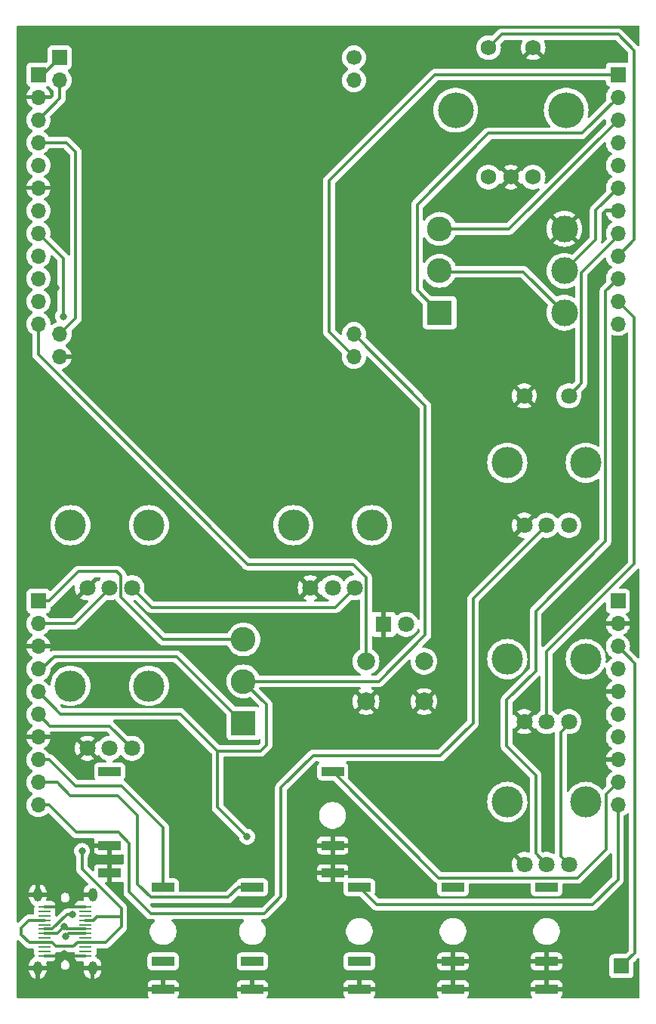
<source format=gbr>
%TF.GenerationSoftware,KiCad,Pcbnew,8.0.8*%
%TF.CreationDate,2025-07-06T18:05:23+01:00*%
%TF.ProjectId,Kishoof_Controls,4b697368-6f6f-4665-9f43-6f6e74726f6c,rev?*%
%TF.SameCoordinates,Original*%
%TF.FileFunction,Copper,L1,Top*%
%TF.FilePolarity,Positive*%
%FSLAX46Y46*%
G04 Gerber Fmt 4.6, Leading zero omitted, Abs format (unit mm)*
G04 Created by KiCad (PCBNEW 8.0.8) date 2025-07-06 18:05:23*
%MOMM*%
%LPD*%
G01*
G04 APERTURE LIST*
%TA.AperFunction,ComponentPad*%
%ADD10R,2.500000X1.000000*%
%TD*%
%TA.AperFunction,SMDPad,CuDef*%
%ADD11R,1.400000X0.270000*%
%TD*%
%TA.AperFunction,ComponentPad*%
%ADD12O,1.000000X1.500000*%
%TD*%
%TA.AperFunction,ComponentPad*%
%ADD13R,1.800000X1.800000*%
%TD*%
%TA.AperFunction,ComponentPad*%
%ADD14C,1.800000*%
%TD*%
%TA.AperFunction,ComponentPad*%
%ADD15C,1.750000*%
%TD*%
%TA.AperFunction,ComponentPad*%
%ADD16O,4.000000X4.000000*%
%TD*%
%TA.AperFunction,WasherPad*%
%ADD17C,3.500000*%
%TD*%
%TA.AperFunction,ComponentPad*%
%ADD18C,2.000000*%
%TD*%
%TA.AperFunction,ComponentPad*%
%ADD19C,3.000000*%
%TD*%
%TA.AperFunction,ComponentPad*%
%ADD20R,1.700000X1.700000*%
%TD*%
%TA.AperFunction,ComponentPad*%
%ADD21O,1.700000X1.700000*%
%TD*%
%TA.AperFunction,ComponentPad*%
%ADD22C,1.700000*%
%TD*%
%TA.AperFunction,ComponentPad*%
%ADD23R,2.775000X2.775000*%
%TD*%
%TA.AperFunction,ComponentPad*%
%ADD24C,2.775000*%
%TD*%
%TA.AperFunction,ViaPad*%
%ADD25C,0.800000*%
%TD*%
%TA.AperFunction,Conductor*%
%ADD26C,0.300000*%
%TD*%
G04 APERTURE END LIST*
D10*
%TO.P,J9,1*%
%TO.N,GND*%
X94000000Y-147480000D03*
%TO.P,J9,2*%
%TO.N,+3.3V*%
X94000000Y-144380000D03*
%TO.P,J9,3*%
%TO.N,/VCA_CV_In*%
X94000000Y-136080000D03*
%TD*%
D11*
%TO.P,J12,A1,GND*%
%TO.N,GND*%
X58700000Y-143750000D03*
%TO.P,J12,A2,TX1+*%
%TO.N,unconnected-(J12-TX1+-PadA2)*%
X58700000Y-143250000D03*
%TO.P,J12,A3,TX1-*%
%TO.N,unconnected-(J12-TX1--PadA3)*%
X58700000Y-142750000D03*
%TO.P,J12,A4,VBUS*%
%TO.N,/USB_VBUS*%
X58700000Y-142250000D03*
%TO.P,J12,A5,CC1*%
%TO.N,unconnected-(J12-CC1-PadA5)*%
X58700000Y-141750000D03*
%TO.P,J12,A6,D+*%
%TO.N,/USB_D+*%
X58700000Y-141250000D03*
%TO.P,J12,A7,D-*%
%TO.N,/USB_D-*%
X58700000Y-140750000D03*
%TO.P,J12,A8,SBU1*%
%TO.N,unconnected-(J12-SBU1-PadA8)*%
X58700000Y-140250000D03*
%TO.P,J12,A9,VBUS*%
%TO.N,/USB_VBUS*%
X58700000Y-139750000D03*
%TO.P,J12,A10,RX2-*%
%TO.N,unconnected-(J12-RX2--PadA10)*%
X58700000Y-139250000D03*
%TO.P,J12,A11,RX2+*%
%TO.N,unconnected-(J12-RX2+-PadA11)*%
X58700000Y-138750000D03*
%TO.P,J12,A12,GND*%
%TO.N,GND*%
X58700000Y-138250000D03*
%TO.P,J12,B1,GND*%
X63300000Y-138250000D03*
%TO.P,J12,B2,TX2+*%
%TO.N,unconnected-(J12-TX2+-PadB2)*%
X63300000Y-138750000D03*
%TO.P,J12,B3,TX2-*%
%TO.N,unconnected-(J12-TX2--PadB3)*%
X63300000Y-139250000D03*
%TO.P,J12,B4,VBUS*%
%TO.N,/USB_VBUS*%
X63300000Y-139750000D03*
%TO.P,J12,B5,CC2*%
%TO.N,unconnected-(J12-CC2-PadB5)*%
X63300000Y-140250000D03*
%TO.P,J12,B6,D+*%
%TO.N,/USB_D+*%
X63300000Y-140750000D03*
%TO.P,J12,B7,D-*%
%TO.N,/USB_D-*%
X63300000Y-141250000D03*
%TO.P,J12,B8,SBU2*%
%TO.N,unconnected-(J12-SBU2-PadB8)*%
X63300000Y-141750000D03*
%TO.P,J12,B9,VBUS*%
%TO.N,/USB_VBUS*%
X63300000Y-142250000D03*
%TO.P,J12,B10,RX1-*%
%TO.N,unconnected-(J12-RX1--PadB10)*%
X63300000Y-142750000D03*
%TO.P,J12,B11,RX1+*%
%TO.N,unconnected-(J12-RX1+-PadB11)*%
X63300000Y-143250000D03*
%TO.P,J12,B12,GND*%
%TO.N,GND*%
X63300000Y-143750000D03*
D12*
%TO.P,J12,S1,SHIELD*%
X57930000Y-145100000D03*
X64070000Y-145100000D03*
X57930000Y-136900000D03*
X64070000Y-136900000D03*
%TD*%
D10*
%TO.P,J11,1*%
%TO.N,GND*%
X82000000Y-147480000D03*
%TO.P,J11,2*%
%TO.N,unconnected-(J11-Pad2)*%
X82000000Y-144380000D03*
%TO.P,J11,3*%
%TO.N,/Audio_Out_R*%
X82000000Y-136080000D03*
%TD*%
%TO.P,J7,1*%
%TO.N,GND*%
X115000000Y-147480000D03*
%TO.P,J7,2*%
X115000000Y-144380000D03*
%TO.P,J7,3*%
%TO.N,/Warp_CV_In*%
X115000000Y-136080000D03*
%TD*%
D13*
%TO.P,D1,1,K*%
%TO.N,GND*%
X96700000Y-106600000D03*
D14*
%TO.P,D1,2,A*%
%TO.N,/LED_Oct_B_Out*%
X99240000Y-106600000D03*
%TD*%
D15*
%TO.P,SW5,A,A*%
%TO.N,/Encoder_Up*%
X108500000Y-56500000D03*
%TO.P,SW5,B,B*%
%TO.N,/Encoder_Down*%
X113500000Y-56500000D03*
%TO.P,SW5,C,C*%
%TO.N,GND*%
X111000000Y-56500000D03*
%TO.P,SW5,S1,S1*%
%TO.N,/Encoder_Btn*%
X108500000Y-42000000D03*
%TO.P,SW5,S2,S2*%
%TO.N,GND*%
X113500000Y-42000000D03*
D16*
%TO.P,SW5,body*%
%TO.N,N/C*%
X104800000Y-49000000D03*
X117200000Y-49000000D03*
%TD*%
D17*
%TO.P,WarpType1,*%
%TO.N,*%
X110600000Y-88500000D03*
X119400000Y-88500000D03*
D14*
%TO.P,WarpType1,1,1*%
%TO.N,+3.3VA*%
X117500000Y-95500000D03*
%TO.P,WarpType1,2,2*%
%TO.N,/Warp_Type_Pot*%
X115000000Y-95500000D03*
%TO.P,WarpType1,3,3*%
%TO.N,GND*%
X112500000Y-95500000D03*
%TO.P,WarpType1,4,1*%
X112500000Y-81000000D03*
%TO.P,WarpType1,5,2*%
%TO.N,/Warp_Polarity_Btn*%
X117500000Y-81000000D03*
%TD*%
D10*
%TO.P,J8,1*%
%TO.N,GND*%
X104500000Y-147480000D03*
%TO.P,J8,2*%
X104500000Y-144380000D03*
%TO.P,J8,3*%
%TO.N,/Pitch_CV_In*%
X104500000Y-136080000D03*
%TD*%
D17*
%TO.P,WavetableBPot1,*%
%TO.N,*%
X86600000Y-95500000D03*
X95400000Y-95500000D03*
D14*
%TO.P,WavetableBPot1,1,1*%
%TO.N,+3.3VA*%
X93500000Y-102500000D03*
%TO.P,WavetableBPot1,2,2*%
%TO.N,/Wavetable_Pos_B_Pot*%
X91000000Y-102500000D03*
%TO.P,WavetableBPot1,3,3*%
%TO.N,GND*%
X88500000Y-102500000D03*
%TD*%
D17*
%TO.P,WarpAmtTrm1,*%
%TO.N,*%
X110600000Y-126500000D03*
X119400000Y-126500000D03*
D14*
%TO.P,WarpAmtTrm1,1,1*%
%TO.N,+3.3VA*%
X117500000Y-133500000D03*
%TO.P,WarpAmtTrm1,2,2*%
%TO.N,/Warp_Amt_Trm*%
X115000000Y-133500000D03*
%TO.P,WarpAmtTrm1,3,3*%
%TO.N,GND*%
X112500000Y-133500000D03*
%TD*%
D10*
%TO.P,J10,1*%
%TO.N,GND*%
X72000000Y-147480000D03*
%TO.P,J10,2*%
%TO.N,unconnected-(J10-Pad2)*%
X72000000Y-144380000D03*
%TO.P,J10,3*%
%TO.N,/Audio_Out_L*%
X72000000Y-136080000D03*
%TD*%
D18*
%TO.P,SW1,1,1*%
%TO.N,/B_Octave_Btn*%
X94750000Y-110750000D03*
X101250000Y-110750000D03*
%TO.P,SW1,2,2*%
%TO.N,GND*%
X94750000Y-115250000D03*
X101250000Y-115250000D03*
%TD*%
D19*
%TO.P,SW2,1,A*%
%TO.N,+3.3V*%
X117000000Y-71700000D03*
%TO.P,SW2,2,B*%
%TO.N,/Mode*%
X117000000Y-67000000D03*
%TO.P,SW2,3,C*%
%TO.N,GND*%
X117000000Y-62300000D03*
%TD*%
D10*
%TO.P,J5,1*%
%TO.N,GND*%
X66000000Y-134480000D03*
%TO.P,J5,2*%
X66000000Y-131380000D03*
%TO.P,J5,3*%
%TO.N,/Wavetable_Pos_A_CV_In*%
X66000000Y-123080000D03*
%TD*%
D20*
%TO.P,U2,1,MOSI*%
%TO.N,/LCD_SPI3_MOSI*%
X60400000Y-43100000D03*
D21*
%TO.P,U2,2,CLK*%
%TO.N,/LCD_SPI3_SCK*%
X60400000Y-45640000D03*
D22*
%TO.P,U2,3,DC*%
%TO.N,/LCD_DC*%
X93400000Y-43100000D03*
D21*
%TO.P,U2,4,RESET*%
%TO.N,/LCD_RESET*%
X93400000Y-45640000D03*
%TO.P,U2,5,CS*%
%TO.N,/LCD_SPI3_SS*%
X60400000Y-74100000D03*
%TO.P,U2,6,GND*%
%TO.N,GND*%
X60400000Y-76640000D03*
%TO.P,U2,7,VDD*%
%TO.N,+3.3V*%
X93400000Y-74100000D03*
%TO.P,U2,8,BACKLIGHT*%
%TO.N,/LCD_Backlight*%
X93400000Y-76640000D03*
%TD*%
D17*
%TO.P,WavetableATrm1,*%
%TO.N,*%
X61600000Y-113500000D03*
X70400000Y-113500000D03*
D14*
%TO.P,WavetableATrm1,1,1*%
%TO.N,+3.3VA*%
X68500000Y-120500000D03*
%TO.P,WavetableATrm1,2,2*%
%TO.N,/Wavetable_Pos_A_Trm*%
X66000000Y-120500000D03*
%TO.P,WavetableATrm1,3,3*%
%TO.N,GND*%
X63500000Y-120500000D03*
%TD*%
D17*
%TO.P,WavetableAPot1,*%
%TO.N,*%
X61600000Y-95500000D03*
X70400000Y-95500000D03*
D14*
%TO.P,WavetableAPot1,1,1*%
%TO.N,+3.3VA*%
X68500000Y-102500000D03*
%TO.P,WavetableAPot1,2,2*%
%TO.N,/Wavetable_Pos_A_Pot*%
X66000000Y-102500000D03*
%TO.P,WavetableAPot1,3,3*%
%TO.N,GND*%
X63500000Y-102500000D03*
%TD*%
D23*
%TO.P,SW4,1,1*%
%TO.N,/ChB_Mix*%
X81000000Y-117700000D03*
D24*
%TO.P,SW4,2,3*%
%TO.N,+3.3V*%
X81000000Y-113000000D03*
%TO.P,SW4,3,4*%
%TO.N,/ChB_RM*%
X81000000Y-108300000D03*
%TD*%
D10*
%TO.P,J6,1*%
%TO.N,GND*%
X91000000Y-134480000D03*
%TO.P,J6,2*%
X91000000Y-131380000D03*
%TO.P,J6,3*%
%TO.N,/Wavetable_Pos_B_CV_In*%
X91000000Y-123080000D03*
%TD*%
D17*
%TO.P,WarpAmtPot1,*%
%TO.N,*%
X110600000Y-110500000D03*
X119400000Y-110500000D03*
D14*
%TO.P,WarpAmtPot1,1,1*%
%TO.N,+3.3VA*%
X117500000Y-117500000D03*
%TO.P,WarpAmtPot1,2,2*%
%TO.N,/Warp_Amt_Pot*%
X115000000Y-117500000D03*
%TO.P,WarpAmtPot1,3,3*%
%TO.N,GND*%
X112500000Y-117500000D03*
%TD*%
D23*
%TO.P,SW3,1,1*%
%TO.N,/Octave_Up*%
X103000000Y-71700000D03*
D24*
%TO.P,SW3,2,3*%
%TO.N,+3.3V*%
X103000000Y-67000000D03*
%TO.P,SW3,3,4*%
%TO.N,/Octave_Down*%
X103000000Y-62300000D03*
%TD*%
D20*
%TO.P,J1,1,Pin_1*%
%TO.N,/LCD_SPI3_MOSI*%
X58000000Y-45000000D03*
D21*
%TO.P,J1,2,Pin_2*%
%TO.N,GND*%
X58000000Y-47540000D03*
%TO.P,J1,3,Pin_3*%
%TO.N,/LCD_SPI3_SCK*%
X58000000Y-50080000D03*
%TO.P,J1,4,Pin_4*%
%TO.N,/LCD_SPI3_SS*%
X58000000Y-52620000D03*
%TO.P,J1,5,Pin_5*%
%TO.N,/USB_DP*%
X58000000Y-55160000D03*
%TO.P,J1,6,Pin_6*%
%TO.N,GND*%
X58000000Y-57700000D03*
%TO.P,J1,7,Pin_7*%
%TO.N,/USB_DM*%
X58000000Y-60240000D03*
%TO.P,J1,8,Pin_8*%
%TO.N,/USB_VBUS*%
X58000000Y-62780000D03*
%TO.P,J1,9,Pin_9*%
%TO.N,/Encoder_Down*%
X58000000Y-65320000D03*
%TO.P,J1,10,Pin_10*%
%TO.N,/Encoder_Up*%
X58000000Y-67860000D03*
%TO.P,J1,11,Pin_11*%
%TO.N,/LED_Oct_B_Out*%
X58000000Y-70400000D03*
%TO.P,J1,12,Pin_12*%
%TO.N,/B_Octave_Btn*%
X58000000Y-72940000D03*
%TD*%
D20*
%TO.P,J3,1,Pin_1*%
%TO.N,/ChB_RM*%
X58000000Y-104000000D03*
D21*
%TO.P,J3,2,Pin_2*%
%TO.N,/Wavetable_Pos_A_Pot*%
X58000000Y-106540000D03*
%TO.P,J3,3,Pin_3*%
%TO.N,GND*%
X58000000Y-109080000D03*
%TO.P,J3,4,Pin_4*%
%TO.N,/ChB_Mix*%
X58000000Y-111620000D03*
%TO.P,J3,5,Pin_5*%
%TO.N,+3.3V*%
X58000000Y-114160000D03*
%TO.P,J3,6,Pin_6*%
%TO.N,+3.3VA*%
X58000000Y-116700000D03*
%TO.P,J3,7,Pin_7*%
%TO.N,GND*%
X58000000Y-119240000D03*
%TO.P,J3,8,Pin_8*%
%TO.N,/Audio_Out_L*%
X58000000Y-121780000D03*
%TO.P,J3,9,Pin_9*%
%TO.N,/Audio_Out_R*%
X58000000Y-124320000D03*
%TO.P,J3,10,Pin_10*%
%TO.N,/Warp_Type_Pot*%
X58000000Y-126860000D03*
%TD*%
D20*
%TO.P,J14,1,Pin_1*%
%TO.N,/Ext_Audio_In*%
X123400000Y-144900000D03*
%TD*%
%TO.P,J2,1,Pin_1*%
%TO.N,/LCD_Backlight*%
X123000000Y-45000000D03*
D21*
%TO.P,J2,2,Pin_2*%
%TO.N,/Octave_Up*%
X123000000Y-47540000D03*
%TO.P,J2,3,Pin_3*%
%TO.N,/Octave_Down*%
X123000000Y-50080000D03*
%TO.P,J2,4,Pin_4*%
%TO.N,/LCD_DC*%
X123000000Y-52620000D03*
%TO.P,J2,5,Pin_5*%
%TO.N,/LCD_RESET*%
X123000000Y-55160000D03*
%TO.P,J2,6,Pin_6*%
%TO.N,/Mode*%
X123000000Y-57700000D03*
%TO.P,J2,7,Pin_7*%
%TO.N,GND*%
X123000000Y-60240000D03*
%TO.P,J2,8,Pin_8*%
%TO.N,/Warp_Polarity_Btn*%
X123000000Y-62780000D03*
%TO.P,J2,9,Pin_9*%
%TO.N,/Encoder_Btn*%
X123000000Y-65320000D03*
%TO.P,J2,10,Pin_10*%
%TO.N,/Warp_Amt_Trm*%
X123000000Y-67860000D03*
%TO.P,J2,11,Pin_11*%
%TO.N,/Warp_Amt_Pot*%
X123000000Y-70400000D03*
%TO.P,J2,12,Pin_12*%
%TO.N,/Wavetable_Pos_B_Pot*%
X123000000Y-72940000D03*
%TD*%
D20*
%TO.P,J4,1,Pin_1*%
%TO.N,/Wavetable_Pos_A_Trm*%
X123000000Y-104000000D03*
D21*
%TO.P,J4,2,Pin_2*%
%TO.N,GND*%
X123000000Y-106540000D03*
%TO.P,J4,3,Pin_3*%
%TO.N,/Ext_Audio_In*%
X123000000Y-109080000D03*
%TO.P,J4,4,Pin_4*%
%TO.N,/Warp_CV_In*%
X123000000Y-111620000D03*
%TO.P,J4,5,Pin_5*%
%TO.N,GND*%
X123000000Y-114160000D03*
%TO.P,J4,6,Pin_6*%
%TO.N,/Wavetable_Pos_A_CV_In*%
X123000000Y-116700000D03*
%TO.P,J4,7,Pin_7*%
%TO.N,/Pitch_CV_In*%
X123000000Y-119240000D03*
%TO.P,J4,8,Pin_8*%
%TO.N,GND*%
X123000000Y-121780000D03*
%TO.P,J4,9,Pin_9*%
%TO.N,/Wavetable_Pos_B_CV_In*%
X123000000Y-124320000D03*
%TO.P,J4,10,Pin_10*%
%TO.N,/VCA_CV_In*%
X123000000Y-126860000D03*
%TD*%
D25*
%TO.N,GND*%
X76700000Y-132400000D03*
%TO.N,+3.3V*%
X81400000Y-130400000D03*
%TO.N,GND*%
X68000000Y-82800000D03*
X84100000Y-97900000D03*
X124600000Y-40200000D03*
X57700000Y-102000000D03*
X64200000Y-72700000D03*
X88100000Y-60600000D03*
X123100000Y-83000000D03*
X93100000Y-71700000D03*
X60500000Y-50700000D03*
X88000000Y-126400000D03*
X101900000Y-64600000D03*
X98600000Y-45000000D03*
X56100000Y-54300000D03*
X57700000Y-94300000D03*
X60900000Y-143500000D03*
X102800000Y-80200000D03*
X64400000Y-56200000D03*
X59200000Y-128900000D03*
X66200000Y-88500000D03*
X59700000Y-61600000D03*
X98700000Y-75100000D03*
X74800000Y-61400000D03*
X59400000Y-71600000D03*
X82700000Y-125000000D03*
X108000000Y-122000000D03*
X60500000Y-40800000D03*
X56000000Y-130500000D03*
X121700000Y-134300000D03*
X98100000Y-100500000D03*
X92300000Y-107000000D03*
X65400000Y-115400000D03*
X65400000Y-99100000D03*
X121800000Y-42700000D03*
X109900000Y-136500000D03*
X60500000Y-135000000D03*
X98800000Y-60500000D03*
X80200000Y-94800000D03*
X62700000Y-77700000D03*
X68200000Y-118000000D03*
X57700000Y-87000000D03*
X120100000Y-79900000D03*
X109700000Y-105000000D03*
X77500000Y-140700000D03*
X92600000Y-60600000D03*
X57700000Y-78300000D03*
X56100000Y-139100000D03*
X105000000Y-86600000D03*
X93600000Y-49900000D03*
X76600000Y-77900000D03*
X116100000Y-105700000D03*
X108200000Y-118200000D03*
X120800000Y-56400000D03*
X104800000Y-100200000D03*
X101400000Y-48600000D03*
X94600000Y-79100000D03*
X123500000Y-137100000D03*
X72200000Y-121600000D03*
X115100000Y-121900000D03*
X98700000Y-90300000D03*
X98300000Y-83800000D03*
X112900000Y-102700000D03*
X104000000Y-104900000D03*
X60400000Y-54300000D03*
X122900000Y-99000000D03*
X120700000Y-46900000D03*
X60582488Y-138342686D03*
X64100000Y-68000000D03*
X101000000Y-55500000D03*
X116800000Y-74700000D03*
X65600000Y-111500000D03*
X90700000Y-42900000D03*
X88800000Y-55500000D03*
X79500000Y-102700000D03*
X123100000Y-76200000D03*
X100400000Y-136300000D03*
X60000000Y-68900000D03*
X77600000Y-117700000D03*
%TO.N,/USB_VBUS*%
X60800000Y-72100000D03*
X62900000Y-132000000D03*
%TO.N,/USB_D+*%
X60900000Y-140500000D03*
%TO.N,/USB_D-*%
X61800000Y-139100000D03*
X61049062Y-141600000D03*
%TD*%
D26*
%TO.N,+3.3V*%
X78100000Y-127100000D02*
X81400000Y-130400000D01*
X78100000Y-120800000D02*
X78100000Y-127100000D01*
%TO.N,GND*%
X60675174Y-138250000D02*
X63300000Y-138250000D01*
X60582488Y-138342686D02*
X60675174Y-138250000D01*
X60650000Y-143750000D02*
X58700000Y-143750000D01*
X60489802Y-138250000D02*
X58700000Y-138250000D01*
X60582488Y-138342686D02*
X60489802Y-138250000D01*
X61150000Y-143750000D02*
X63300000Y-143750000D01*
X60900000Y-143500000D02*
X61150000Y-143750000D01*
X60900000Y-143500000D02*
X60650000Y-143750000D01*
%TO.N,+3.3VA*%
X70700000Y-104700000D02*
X91300000Y-104700000D01*
X116600000Y-132600000D02*
X117500000Y-133500000D01*
X59300000Y-118000000D02*
X66000000Y-118000000D01*
X68500000Y-102500000D02*
X70700000Y-104700000D01*
X117500000Y-117500000D02*
X117500000Y-117800000D01*
X91300000Y-104700000D02*
X93500000Y-102500000D01*
X117500000Y-117800000D02*
X116600000Y-118700000D01*
X58000000Y-116700000D02*
X59300000Y-118000000D01*
X66000000Y-118000000D02*
X68500000Y-120500000D01*
X116600000Y-118700000D02*
X116600000Y-132600000D01*
X117300000Y-117700000D02*
X117500000Y-117500000D01*
%TO.N,+3.3V*%
X112400000Y-67100000D02*
X117000000Y-71700000D01*
X73948967Y-116648967D02*
X78100000Y-120800000D01*
X83600000Y-115600000D02*
X81000000Y-113000000D01*
X82900000Y-120800000D02*
X83600000Y-120100000D01*
X101400000Y-82100000D02*
X101400000Y-107800000D01*
X93400000Y-74100000D02*
X101400000Y-82100000D01*
X58000000Y-114160000D02*
X60488967Y-116648967D01*
X78100000Y-120800000D02*
X82900000Y-120800000D01*
X101400000Y-107800000D02*
X96200000Y-113000000D01*
X60488967Y-116648967D02*
X73948967Y-116648967D01*
X83600000Y-120100000D02*
X83600000Y-115600000D01*
X96200000Y-113000000D02*
X81000000Y-113000000D01*
X103000000Y-67000000D02*
X103100000Y-67100000D01*
X103100000Y-67100000D02*
X112400000Y-67100000D01*
%TO.N,/B_Octave_Btn*%
X93300000Y-99900000D02*
X94750000Y-101350000D01*
X81500000Y-99900000D02*
X93300000Y-99900000D01*
X58000000Y-76400000D02*
X81500000Y-99900000D01*
X94750000Y-101350000D02*
X94750000Y-110750000D01*
X58000000Y-72940000D02*
X58000000Y-76400000D01*
%TO.N,/LCD_SPI3_SS*%
X61120000Y-52620000D02*
X62200000Y-53700000D01*
X62200000Y-72300000D02*
X60400000Y-74100000D01*
X58000000Y-52620000D02*
X61120000Y-52620000D01*
X62200000Y-53700000D02*
X62200000Y-72300000D01*
%TO.N,/LCD_SPI3_SCK*%
X60400000Y-47680000D02*
X58000000Y-50080000D01*
X60400000Y-45640000D02*
X60400000Y-47680000D01*
%TO.N,/Octave_Down*%
X123000000Y-50080000D02*
X110780000Y-62300000D01*
X110780000Y-62300000D02*
X103000000Y-62300000D01*
%TO.N,/LCD_SPI3_MOSI*%
X60400000Y-43100000D02*
X58500000Y-45000000D01*
X58500000Y-45000000D02*
X58000000Y-45000000D01*
%TO.N,/Octave_Up*%
X123000000Y-47540000D02*
X118940000Y-51600000D01*
X108500000Y-51600000D02*
X100500000Y-59600000D01*
X100500000Y-59600000D02*
X100500000Y-69200000D01*
X118940000Y-51600000D02*
X108500000Y-51600000D01*
X100500000Y-69200000D02*
X103000000Y-71700000D01*
%TO.N,/Wavetable_Pos_B_CV_In*%
X121700000Y-131800000D02*
X118500000Y-135000000D01*
X118500000Y-135000000D02*
X102920000Y-135000000D01*
X121700000Y-125620000D02*
X121700000Y-131800000D01*
X123000000Y-124320000D02*
X121700000Y-125620000D01*
X102920000Y-135000000D02*
X91000000Y-123080000D01*
%TO.N,/USB_VBUS*%
X58700000Y-139750000D02*
X56950000Y-139750000D01*
X61950000Y-142700000D02*
X60000000Y-142700000D01*
X64550000Y-139400000D02*
X64200000Y-139750000D01*
X67300000Y-140500000D02*
X67300000Y-139400000D01*
X67300000Y-138400000D02*
X62900000Y-134000000D01*
X59550000Y-142250000D02*
X58700000Y-142250000D01*
X64200000Y-139750000D02*
X63300000Y-139750000D01*
X65550000Y-142250000D02*
X67300000Y-140500000D01*
X63300000Y-142250000D02*
X62400000Y-142250000D01*
X67300000Y-139400000D02*
X64550000Y-139400000D01*
X60800000Y-65580000D02*
X60800000Y-72100000D01*
X56100000Y-141350000D02*
X57000000Y-142250000D01*
X56100000Y-140600000D02*
X56100000Y-141350000D01*
X62400000Y-142250000D02*
X61950000Y-142700000D01*
X60000000Y-142700000D02*
X59550000Y-142250000D01*
X58000000Y-62780000D02*
X60800000Y-65580000D01*
X62900000Y-134000000D02*
X62900000Y-132000000D01*
X67300000Y-139400000D02*
X67300000Y-138400000D01*
X57000000Y-142250000D02*
X58700000Y-142250000D01*
X63300000Y-142250000D02*
X65550000Y-142250000D01*
X56950000Y-139750000D02*
X56100000Y-140600000D01*
%TO.N,/Mode*%
X120500000Y-60200000D02*
X120500000Y-63500000D01*
X123000000Y-57700000D02*
X120500000Y-60200000D01*
X120500000Y-63500000D02*
X117000000Y-67000000D01*
%TO.N,/USB_D+*%
X60150000Y-141250000D02*
X58700000Y-141250000D01*
X60900000Y-140500000D02*
X60150000Y-141250000D01*
X61150000Y-140750000D02*
X63300000Y-140750000D01*
X60900000Y-140500000D02*
X61150000Y-140750000D01*
%TO.N,/Warp_Amt_Pot*%
X115000000Y-109650000D02*
X115000000Y-117500000D01*
X124800000Y-72200000D02*
X124800000Y-99850000D01*
X123000000Y-70400000D02*
X124800000Y-72200000D01*
X124800000Y-99850000D02*
X115000000Y-109650000D01*
%TO.N,/Warp_Amt_Trm*%
X113775000Y-132275000D02*
X113775000Y-123500000D01*
X113775000Y-111825000D02*
X113775000Y-105125000D01*
X121600000Y-69260000D02*
X123000000Y-67860000D01*
X110500000Y-120225000D02*
X110500000Y-115100000D01*
X113775000Y-105125000D02*
X121600000Y-97300000D01*
X110500000Y-115100000D02*
X113775000Y-111825000D01*
X115000000Y-133500000D02*
X113775000Y-132275000D01*
X113775000Y-123500000D02*
X110500000Y-120225000D01*
X121600000Y-97300000D02*
X121600000Y-69260000D01*
%TO.N,/Warp_Type_Pot*%
X62242081Y-129900000D02*
X66970000Y-129900000D01*
X58000000Y-126860000D02*
X59202081Y-126860000D01*
X83300000Y-139000000D02*
X85200000Y-137100000D01*
X70600000Y-139000000D02*
X83300000Y-139000000D01*
X66970000Y-129900000D02*
X68200000Y-131130000D01*
X68200000Y-131130000D02*
X68200000Y-136600000D01*
X59202081Y-126860000D02*
X62242081Y-129900000D01*
X88800000Y-121300000D02*
X103100000Y-121300000D01*
X106750000Y-117650000D02*
X106750000Y-103750000D01*
X85200000Y-137100000D02*
X85200000Y-124900000D01*
X85200000Y-124900000D02*
X88800000Y-121300000D01*
X106750000Y-103750000D02*
X115000000Y-95500000D01*
X103100000Y-121300000D02*
X106750000Y-117650000D01*
X68200000Y-136600000D02*
X70600000Y-139000000D01*
%TO.N,/USB_D-*%
X63300000Y-141250000D02*
X61399062Y-141250000D01*
X59575000Y-140750000D02*
X61225000Y-139100000D01*
X61225000Y-139100000D02*
X61800000Y-139100000D01*
X58700000Y-140750000D02*
X59575000Y-140750000D01*
X61399062Y-141250000D02*
X61049062Y-141600000D01*
%TO.N,/Audio_Out_L*%
X72000000Y-129400000D02*
X72000000Y-136080000D01*
X67300000Y-124700000D02*
X72000000Y-129400000D01*
X59202081Y-121780000D02*
X62122081Y-124700000D01*
X62122081Y-124700000D02*
X67300000Y-124700000D01*
X58000000Y-121780000D02*
X59202081Y-121780000D01*
%TO.N,/Wavetable_Pos_A_Pot*%
X66000000Y-102606250D02*
X66000000Y-102500000D01*
X58000000Y-106540000D02*
X62066250Y-106540000D01*
X62066250Y-106540000D02*
X66000000Y-102606250D01*
%TO.N,/ChB_RM*%
X67250000Y-101150000D02*
X67250000Y-103550000D01*
X58000000Y-104000000D02*
X59200000Y-104000000D01*
X62500000Y-100700000D02*
X66800000Y-100700000D01*
X66800000Y-100700000D02*
X67250000Y-101150000D01*
X72000000Y-108300000D02*
X81000000Y-108300000D01*
X59200000Y-104000000D02*
X62500000Y-100700000D01*
X67250000Y-103550000D02*
X72000000Y-108300000D01*
%TO.N,/Audio_Out_R*%
X61600000Y-125800000D02*
X66900000Y-125800000D01*
X66900000Y-125800000D02*
X69100000Y-128000000D01*
X69100000Y-135700000D02*
X70600000Y-137200000D01*
X69100000Y-128000000D02*
X69100000Y-135700000D01*
X80420000Y-136080000D02*
X82000000Y-136080000D01*
X79300000Y-137200000D02*
X80420000Y-136080000D01*
X58000000Y-124320000D02*
X60120000Y-124320000D01*
X60120000Y-124320000D02*
X61600000Y-125800000D01*
X70600000Y-137200000D02*
X79300000Y-137200000D01*
%TO.N,/Warp_Polarity_Btn*%
X118900000Y-67200000D02*
X118900000Y-79600000D01*
X123000000Y-63100000D02*
X118900000Y-67200000D01*
X123000000Y-62780000D02*
X123000000Y-63100000D01*
X118900000Y-79600000D02*
X117500000Y-81000000D01*
%TO.N,/Ext_Audio_In*%
X123000000Y-109080000D02*
X124900000Y-110980000D01*
X124900000Y-143400000D02*
X123400000Y-144900000D01*
X124900000Y-110980000D02*
X124900000Y-143400000D01*
%TO.N,/VCA_CV_In*%
X123000000Y-126860000D02*
X123000000Y-135200000D01*
X120200000Y-138000000D02*
X95920000Y-138000000D01*
X95920000Y-138000000D02*
X94000000Y-136080000D01*
X123000000Y-135200000D02*
X120200000Y-138000000D01*
%TO.N,/LCD_Backlight*%
X123000000Y-45000000D02*
X102500000Y-45000000D01*
X90600000Y-56900000D02*
X90600000Y-73840000D01*
X90600000Y-73840000D02*
X93400000Y-76640000D01*
X102500000Y-45000000D02*
X90600000Y-56900000D01*
%TO.N,/Encoder_Btn*%
X123000000Y-65320000D02*
X124800000Y-63520000D01*
X124800000Y-42300000D02*
X123000000Y-40500000D01*
X124800000Y-63520000D02*
X124800000Y-42300000D01*
X110000000Y-40500000D02*
X108500000Y-42000000D01*
X123000000Y-40500000D02*
X110000000Y-40500000D01*
%TO.N,/ChB_Mix*%
X58380000Y-111620000D02*
X59800000Y-110200000D01*
X59800000Y-110200000D02*
X73500000Y-110200000D01*
X73500000Y-110200000D02*
X81000000Y-117700000D01*
X58000000Y-111620000D02*
X58380000Y-111620000D01*
%TD*%
%TA.AperFunction,Conductor*%
%TO.N,GND*%
G36*
X89450220Y-121970185D02*
G01*
X89495975Y-122022989D01*
X89505919Y-122092147D01*
X89476894Y-122155703D01*
X89457494Y-122173764D01*
X89392454Y-122222454D01*
X89392453Y-122222455D01*
X89392452Y-122222456D01*
X89306206Y-122337664D01*
X89306202Y-122337671D01*
X89255908Y-122472517D01*
X89249501Y-122532116D01*
X89249501Y-122532123D01*
X89249500Y-122532135D01*
X89249500Y-123627870D01*
X89249501Y-123627876D01*
X89255908Y-123687483D01*
X89306202Y-123822328D01*
X89306206Y-123822335D01*
X89392452Y-123937544D01*
X89392455Y-123937547D01*
X89507664Y-124023793D01*
X89507671Y-124023797D01*
X89642517Y-124074091D01*
X89642516Y-124074091D01*
X89649444Y-124074835D01*
X89702127Y-124080500D01*
X91029191Y-124080499D01*
X91096230Y-124100184D01*
X91116872Y-124116818D01*
X102505325Y-135505272D01*
X102505332Y-135505278D01*
X102611863Y-135576459D01*
X102611867Y-135576461D01*
X102611874Y-135576466D01*
X102672515Y-135601584D01*
X102672858Y-135601726D01*
X102727297Y-135645522D01*
X102749417Y-135711797D01*
X102749500Y-135716326D01*
X102749500Y-136627870D01*
X102749501Y-136627876D01*
X102755908Y-136687483D01*
X102806202Y-136822328D01*
X102806206Y-136822335D01*
X102892452Y-136937544D01*
X102892455Y-136937547D01*
X103007664Y-137023793D01*
X103007671Y-137023797D01*
X103142517Y-137074091D01*
X103142516Y-137074091D01*
X103149444Y-137074835D01*
X103202127Y-137080500D01*
X105797872Y-137080499D01*
X105857483Y-137074091D01*
X105992331Y-137023796D01*
X106107546Y-136937546D01*
X106193796Y-136822331D01*
X106244091Y-136687483D01*
X106250500Y-136627873D01*
X106250499Y-135774499D01*
X106270183Y-135707461D01*
X106322987Y-135661706D01*
X106374499Y-135650500D01*
X113125500Y-135650500D01*
X113192539Y-135670185D01*
X113238294Y-135722989D01*
X113249500Y-135774500D01*
X113249500Y-136627870D01*
X113249501Y-136627876D01*
X113255908Y-136687483D01*
X113306202Y-136822328D01*
X113306206Y-136822335D01*
X113392452Y-136937544D01*
X113392455Y-136937547D01*
X113507664Y-137023793D01*
X113507671Y-137023797D01*
X113642517Y-137074091D01*
X113642516Y-137074091D01*
X113649444Y-137074835D01*
X113702127Y-137080500D01*
X116297872Y-137080499D01*
X116357483Y-137074091D01*
X116492331Y-137023796D01*
X116607546Y-136937546D01*
X116693796Y-136822331D01*
X116744091Y-136687483D01*
X116750500Y-136627873D01*
X116750499Y-135774499D01*
X116770183Y-135707461D01*
X116822987Y-135661706D01*
X116874499Y-135650500D01*
X118564071Y-135650500D01*
X118648615Y-135633682D01*
X118689744Y-135625501D01*
X118808127Y-135576465D01*
X118810719Y-135574732D01*
X118810736Y-135574727D01*
X118810734Y-135574724D01*
X118888508Y-135522756D01*
X118914669Y-135505277D01*
X120519847Y-133900099D01*
X122137819Y-132282128D01*
X122199142Y-132248643D01*
X122268834Y-132253627D01*
X122324767Y-132295499D01*
X122349184Y-132360963D01*
X122349500Y-132369809D01*
X122349500Y-134879192D01*
X122329815Y-134946231D01*
X122313181Y-134966873D01*
X119966873Y-137313181D01*
X119905550Y-137346666D01*
X119879192Y-137349500D01*
X96240808Y-137349500D01*
X96173769Y-137329815D01*
X96153127Y-137313181D01*
X95741582Y-136901636D01*
X95708097Y-136840313D01*
X95713080Y-136770626D01*
X95744091Y-136687483D01*
X95750500Y-136627873D01*
X95750499Y-135532128D01*
X95744091Y-135472517D01*
X95734776Y-135447543D01*
X95693797Y-135337671D01*
X95693793Y-135337664D01*
X95607547Y-135222455D01*
X95607544Y-135222452D01*
X95492335Y-135136206D01*
X95492328Y-135136202D01*
X95357482Y-135085908D01*
X95357483Y-135085908D01*
X95297883Y-135079501D01*
X95297881Y-135079500D01*
X95297873Y-135079500D01*
X95297865Y-135079500D01*
X92874000Y-135079500D01*
X92806961Y-135059815D01*
X92761206Y-135007011D01*
X92750000Y-134955500D01*
X92750000Y-134730000D01*
X91549728Y-134730000D01*
X91641614Y-134691940D01*
X91711940Y-134621614D01*
X91750000Y-134529728D01*
X91750000Y-134430272D01*
X91711940Y-134338386D01*
X91641614Y-134268060D01*
X91549728Y-134230000D01*
X92750000Y-134230000D01*
X92750000Y-133932172D01*
X92749999Y-133932155D01*
X92743598Y-133872627D01*
X92743596Y-133872620D01*
X92693354Y-133737913D01*
X92693350Y-133737906D01*
X92607190Y-133622812D01*
X92607187Y-133622809D01*
X92492093Y-133536649D01*
X92492086Y-133536645D01*
X92357379Y-133486403D01*
X92357372Y-133486401D01*
X92297844Y-133480000D01*
X91250000Y-133480000D01*
X91250000Y-134230000D01*
X90750000Y-134230000D01*
X90750000Y-133480000D01*
X89702155Y-133480000D01*
X89642627Y-133486401D01*
X89642620Y-133486403D01*
X89507913Y-133536645D01*
X89507906Y-133536649D01*
X89392812Y-133622809D01*
X89392809Y-133622812D01*
X89306649Y-133737906D01*
X89306645Y-133737913D01*
X89256403Y-133872620D01*
X89256401Y-133872627D01*
X89250000Y-133932155D01*
X89250000Y-134230000D01*
X90450272Y-134230000D01*
X90358386Y-134268060D01*
X90288060Y-134338386D01*
X90250000Y-134430272D01*
X90250000Y-134529728D01*
X90288060Y-134621614D01*
X90358386Y-134691940D01*
X90450272Y-134730000D01*
X89250000Y-134730000D01*
X89250000Y-135027844D01*
X89256401Y-135087372D01*
X89256403Y-135087379D01*
X89306645Y-135222086D01*
X89306649Y-135222093D01*
X89392809Y-135337187D01*
X89392812Y-135337190D01*
X89507906Y-135423350D01*
X89507913Y-135423354D01*
X89642620Y-135473596D01*
X89642627Y-135473598D01*
X89702155Y-135479999D01*
X89702172Y-135480000D01*
X90750000Y-135480000D01*
X90750000Y-134730000D01*
X91250000Y-134730000D01*
X91250000Y-135480000D01*
X92125500Y-135480000D01*
X92192539Y-135499685D01*
X92238294Y-135552489D01*
X92249500Y-135604000D01*
X92249500Y-136627870D01*
X92249501Y-136627876D01*
X92255908Y-136687483D01*
X92306202Y-136822328D01*
X92306206Y-136822335D01*
X92392452Y-136937544D01*
X92392455Y-136937547D01*
X92507664Y-137023793D01*
X92507671Y-137023797D01*
X92642517Y-137074091D01*
X92642516Y-137074091D01*
X92649444Y-137074835D01*
X92702127Y-137080500D01*
X94029191Y-137080499D01*
X94096230Y-137100184D01*
X94116872Y-137116818D01*
X95505325Y-138505272D01*
X95505328Y-138505275D01*
X95597900Y-138567129D01*
X95597899Y-138567129D01*
X95611871Y-138576464D01*
X95611872Y-138576464D01*
X95611873Y-138576465D01*
X95730256Y-138625501D01*
X95730260Y-138625501D01*
X95730261Y-138625502D01*
X95855928Y-138650500D01*
X95855931Y-138650500D01*
X120264071Y-138650500D01*
X120348615Y-138633682D01*
X120389744Y-138625501D01*
X120508127Y-138576465D01*
X120515114Y-138571796D01*
X120522100Y-138567129D01*
X120552957Y-138546511D01*
X120614669Y-138505277D01*
X123505277Y-135614669D01*
X123576465Y-135508127D01*
X123625501Y-135389744D01*
X123631747Y-135358342D01*
X123650500Y-135264069D01*
X123650500Y-128117722D01*
X123670185Y-128050683D01*
X123703377Y-128016147D01*
X123754429Y-127980399D01*
X123871401Y-127898495D01*
X124037819Y-127732077D01*
X124099142Y-127698592D01*
X124168834Y-127703576D01*
X124224767Y-127745448D01*
X124249184Y-127810912D01*
X124249500Y-127819758D01*
X124249500Y-143079191D01*
X124229815Y-143146230D01*
X124213181Y-143166872D01*
X123866872Y-143513181D01*
X123805549Y-143546666D01*
X123779191Y-143549500D01*
X122502129Y-143549500D01*
X122502123Y-143549501D01*
X122442516Y-143555908D01*
X122307671Y-143606202D01*
X122307664Y-143606206D01*
X122192455Y-143692452D01*
X122192452Y-143692455D01*
X122106206Y-143807664D01*
X122106202Y-143807671D01*
X122055908Y-143942517D01*
X122049501Y-144002116D01*
X122049500Y-144002135D01*
X122049500Y-145797870D01*
X122049501Y-145797876D01*
X122055908Y-145857483D01*
X122106202Y-145992328D01*
X122106206Y-145992335D01*
X122192452Y-146107544D01*
X122192455Y-146107547D01*
X122307664Y-146193793D01*
X122307671Y-146193797D01*
X122442517Y-146244091D01*
X122442516Y-146244091D01*
X122449444Y-146244835D01*
X122502127Y-146250500D01*
X124297872Y-146250499D01*
X124357483Y-146244091D01*
X124492331Y-146193796D01*
X124607546Y-146107546D01*
X124693796Y-145992331D01*
X124744091Y-145857483D01*
X124750500Y-145797873D01*
X124750499Y-144520807D01*
X124770184Y-144453769D01*
X124786818Y-144433127D01*
X125051885Y-144168060D01*
X125187820Y-144032125D01*
X125249142Y-143998641D01*
X125318834Y-144003625D01*
X125374767Y-144045497D01*
X125399184Y-144110961D01*
X125399500Y-144119807D01*
X125399500Y-148375500D01*
X125379815Y-148442539D01*
X125327011Y-148488294D01*
X125275500Y-148499500D01*
X116733405Y-148499500D01*
X116666366Y-148479815D01*
X116620611Y-148427011D01*
X116610667Y-148357853D01*
X116634139Y-148301188D01*
X116693352Y-148222089D01*
X116693354Y-148222086D01*
X116743596Y-148087379D01*
X116743598Y-148087372D01*
X116749999Y-148027844D01*
X116750000Y-148027827D01*
X116750000Y-147730000D01*
X115549728Y-147730000D01*
X115641614Y-147691940D01*
X115711940Y-147621614D01*
X115750000Y-147529728D01*
X115750000Y-147430272D01*
X115711940Y-147338386D01*
X115641614Y-147268060D01*
X115549728Y-147230000D01*
X116750000Y-147230000D01*
X116750000Y-146932172D01*
X116749999Y-146932155D01*
X116743598Y-146872627D01*
X116743596Y-146872620D01*
X116693354Y-146737913D01*
X116693350Y-146737906D01*
X116607190Y-146622812D01*
X116607187Y-146622809D01*
X116492093Y-146536649D01*
X116492086Y-146536645D01*
X116357379Y-146486403D01*
X116357372Y-146486401D01*
X116297844Y-146480000D01*
X115250000Y-146480000D01*
X115250000Y-147230000D01*
X114750000Y-147230000D01*
X114750000Y-146480000D01*
X113702155Y-146480000D01*
X113642627Y-146486401D01*
X113642620Y-146486403D01*
X113507913Y-146536645D01*
X113507906Y-146536649D01*
X113392812Y-146622809D01*
X113392809Y-146622812D01*
X113306649Y-146737906D01*
X113306645Y-146737913D01*
X113256403Y-146872620D01*
X113256401Y-146872627D01*
X113250000Y-146932155D01*
X113250000Y-147230000D01*
X114450272Y-147230000D01*
X114358386Y-147268060D01*
X114288060Y-147338386D01*
X114250000Y-147430272D01*
X114250000Y-147529728D01*
X114288060Y-147621614D01*
X114358386Y-147691940D01*
X114450272Y-147730000D01*
X113250000Y-147730000D01*
X113250000Y-148027844D01*
X113256401Y-148087372D01*
X113256403Y-148087379D01*
X113306645Y-148222086D01*
X113306647Y-148222089D01*
X113365861Y-148301188D01*
X113390279Y-148366653D01*
X113375428Y-148434926D01*
X113326023Y-148484332D01*
X113266595Y-148499500D01*
X106233405Y-148499500D01*
X106166366Y-148479815D01*
X106120611Y-148427011D01*
X106110667Y-148357853D01*
X106134139Y-148301188D01*
X106193352Y-148222089D01*
X106193354Y-148222086D01*
X106243596Y-148087379D01*
X106243598Y-148087372D01*
X106249999Y-148027844D01*
X106250000Y-148027827D01*
X106250000Y-147730000D01*
X105049728Y-147730000D01*
X105141614Y-147691940D01*
X105211940Y-147621614D01*
X105250000Y-147529728D01*
X105250000Y-147430272D01*
X105211940Y-147338386D01*
X105141614Y-147268060D01*
X105049728Y-147230000D01*
X106250000Y-147230000D01*
X106250000Y-146932172D01*
X106249999Y-146932155D01*
X106243598Y-146872627D01*
X106243596Y-146872620D01*
X106193354Y-146737913D01*
X106193350Y-146737906D01*
X106107190Y-146622812D01*
X106107187Y-146622809D01*
X105992093Y-146536649D01*
X105992086Y-146536645D01*
X105857379Y-146486403D01*
X105857372Y-146486401D01*
X105797844Y-146480000D01*
X104750000Y-146480000D01*
X104750000Y-147230000D01*
X104250000Y-147230000D01*
X104250000Y-146480000D01*
X103202155Y-146480000D01*
X103142627Y-146486401D01*
X103142620Y-146486403D01*
X103007913Y-146536645D01*
X103007906Y-146536649D01*
X102892812Y-146622809D01*
X102892809Y-146622812D01*
X102806649Y-146737906D01*
X102806645Y-146737913D01*
X102756403Y-146872620D01*
X102756401Y-146872627D01*
X102750000Y-146932155D01*
X102750000Y-147230000D01*
X103950272Y-147230000D01*
X103858386Y-147268060D01*
X103788060Y-147338386D01*
X103750000Y-147430272D01*
X103750000Y-147529728D01*
X103788060Y-147621614D01*
X103858386Y-147691940D01*
X103950272Y-147730000D01*
X102750000Y-147730000D01*
X102750000Y-148027844D01*
X102756401Y-148087372D01*
X102756403Y-148087379D01*
X102806645Y-148222086D01*
X102806647Y-148222089D01*
X102865861Y-148301188D01*
X102890279Y-148366653D01*
X102875428Y-148434926D01*
X102826023Y-148484332D01*
X102766595Y-148499500D01*
X95733405Y-148499500D01*
X95666366Y-148479815D01*
X95620611Y-148427011D01*
X95610667Y-148357853D01*
X95634139Y-148301188D01*
X95693352Y-148222089D01*
X95693354Y-148222086D01*
X95743596Y-148087379D01*
X95743598Y-148087372D01*
X95749999Y-148027844D01*
X95750000Y-148027827D01*
X95750000Y-147730000D01*
X94549728Y-147730000D01*
X94641614Y-147691940D01*
X94711940Y-147621614D01*
X94750000Y-147529728D01*
X94750000Y-147430272D01*
X94711940Y-147338386D01*
X94641614Y-147268060D01*
X94549728Y-147230000D01*
X95750000Y-147230000D01*
X95750000Y-146932172D01*
X95749999Y-146932155D01*
X95743598Y-146872627D01*
X95743596Y-146872620D01*
X95693354Y-146737913D01*
X95693350Y-146737906D01*
X95607190Y-146622812D01*
X95607187Y-146622809D01*
X95492093Y-146536649D01*
X95492086Y-146536645D01*
X95357379Y-146486403D01*
X95357372Y-146486401D01*
X95297844Y-146480000D01*
X94250000Y-146480000D01*
X94250000Y-147230000D01*
X93750000Y-147230000D01*
X93750000Y-146480000D01*
X92702155Y-146480000D01*
X92642627Y-146486401D01*
X92642620Y-146486403D01*
X92507913Y-146536645D01*
X92507906Y-146536649D01*
X92392812Y-146622809D01*
X92392809Y-146622812D01*
X92306649Y-146737906D01*
X92306645Y-146737913D01*
X92256403Y-146872620D01*
X92256401Y-146872627D01*
X92250000Y-146932155D01*
X92250000Y-147230000D01*
X93450272Y-147230000D01*
X93358386Y-147268060D01*
X93288060Y-147338386D01*
X93250000Y-147430272D01*
X93250000Y-147529728D01*
X93288060Y-147621614D01*
X93358386Y-147691940D01*
X93450272Y-147730000D01*
X92250000Y-147730000D01*
X92250000Y-148027844D01*
X92256401Y-148087372D01*
X92256403Y-148087379D01*
X92306645Y-148222086D01*
X92306647Y-148222089D01*
X92365861Y-148301188D01*
X92390279Y-148366653D01*
X92375428Y-148434926D01*
X92326023Y-148484332D01*
X92266595Y-148499500D01*
X83733405Y-148499500D01*
X83666366Y-148479815D01*
X83620611Y-148427011D01*
X83610667Y-148357853D01*
X83634139Y-148301188D01*
X83693352Y-148222089D01*
X83693354Y-148222086D01*
X83743596Y-148087379D01*
X83743598Y-148087372D01*
X83749999Y-148027844D01*
X83750000Y-148027827D01*
X83750000Y-147730000D01*
X82549728Y-147730000D01*
X82641614Y-147691940D01*
X82711940Y-147621614D01*
X82750000Y-147529728D01*
X82750000Y-147430272D01*
X82711940Y-147338386D01*
X82641614Y-147268060D01*
X82549728Y-147230000D01*
X83750000Y-147230000D01*
X83750000Y-146932172D01*
X83749999Y-146932155D01*
X83743598Y-146872627D01*
X83743596Y-146872620D01*
X83693354Y-146737913D01*
X83693350Y-146737906D01*
X83607190Y-146622812D01*
X83607187Y-146622809D01*
X83492093Y-146536649D01*
X83492086Y-146536645D01*
X83357379Y-146486403D01*
X83357372Y-146486401D01*
X83297844Y-146480000D01*
X82250000Y-146480000D01*
X82250000Y-147230000D01*
X81750000Y-147230000D01*
X81750000Y-146480000D01*
X80702155Y-146480000D01*
X80642627Y-146486401D01*
X80642620Y-146486403D01*
X80507913Y-146536645D01*
X80507906Y-146536649D01*
X80392812Y-146622809D01*
X80392809Y-146622812D01*
X80306649Y-146737906D01*
X80306645Y-146737913D01*
X80256403Y-146872620D01*
X80256401Y-146872627D01*
X80250000Y-146932155D01*
X80250000Y-147230000D01*
X81450272Y-147230000D01*
X81358386Y-147268060D01*
X81288060Y-147338386D01*
X81250000Y-147430272D01*
X81250000Y-147529728D01*
X81288060Y-147621614D01*
X81358386Y-147691940D01*
X81450272Y-147730000D01*
X80250000Y-147730000D01*
X80250000Y-148027844D01*
X80256401Y-148087372D01*
X80256403Y-148087379D01*
X80306645Y-148222086D01*
X80306647Y-148222089D01*
X80365861Y-148301188D01*
X80390279Y-148366653D01*
X80375428Y-148434926D01*
X80326023Y-148484332D01*
X80266595Y-148499500D01*
X73733405Y-148499500D01*
X73666366Y-148479815D01*
X73620611Y-148427011D01*
X73610667Y-148357853D01*
X73634139Y-148301188D01*
X73693352Y-148222089D01*
X73693354Y-148222086D01*
X73743596Y-148087379D01*
X73743598Y-148087372D01*
X73749999Y-148027844D01*
X73750000Y-148027827D01*
X73750000Y-147730000D01*
X72549728Y-147730000D01*
X72641614Y-147691940D01*
X72711940Y-147621614D01*
X72750000Y-147529728D01*
X72750000Y-147430272D01*
X72711940Y-147338386D01*
X72641614Y-147268060D01*
X72549728Y-147230000D01*
X73750000Y-147230000D01*
X73750000Y-146932172D01*
X73749999Y-146932155D01*
X73743598Y-146872627D01*
X73743596Y-146872620D01*
X73693354Y-146737913D01*
X73693350Y-146737906D01*
X73607190Y-146622812D01*
X73607187Y-146622809D01*
X73492093Y-146536649D01*
X73492086Y-146536645D01*
X73357379Y-146486403D01*
X73357372Y-146486401D01*
X73297844Y-146480000D01*
X72250000Y-146480000D01*
X72250000Y-147230000D01*
X71750000Y-147230000D01*
X71750000Y-146480000D01*
X70702155Y-146480000D01*
X70642627Y-146486401D01*
X70642620Y-146486403D01*
X70507913Y-146536645D01*
X70507906Y-146536649D01*
X70392812Y-146622809D01*
X70392809Y-146622812D01*
X70306649Y-146737906D01*
X70306645Y-146737913D01*
X70256403Y-146872620D01*
X70256401Y-146872627D01*
X70250000Y-146932155D01*
X70250000Y-147230000D01*
X71450272Y-147230000D01*
X71358386Y-147268060D01*
X71288060Y-147338386D01*
X71250000Y-147430272D01*
X71250000Y-147529728D01*
X71288060Y-147621614D01*
X71358386Y-147691940D01*
X71450272Y-147730000D01*
X70250000Y-147730000D01*
X70250000Y-148027844D01*
X70256401Y-148087372D01*
X70256403Y-148087379D01*
X70306645Y-148222086D01*
X70306647Y-148222089D01*
X70365861Y-148301188D01*
X70390279Y-148366653D01*
X70375428Y-148434926D01*
X70326023Y-148484332D01*
X70266595Y-148499500D01*
X55724500Y-148499500D01*
X55657461Y-148479815D01*
X55611706Y-148427011D01*
X55600500Y-148375500D01*
X55600500Y-142069807D01*
X55620185Y-142002768D01*
X55672989Y-141957013D01*
X55742147Y-141947069D01*
X55805703Y-141976094D01*
X55812181Y-141982126D01*
X56494724Y-142664669D01*
X56585327Y-142755272D01*
X56585332Y-142755277D01*
X56691866Y-142826461D01*
X56691870Y-142826463D01*
X56691873Y-142826465D01*
X56810256Y-142875501D01*
X56810260Y-142875501D01*
X56810261Y-142875502D01*
X56935928Y-142900500D01*
X56935931Y-142900500D01*
X57379369Y-142900500D01*
X57446408Y-142920185D01*
X57492163Y-142972989D01*
X57502658Y-143037756D01*
X57499500Y-143067119D01*
X57499500Y-143432869D01*
X57499501Y-143432879D01*
X57505544Y-143489097D01*
X57505544Y-143515604D01*
X57500000Y-143567171D01*
X57500000Y-143615000D01*
X57506275Y-143621275D01*
X57551942Y-143634685D01*
X57584168Y-143664687D01*
X57600638Y-143686687D01*
X57625057Y-143752150D01*
X57610207Y-143820424D01*
X57560803Y-143869830D01*
X57501373Y-143885000D01*
X57500000Y-143885000D01*
X57493077Y-143891922D01*
X57480315Y-143935386D01*
X57444891Y-143971449D01*
X57292537Y-144073248D01*
X57292533Y-144073251D01*
X57153251Y-144212533D01*
X57153248Y-144212537D01*
X57043814Y-144376315D01*
X57043807Y-144376328D01*
X56968430Y-144558306D01*
X56968427Y-144558318D01*
X56930000Y-144751504D01*
X56930000Y-144850000D01*
X57630000Y-144850000D01*
X57630000Y-145350000D01*
X56930000Y-145350000D01*
X56930000Y-145448495D01*
X56968427Y-145641681D01*
X56968430Y-145641693D01*
X57043807Y-145823671D01*
X57043814Y-145823684D01*
X57153248Y-145987462D01*
X57153251Y-145987466D01*
X57292533Y-146126748D01*
X57292537Y-146126751D01*
X57456315Y-146236185D01*
X57456328Y-146236192D01*
X57638308Y-146311569D01*
X57680000Y-146319862D01*
X57680000Y-145516988D01*
X57689940Y-145534205D01*
X57745795Y-145590060D01*
X57814204Y-145629556D01*
X57890504Y-145650000D01*
X57969496Y-145650000D01*
X58045796Y-145629556D01*
X58114205Y-145590060D01*
X58170060Y-145534205D01*
X58180000Y-145516988D01*
X58180000Y-146319862D01*
X58221690Y-146311569D01*
X58221692Y-146311569D01*
X58403671Y-146236192D01*
X58403684Y-146236185D01*
X58567462Y-146126751D01*
X58567466Y-146126748D01*
X58706748Y-145987466D01*
X58706751Y-145987462D01*
X58816185Y-145823684D01*
X58816192Y-145823671D01*
X58891569Y-145641693D01*
X58891572Y-145641681D01*
X58929999Y-145448495D01*
X58930000Y-145448492D01*
X58930000Y-145350000D01*
X58230000Y-145350000D01*
X58230000Y-144850000D01*
X58930000Y-144850000D01*
X58930000Y-144751508D01*
X58929999Y-144751504D01*
X58902985Y-144615691D01*
X60549500Y-144615691D01*
X60549500Y-144934309D01*
X60580201Y-145048886D01*
X60639511Y-145151613D01*
X60723387Y-145235489D01*
X60826114Y-145294799D01*
X60940691Y-145325500D01*
X60940694Y-145325500D01*
X61059306Y-145325500D01*
X61059309Y-145325500D01*
X61173886Y-145294799D01*
X61276613Y-145235489D01*
X61360489Y-145151613D01*
X61419799Y-145048886D01*
X61450500Y-144934309D01*
X61450500Y-144615691D01*
X61419799Y-144501114D01*
X61360489Y-144398387D01*
X61276613Y-144314511D01*
X61173886Y-144255201D01*
X61059309Y-144224500D01*
X60940691Y-144224500D01*
X60826114Y-144255201D01*
X60826112Y-144255201D01*
X60826112Y-144255202D01*
X60723387Y-144314511D01*
X60723384Y-144314513D01*
X60639513Y-144398384D01*
X60639511Y-144398387D01*
X60580201Y-144501114D01*
X60549500Y-144615691D01*
X58902985Y-144615691D01*
X58891573Y-144558318D01*
X58891570Y-144558309D01*
X58890800Y-144556450D01*
X58890686Y-144555398D01*
X58889804Y-144552488D01*
X58890356Y-144552320D01*
X58883333Y-144486980D01*
X58914609Y-144424502D01*
X58974699Y-144388851D01*
X59005362Y-144385000D01*
X59447828Y-144385000D01*
X59447844Y-144384999D01*
X59507372Y-144378598D01*
X59507379Y-144378596D01*
X59642086Y-144328354D01*
X59642093Y-144328350D01*
X59757187Y-144242190D01*
X59757190Y-144242187D01*
X59843350Y-144127093D01*
X59843354Y-144127086D01*
X59893596Y-143992379D01*
X59893598Y-143992372D01*
X59899999Y-143932844D01*
X59900000Y-143932827D01*
X59900000Y-143885000D01*
X59898627Y-143885000D01*
X59831588Y-143865315D01*
X59785833Y-143812511D01*
X59775889Y-143743353D01*
X59799362Y-143686687D01*
X59815832Y-143664687D01*
X59871767Y-143622817D01*
X59896676Y-143618323D01*
X59900000Y-143615000D01*
X59900000Y-143567172D01*
X59899999Y-143567155D01*
X59894456Y-143515602D01*
X59894456Y-143489090D01*
X59897450Y-143461244D01*
X59924188Y-143396693D01*
X59981581Y-143356845D01*
X60020739Y-143350500D01*
X61979261Y-143350500D01*
X62046300Y-143370185D01*
X62092055Y-143422989D01*
X62102551Y-143461250D01*
X62105544Y-143489099D01*
X62105544Y-143515604D01*
X62100000Y-143567171D01*
X62100000Y-143615000D01*
X62106275Y-143621275D01*
X62151942Y-143634685D01*
X62184168Y-143664687D01*
X62200638Y-143686687D01*
X62225057Y-143752150D01*
X62210207Y-143820424D01*
X62160803Y-143869830D01*
X62101373Y-143885000D01*
X62100000Y-143885000D01*
X62100000Y-143932844D01*
X62106401Y-143992372D01*
X62106403Y-143992379D01*
X62156645Y-144127086D01*
X62156649Y-144127093D01*
X62242809Y-144242187D01*
X62242812Y-144242190D01*
X62357906Y-144328350D01*
X62357913Y-144328354D01*
X62492620Y-144378596D01*
X62492627Y-144378598D01*
X62552155Y-144384999D01*
X62552172Y-144385000D01*
X62994638Y-144385000D01*
X63061677Y-144404685D01*
X63107432Y-144457489D01*
X63117376Y-144526647D01*
X63109200Y-144556450D01*
X63108429Y-144558309D01*
X63108426Y-144558318D01*
X63070000Y-144751504D01*
X63070000Y-144850000D01*
X63770000Y-144850000D01*
X63770000Y-145350000D01*
X63070000Y-145350000D01*
X63070000Y-145448495D01*
X63108427Y-145641681D01*
X63108430Y-145641693D01*
X63183807Y-145823671D01*
X63183814Y-145823684D01*
X63293248Y-145987462D01*
X63293251Y-145987466D01*
X63432533Y-146126748D01*
X63432537Y-146126751D01*
X63596315Y-146236185D01*
X63596328Y-146236192D01*
X63778308Y-146311569D01*
X63820000Y-146319862D01*
X63820000Y-145516988D01*
X63829940Y-145534205D01*
X63885795Y-145590060D01*
X63954204Y-145629556D01*
X64030504Y-145650000D01*
X64109496Y-145650000D01*
X64185796Y-145629556D01*
X64254205Y-145590060D01*
X64310060Y-145534205D01*
X64320000Y-145516988D01*
X64320000Y-146319862D01*
X64361690Y-146311569D01*
X64361692Y-146311569D01*
X64543671Y-146236192D01*
X64543684Y-146236185D01*
X64707462Y-146126751D01*
X64707466Y-146126748D01*
X64846748Y-145987466D01*
X64846751Y-145987462D01*
X64956185Y-145823684D01*
X64956192Y-145823671D01*
X65031569Y-145641693D01*
X65031572Y-145641681D01*
X65069999Y-145448495D01*
X65070000Y-145448492D01*
X65070000Y-145350000D01*
X64370000Y-145350000D01*
X64370000Y-144850000D01*
X65070000Y-144850000D01*
X65070000Y-144751508D01*
X65069999Y-144751504D01*
X65031572Y-144558318D01*
X65031569Y-144558306D01*
X64956192Y-144376328D01*
X64956185Y-144376315D01*
X64846751Y-144212537D01*
X64846748Y-144212533D01*
X64707466Y-144073251D01*
X64707462Y-144073248D01*
X64555109Y-143971449D01*
X64510304Y-143917837D01*
X64504378Y-143889378D01*
X64500000Y-143885000D01*
X64498627Y-143885000D01*
X64431588Y-143865315D01*
X64402837Y-143832135D01*
X70249500Y-143832135D01*
X70249500Y-144927870D01*
X70249501Y-144927876D01*
X70255908Y-144987483D01*
X70306202Y-145122328D01*
X70306206Y-145122335D01*
X70392452Y-145237544D01*
X70392455Y-145237547D01*
X70507664Y-145323793D01*
X70507671Y-145323797D01*
X70642517Y-145374091D01*
X70642516Y-145374091D01*
X70649444Y-145374835D01*
X70702127Y-145380500D01*
X73297872Y-145380499D01*
X73357483Y-145374091D01*
X73492331Y-145323796D01*
X73607546Y-145237546D01*
X73693796Y-145122331D01*
X73744091Y-144987483D01*
X73750500Y-144927873D01*
X73750499Y-143832135D01*
X80249500Y-143832135D01*
X80249500Y-144927870D01*
X80249501Y-144927876D01*
X80255908Y-144987483D01*
X80306202Y-145122328D01*
X80306206Y-145122335D01*
X80392452Y-145237544D01*
X80392455Y-145237547D01*
X80507664Y-145323793D01*
X80507671Y-145323797D01*
X80642517Y-145374091D01*
X80642516Y-145374091D01*
X80649444Y-145374835D01*
X80702127Y-145380500D01*
X83297872Y-145380499D01*
X83357483Y-145374091D01*
X83492331Y-145323796D01*
X83607546Y-145237546D01*
X83693796Y-145122331D01*
X83744091Y-144987483D01*
X83750500Y-144927873D01*
X83750499Y-143832135D01*
X92249500Y-143832135D01*
X92249500Y-144927870D01*
X92249501Y-144927876D01*
X92255908Y-144987483D01*
X92306202Y-145122328D01*
X92306206Y-145122335D01*
X92392452Y-145237544D01*
X92392455Y-145237547D01*
X92507664Y-145323793D01*
X92507671Y-145323797D01*
X92642517Y-145374091D01*
X92642516Y-145374091D01*
X92649444Y-145374835D01*
X92702127Y-145380500D01*
X95297872Y-145380499D01*
X95357483Y-145374091D01*
X95492331Y-145323796D01*
X95607546Y-145237546D01*
X95693796Y-145122331D01*
X95744091Y-144987483D01*
X95750500Y-144927873D01*
X95750499Y-143832155D01*
X102750000Y-143832155D01*
X102750000Y-144130000D01*
X103950272Y-144130000D01*
X103858386Y-144168060D01*
X103788060Y-144238386D01*
X103750000Y-144330272D01*
X103750000Y-144429728D01*
X103788060Y-144521614D01*
X103858386Y-144591940D01*
X103950272Y-144630000D01*
X102750000Y-144630000D01*
X102750000Y-144927844D01*
X102756401Y-144987372D01*
X102756403Y-144987379D01*
X102806645Y-145122086D01*
X102806649Y-145122093D01*
X102892809Y-145237187D01*
X102892812Y-145237190D01*
X103007906Y-145323350D01*
X103007913Y-145323354D01*
X103142620Y-145373596D01*
X103142627Y-145373598D01*
X103202155Y-145379999D01*
X103202172Y-145380000D01*
X104250000Y-145380000D01*
X104250000Y-144630000D01*
X104750000Y-144630000D01*
X104750000Y-145380000D01*
X105797828Y-145380000D01*
X105797844Y-145379999D01*
X105857372Y-145373598D01*
X105857379Y-145373596D01*
X105992086Y-145323354D01*
X105992093Y-145323350D01*
X106107187Y-145237190D01*
X106107190Y-145237187D01*
X106193350Y-145122093D01*
X106193354Y-145122086D01*
X106243596Y-144987379D01*
X106243598Y-144987372D01*
X106249999Y-144927844D01*
X106250000Y-144927827D01*
X106250000Y-144630000D01*
X105049728Y-144630000D01*
X105141614Y-144591940D01*
X105211940Y-144521614D01*
X105250000Y-144429728D01*
X105250000Y-144330272D01*
X105211940Y-144238386D01*
X105141614Y-144168060D01*
X105049728Y-144130000D01*
X106250000Y-144130000D01*
X106250000Y-143832172D01*
X106249999Y-143832155D01*
X113250000Y-143832155D01*
X113250000Y-144130000D01*
X114450272Y-144130000D01*
X114358386Y-144168060D01*
X114288060Y-144238386D01*
X114250000Y-144330272D01*
X114250000Y-144429728D01*
X114288060Y-144521614D01*
X114358386Y-144591940D01*
X114450272Y-144630000D01*
X113250000Y-144630000D01*
X113250000Y-144927844D01*
X113256401Y-144987372D01*
X113256403Y-144987379D01*
X113306645Y-145122086D01*
X113306649Y-145122093D01*
X113392809Y-145237187D01*
X113392812Y-145237190D01*
X113507906Y-145323350D01*
X113507913Y-145323354D01*
X113642620Y-145373596D01*
X113642627Y-145373598D01*
X113702155Y-145379999D01*
X113702172Y-145380000D01*
X114750000Y-145380000D01*
X114750000Y-144630000D01*
X115250000Y-144630000D01*
X115250000Y-145380000D01*
X116297828Y-145380000D01*
X116297844Y-145379999D01*
X116357372Y-145373598D01*
X116357379Y-145373596D01*
X116492086Y-145323354D01*
X116492093Y-145323350D01*
X116607187Y-145237190D01*
X116607190Y-145237187D01*
X116693350Y-145122093D01*
X116693354Y-145122086D01*
X116743596Y-144987379D01*
X116743598Y-144987372D01*
X116749999Y-144927844D01*
X116750000Y-144927827D01*
X116750000Y-144630000D01*
X115549728Y-144630000D01*
X115641614Y-144591940D01*
X115711940Y-144521614D01*
X115750000Y-144429728D01*
X115750000Y-144330272D01*
X115711940Y-144238386D01*
X115641614Y-144168060D01*
X115549728Y-144130000D01*
X116750000Y-144130000D01*
X116750000Y-143832172D01*
X116749999Y-143832155D01*
X116743598Y-143772627D01*
X116743596Y-143772620D01*
X116693354Y-143637913D01*
X116693350Y-143637906D01*
X116607190Y-143522812D01*
X116607187Y-143522809D01*
X116492093Y-143436649D01*
X116492086Y-143436645D01*
X116357379Y-143386403D01*
X116357372Y-143386401D01*
X116297844Y-143380000D01*
X115250000Y-143380000D01*
X115250000Y-144130000D01*
X114750000Y-144130000D01*
X114750000Y-143380000D01*
X113702155Y-143380000D01*
X113642627Y-143386401D01*
X113642620Y-143386403D01*
X113507913Y-143436645D01*
X113507906Y-143436649D01*
X113392812Y-143522809D01*
X113392809Y-143522812D01*
X113306649Y-143637906D01*
X113306645Y-143637913D01*
X113256403Y-143772620D01*
X113256401Y-143772627D01*
X113250000Y-143832155D01*
X106249999Y-143832155D01*
X106243598Y-143772627D01*
X106243596Y-143772620D01*
X106193354Y-143637913D01*
X106193350Y-143637906D01*
X106107190Y-143522812D01*
X106107187Y-143522809D01*
X105992093Y-143436649D01*
X105992086Y-143436645D01*
X105857379Y-143386403D01*
X105857372Y-143386401D01*
X105797844Y-143380000D01*
X104750000Y-143380000D01*
X104750000Y-144130000D01*
X104250000Y-144130000D01*
X104250000Y-143380000D01*
X103202155Y-143380000D01*
X103142627Y-143386401D01*
X103142620Y-143386403D01*
X103007913Y-143436645D01*
X103007906Y-143436649D01*
X102892812Y-143522809D01*
X102892809Y-143522812D01*
X102806649Y-143637906D01*
X102806645Y-143637913D01*
X102756403Y-143772620D01*
X102756401Y-143772627D01*
X102750000Y-143832155D01*
X95750499Y-143832155D01*
X95750499Y-143832128D01*
X95744091Y-143772517D01*
X95714229Y-143692454D01*
X95693797Y-143637671D01*
X95693793Y-143637664D01*
X95607547Y-143522455D01*
X95607544Y-143522452D01*
X95492335Y-143436206D01*
X95492328Y-143436202D01*
X95357482Y-143385908D01*
X95357483Y-143385908D01*
X95297883Y-143379501D01*
X95297881Y-143379500D01*
X95297873Y-143379500D01*
X95297864Y-143379500D01*
X92702129Y-143379500D01*
X92702123Y-143379501D01*
X92642516Y-143385908D01*
X92507671Y-143436202D01*
X92507664Y-143436206D01*
X92392455Y-143522452D01*
X92392452Y-143522455D01*
X92306206Y-143637664D01*
X92306202Y-143637671D01*
X92255908Y-143772517D01*
X92252129Y-143807671D01*
X92249501Y-143832123D01*
X92249500Y-143832135D01*
X83750499Y-143832135D01*
X83750499Y-143832128D01*
X83744091Y-143772517D01*
X83714229Y-143692454D01*
X83693797Y-143637671D01*
X83693793Y-143637664D01*
X83607547Y-143522455D01*
X83607544Y-143522452D01*
X83492335Y-143436206D01*
X83492328Y-143436202D01*
X83357482Y-143385908D01*
X83357483Y-143385908D01*
X83297883Y-143379501D01*
X83297881Y-143379500D01*
X83297873Y-143379500D01*
X83297864Y-143379500D01*
X80702129Y-143379500D01*
X80702123Y-143379501D01*
X80642516Y-143385908D01*
X80507671Y-143436202D01*
X80507664Y-143436206D01*
X80392455Y-143522452D01*
X80392452Y-143522455D01*
X80306206Y-143637664D01*
X80306202Y-143637671D01*
X80255908Y-143772517D01*
X80252129Y-143807671D01*
X80249501Y-143832123D01*
X80249500Y-143832135D01*
X73750499Y-143832135D01*
X73750499Y-143832128D01*
X73744091Y-143772517D01*
X73714229Y-143692454D01*
X73693797Y-143637671D01*
X73693793Y-143637664D01*
X73607547Y-143522455D01*
X73607544Y-143522452D01*
X73492335Y-143436206D01*
X73492328Y-143436202D01*
X73357482Y-143385908D01*
X73357483Y-143385908D01*
X73297883Y-143379501D01*
X73297881Y-143379500D01*
X73297873Y-143379500D01*
X73297864Y-143379500D01*
X70702129Y-143379500D01*
X70702123Y-143379501D01*
X70642516Y-143385908D01*
X70507671Y-143436202D01*
X70507664Y-143436206D01*
X70392455Y-143522452D01*
X70392452Y-143522455D01*
X70306206Y-143637664D01*
X70306202Y-143637671D01*
X70255908Y-143772517D01*
X70252129Y-143807671D01*
X70249501Y-143832123D01*
X70249500Y-143832135D01*
X64402837Y-143832135D01*
X64385833Y-143812511D01*
X64375889Y-143743353D01*
X64399362Y-143686687D01*
X64415832Y-143664687D01*
X64471767Y-143622817D01*
X64496676Y-143618323D01*
X64500000Y-143615000D01*
X64500000Y-143567172D01*
X64499999Y-143567155D01*
X64494456Y-143515602D01*
X64494455Y-143489097D01*
X64500500Y-143432873D01*
X64500499Y-143067128D01*
X64497341Y-143037753D01*
X64509747Y-142968995D01*
X64557358Y-142917858D01*
X64620631Y-142900500D01*
X65614071Y-142900500D01*
X65698615Y-142883682D01*
X65739744Y-142875501D01*
X65858127Y-142826465D01*
X65860307Y-142825008D01*
X65862516Y-142823533D01*
X65930616Y-142778029D01*
X65964669Y-142755277D01*
X67805277Y-140914669D01*
X67876465Y-140808127D01*
X67925501Y-140689744D01*
X67949892Y-140567127D01*
X67950500Y-140564071D01*
X67950500Y-138335928D01*
X67925502Y-138210261D01*
X67925501Y-138210260D01*
X67925501Y-138210256D01*
X67876465Y-138091873D01*
X67859949Y-138067155D01*
X67847952Y-138049199D01*
X67805275Y-137985328D01*
X67805272Y-137985325D01*
X65511627Y-135691681D01*
X65478142Y-135630358D01*
X65483126Y-135560666D01*
X65524998Y-135504733D01*
X65590462Y-135480316D01*
X65599308Y-135480000D01*
X65750000Y-135480000D01*
X65750000Y-134730000D01*
X66250000Y-134730000D01*
X66250000Y-135480000D01*
X67297828Y-135480000D01*
X67297844Y-135479999D01*
X67357372Y-135473598D01*
X67357377Y-135473597D01*
X67382164Y-135464352D01*
X67451856Y-135459366D01*
X67513180Y-135492850D01*
X67546666Y-135554173D01*
X67549500Y-135580533D01*
X67549500Y-136664071D01*
X67569479Y-136764508D01*
X67569479Y-136764509D01*
X67574497Y-136789737D01*
X67574498Y-136789741D01*
X67574499Y-136789744D01*
X67623535Y-136908127D01*
X67694723Y-137014669D01*
X67694726Y-137014673D01*
X70185325Y-139505272D01*
X70185332Y-139505278D01*
X70291863Y-139576459D01*
X70291867Y-139576461D01*
X70291874Y-139576466D01*
X70347484Y-139599500D01*
X70410256Y-139625501D01*
X70410260Y-139625501D01*
X70410261Y-139625502D01*
X70535928Y-139650500D01*
X70535931Y-139650500D01*
X70664069Y-139650500D01*
X70928111Y-139650500D01*
X70995150Y-139670185D01*
X71040905Y-139722989D01*
X71050849Y-139792147D01*
X71021824Y-139855703D01*
X71015792Y-139862181D01*
X70855485Y-140022487D01*
X70855485Y-140022488D01*
X70855483Y-140022490D01*
X70808745Y-140086819D01*
X70716657Y-140213566D01*
X70609433Y-140424003D01*
X70536446Y-140648631D01*
X70499500Y-140881902D01*
X70499500Y-141118097D01*
X70536446Y-141351368D01*
X70609433Y-141575996D01*
X70708511Y-141770445D01*
X70716657Y-141786433D01*
X70855483Y-141977510D01*
X71022490Y-142144517D01*
X71213567Y-142283343D01*
X71312991Y-142334002D01*
X71424003Y-142390566D01*
X71424005Y-142390566D01*
X71424008Y-142390568D01*
X71544412Y-142429689D01*
X71648631Y-142463553D01*
X71881903Y-142500500D01*
X71881908Y-142500500D01*
X72118097Y-142500500D01*
X72351368Y-142463553D01*
X72575992Y-142390568D01*
X72786433Y-142283343D01*
X72977510Y-142144517D01*
X73144517Y-141977510D01*
X73283343Y-141786433D01*
X73390568Y-141575992D01*
X73463553Y-141351368D01*
X73500500Y-141118097D01*
X73500500Y-140881902D01*
X73463553Y-140648631D01*
X73406483Y-140472989D01*
X73390568Y-140424008D01*
X73390566Y-140424005D01*
X73390566Y-140424003D01*
X73283342Y-140213566D01*
X73254959Y-140174500D01*
X73144517Y-140022490D01*
X72984208Y-139862181D01*
X72950723Y-139800858D01*
X72955707Y-139731166D01*
X72997579Y-139675233D01*
X73063043Y-139650816D01*
X73071889Y-139650500D01*
X80928111Y-139650500D01*
X80995150Y-139670185D01*
X81040905Y-139722989D01*
X81050849Y-139792147D01*
X81021824Y-139855703D01*
X81015792Y-139862181D01*
X80855485Y-140022487D01*
X80855485Y-140022488D01*
X80855483Y-140022490D01*
X80808745Y-140086819D01*
X80716657Y-140213566D01*
X80609433Y-140424003D01*
X80536446Y-140648631D01*
X80499500Y-140881902D01*
X80499500Y-141118097D01*
X80536446Y-141351368D01*
X80609433Y-141575996D01*
X80708511Y-141770445D01*
X80716657Y-141786433D01*
X80855483Y-141977510D01*
X81022490Y-142144517D01*
X81213567Y-142283343D01*
X81312991Y-142334002D01*
X81424003Y-142390566D01*
X81424005Y-142390566D01*
X81424008Y-142390568D01*
X81544412Y-142429689D01*
X81648631Y-142463553D01*
X81881903Y-142500500D01*
X81881908Y-142500500D01*
X82118097Y-142500500D01*
X82351368Y-142463553D01*
X82575992Y-142390568D01*
X82786433Y-142283343D01*
X82977510Y-142144517D01*
X83144517Y-141977510D01*
X83283343Y-141786433D01*
X83390568Y-141575992D01*
X83463553Y-141351368D01*
X83500500Y-141118097D01*
X83500500Y-140881902D01*
X92499500Y-140881902D01*
X92499500Y-141118097D01*
X92536446Y-141351368D01*
X92609433Y-141575996D01*
X92708511Y-141770445D01*
X92716657Y-141786433D01*
X92855483Y-141977510D01*
X93022490Y-142144517D01*
X93213567Y-142283343D01*
X93312991Y-142334002D01*
X93424003Y-142390566D01*
X93424005Y-142390566D01*
X93424008Y-142390568D01*
X93544412Y-142429689D01*
X93648631Y-142463553D01*
X93881903Y-142500500D01*
X93881908Y-142500500D01*
X94118097Y-142500500D01*
X94351368Y-142463553D01*
X94575992Y-142390568D01*
X94786433Y-142283343D01*
X94977510Y-142144517D01*
X95144517Y-141977510D01*
X95283343Y-141786433D01*
X95390568Y-141575992D01*
X95463553Y-141351368D01*
X95500500Y-141118097D01*
X95500500Y-140881902D01*
X102999500Y-140881902D01*
X102999500Y-141118097D01*
X103036446Y-141351368D01*
X103109433Y-141575996D01*
X103208511Y-141770445D01*
X103216657Y-141786433D01*
X103355483Y-141977510D01*
X103522490Y-142144517D01*
X103713567Y-142283343D01*
X103812991Y-142334002D01*
X103924003Y-142390566D01*
X103924005Y-142390566D01*
X103924008Y-142390568D01*
X104044412Y-142429689D01*
X104148631Y-142463553D01*
X104381903Y-142500500D01*
X104381908Y-142500500D01*
X104618097Y-142500500D01*
X104851368Y-142463553D01*
X105075992Y-142390568D01*
X105286433Y-142283343D01*
X105477510Y-142144517D01*
X105644517Y-141977510D01*
X105783343Y-141786433D01*
X105890568Y-141575992D01*
X105963553Y-141351368D01*
X106000500Y-141118097D01*
X106000500Y-140881902D01*
X113499500Y-140881902D01*
X113499500Y-141118097D01*
X113536446Y-141351368D01*
X113609433Y-141575996D01*
X113708511Y-141770445D01*
X113716657Y-141786433D01*
X113855483Y-141977510D01*
X114022490Y-142144517D01*
X114213567Y-142283343D01*
X114312991Y-142334002D01*
X114424003Y-142390566D01*
X114424005Y-142390566D01*
X114424008Y-142390568D01*
X114544412Y-142429689D01*
X114648631Y-142463553D01*
X114881903Y-142500500D01*
X114881908Y-142500500D01*
X115118097Y-142500500D01*
X115351368Y-142463553D01*
X115575992Y-142390568D01*
X115786433Y-142283343D01*
X115977510Y-142144517D01*
X116144517Y-141977510D01*
X116283343Y-141786433D01*
X116390568Y-141575992D01*
X116463553Y-141351368D01*
X116500500Y-141118097D01*
X116500500Y-140881902D01*
X116463553Y-140648631D01*
X116406483Y-140472989D01*
X116390568Y-140424008D01*
X116390566Y-140424005D01*
X116390566Y-140424003D01*
X116283342Y-140213566D01*
X116254959Y-140174500D01*
X116144517Y-140022490D01*
X115977510Y-139855483D01*
X115786433Y-139716657D01*
X115575996Y-139609433D01*
X115351368Y-139536446D01*
X115118097Y-139499500D01*
X115118092Y-139499500D01*
X114881908Y-139499500D01*
X114881903Y-139499500D01*
X114648631Y-139536446D01*
X114424003Y-139609433D01*
X114213566Y-139716657D01*
X114109664Y-139792147D01*
X114022490Y-139855483D01*
X114022488Y-139855485D01*
X114022487Y-139855485D01*
X113855485Y-140022487D01*
X113855485Y-140022488D01*
X113855483Y-140022490D01*
X113808745Y-140086819D01*
X113716657Y-140213566D01*
X113609433Y-140424003D01*
X113536446Y-140648631D01*
X113499500Y-140881902D01*
X106000500Y-140881902D01*
X105963553Y-140648631D01*
X105906483Y-140472989D01*
X105890568Y-140424008D01*
X105890566Y-140424005D01*
X105890566Y-140424003D01*
X105783342Y-140213566D01*
X105754959Y-140174500D01*
X105644517Y-140022490D01*
X105477510Y-139855483D01*
X105286433Y-139716657D01*
X105075996Y-139609433D01*
X104851368Y-139536446D01*
X104618097Y-139499500D01*
X104618092Y-139499500D01*
X104381908Y-139499500D01*
X104381903Y-139499500D01*
X104148631Y-139536446D01*
X103924003Y-139609433D01*
X103713566Y-139716657D01*
X103609664Y-139792147D01*
X103522490Y-139855483D01*
X103522488Y-139855485D01*
X103522487Y-139855485D01*
X103355485Y-140022487D01*
X103355485Y-140022488D01*
X103355483Y-140022490D01*
X103308745Y-140086819D01*
X103216657Y-140213566D01*
X103109433Y-140424003D01*
X103036446Y-140648631D01*
X102999500Y-140881902D01*
X95500500Y-140881902D01*
X95463553Y-140648631D01*
X95406483Y-140472989D01*
X95390568Y-140424008D01*
X95390566Y-140424005D01*
X95390566Y-140424003D01*
X95283342Y-140213566D01*
X95254959Y-140174500D01*
X95144517Y-140022490D01*
X94977510Y-139855483D01*
X94786433Y-139716657D01*
X94575996Y-139609433D01*
X94351368Y-139536446D01*
X94118097Y-139499500D01*
X94118092Y-139499500D01*
X93881908Y-139499500D01*
X93881903Y-139499500D01*
X93648631Y-139536446D01*
X93424003Y-139609433D01*
X93213566Y-139716657D01*
X93109664Y-139792147D01*
X93022490Y-139855483D01*
X93022488Y-139855485D01*
X93022487Y-139855485D01*
X92855485Y-140022487D01*
X92855485Y-140022488D01*
X92855483Y-140022490D01*
X92808745Y-140086819D01*
X92716657Y-140213566D01*
X92609433Y-140424003D01*
X92536446Y-140648631D01*
X92499500Y-140881902D01*
X83500500Y-140881902D01*
X83463553Y-140648631D01*
X83406483Y-140472989D01*
X83390568Y-140424008D01*
X83390566Y-140424005D01*
X83390566Y-140424003D01*
X83283342Y-140213566D01*
X83254959Y-140174500D01*
X83144517Y-140022490D01*
X82984208Y-139862181D01*
X82950723Y-139800858D01*
X82955707Y-139731166D01*
X82997579Y-139675233D01*
X83063043Y-139650816D01*
X83071889Y-139650500D01*
X83364071Y-139650500D01*
X83448615Y-139633682D01*
X83489744Y-139625501D01*
X83608127Y-139576465D01*
X83622101Y-139567128D01*
X83714669Y-139505277D01*
X85705277Y-137514669D01*
X85776465Y-137408127D01*
X85825501Y-137289744D01*
X85850500Y-137164069D01*
X85850500Y-130832155D01*
X89250000Y-130832155D01*
X89250000Y-131130000D01*
X90450272Y-131130000D01*
X90358386Y-131168060D01*
X90288060Y-131238386D01*
X90250000Y-131330272D01*
X90250000Y-131429728D01*
X90288060Y-131521614D01*
X90358386Y-131591940D01*
X90450272Y-131630000D01*
X89250000Y-131630000D01*
X89250000Y-131927844D01*
X89256401Y-131987372D01*
X89256403Y-131987379D01*
X89306645Y-132122086D01*
X89306649Y-132122093D01*
X89392809Y-132237187D01*
X89392812Y-132237190D01*
X89507906Y-132323350D01*
X89507913Y-132323354D01*
X89642620Y-132373596D01*
X89642627Y-132373598D01*
X89702155Y-132379999D01*
X89702172Y-132380000D01*
X90750000Y-132380000D01*
X90750000Y-131630000D01*
X91250000Y-131630000D01*
X91250000Y-132380000D01*
X92297828Y-132380000D01*
X92297844Y-132379999D01*
X92357372Y-132373598D01*
X92357379Y-132373596D01*
X92492086Y-132323354D01*
X92492093Y-132323350D01*
X92607187Y-132237190D01*
X92607190Y-132237187D01*
X92693350Y-132122093D01*
X92693354Y-132122086D01*
X92743596Y-131987379D01*
X92743598Y-131987372D01*
X92749999Y-131927844D01*
X92750000Y-131927827D01*
X92750000Y-131630000D01*
X91549728Y-131630000D01*
X91641614Y-131591940D01*
X91711940Y-131521614D01*
X91750000Y-131429728D01*
X91750000Y-131330272D01*
X91711940Y-131238386D01*
X91641614Y-131168060D01*
X91549728Y-131130000D01*
X92750000Y-131130000D01*
X92750000Y-130832172D01*
X92749999Y-130832155D01*
X92743598Y-130772627D01*
X92743596Y-130772620D01*
X92693354Y-130637913D01*
X92693350Y-130637906D01*
X92607190Y-130522812D01*
X92607187Y-130522809D01*
X92492093Y-130436649D01*
X92492086Y-130436645D01*
X92357379Y-130386403D01*
X92357372Y-130386401D01*
X92297844Y-130380000D01*
X91250000Y-130380000D01*
X91250000Y-131130000D01*
X90750000Y-131130000D01*
X90750000Y-130380000D01*
X89702155Y-130380000D01*
X89642627Y-130386401D01*
X89642620Y-130386403D01*
X89507913Y-130436645D01*
X89507906Y-130436649D01*
X89392812Y-130522809D01*
X89392809Y-130522812D01*
X89306649Y-130637906D01*
X89306645Y-130637913D01*
X89256403Y-130772620D01*
X89256401Y-130772627D01*
X89250000Y-130832155D01*
X85850500Y-130832155D01*
X85850500Y-127881902D01*
X89499500Y-127881902D01*
X89499500Y-128118097D01*
X89536446Y-128351368D01*
X89609433Y-128575996D01*
X89690976Y-128736031D01*
X89716657Y-128786433D01*
X89855483Y-128977510D01*
X90022490Y-129144517D01*
X90213567Y-129283343D01*
X90292448Y-129323535D01*
X90424003Y-129390566D01*
X90424005Y-129390566D01*
X90424008Y-129390568D01*
X90544412Y-129429689D01*
X90648631Y-129463553D01*
X90881903Y-129500500D01*
X90881908Y-129500500D01*
X91118097Y-129500500D01*
X91351368Y-129463553D01*
X91352513Y-129463181D01*
X91575992Y-129390568D01*
X91786433Y-129283343D01*
X91977510Y-129144517D01*
X92144517Y-128977510D01*
X92283343Y-128786433D01*
X92390568Y-128575992D01*
X92463553Y-128351368D01*
X92480072Y-128247070D01*
X92500500Y-128118097D01*
X92500500Y-127881902D01*
X92463553Y-127648631D01*
X92390566Y-127424003D01*
X92283342Y-127213566D01*
X92144517Y-127022490D01*
X91977510Y-126855483D01*
X91786433Y-126716657D01*
X91575996Y-126609433D01*
X91351368Y-126536446D01*
X91118097Y-126499500D01*
X91118092Y-126499500D01*
X90881908Y-126499500D01*
X90881903Y-126499500D01*
X90648631Y-126536446D01*
X90424003Y-126609433D01*
X90213566Y-126716657D01*
X90127495Y-126779192D01*
X90022490Y-126855483D01*
X90022488Y-126855485D01*
X90022487Y-126855485D01*
X89855485Y-127022487D01*
X89855485Y-127022488D01*
X89855483Y-127022490D01*
X89802505Y-127095408D01*
X89716657Y-127213566D01*
X89609433Y-127424003D01*
X89536446Y-127648631D01*
X89499500Y-127881902D01*
X85850500Y-127881902D01*
X85850500Y-125220808D01*
X85870185Y-125153769D01*
X85886819Y-125133127D01*
X89033127Y-121986819D01*
X89094450Y-121953334D01*
X89120808Y-121950500D01*
X89383181Y-121950500D01*
X89450220Y-121970185D01*
G37*
%TD.AperFunction*%
%TA.AperFunction,Conductor*%
G36*
X125342539Y-39520185D02*
G01*
X125388294Y-39572989D01*
X125399500Y-39624500D01*
X125399500Y-41680191D01*
X125379815Y-41747230D01*
X125327011Y-41792985D01*
X125257853Y-41802929D01*
X125194297Y-41773904D01*
X125187819Y-41767872D01*
X123414673Y-39994726D01*
X123414669Y-39994723D01*
X123308127Y-39923535D01*
X123189744Y-39874499D01*
X123189738Y-39874497D01*
X123064071Y-39849500D01*
X123064069Y-39849500D01*
X109935931Y-39849500D01*
X109935929Y-39849500D01*
X109810261Y-39874497D01*
X109810255Y-39874499D01*
X109691870Y-39923535D01*
X109585331Y-39994722D01*
X109585324Y-39994728D01*
X108951839Y-40628213D01*
X108890516Y-40661698D01*
X108843749Y-40662841D01*
X108613977Y-40624500D01*
X108386023Y-40624500D01*
X108341053Y-40632004D01*
X108161173Y-40662020D01*
X107945581Y-40736034D01*
X107945567Y-40736040D01*
X107745099Y-40844527D01*
X107745090Y-40844533D01*
X107565212Y-40984538D01*
X107565208Y-40984541D01*
X107410814Y-41152257D01*
X107286137Y-41343091D01*
X107194569Y-41551844D01*
X107138610Y-41772820D01*
X107138608Y-41772831D01*
X107119786Y-41999993D01*
X107119786Y-42000000D01*
X107138608Y-42227168D01*
X107138610Y-42227179D01*
X107194569Y-42448155D01*
X107286137Y-42656908D01*
X107410814Y-42847742D01*
X107565208Y-43015458D01*
X107565212Y-43015461D01*
X107744556Y-43155050D01*
X107745094Y-43155469D01*
X107745096Y-43155470D01*
X107745099Y-43155472D01*
X107861646Y-43218543D01*
X107945574Y-43263963D01*
X108057529Y-43302397D01*
X108161173Y-43337979D01*
X108161175Y-43337979D01*
X108161177Y-43337980D01*
X108386023Y-43375500D01*
X108386024Y-43375500D01*
X108613976Y-43375500D01*
X108613977Y-43375500D01*
X108838823Y-43337980D01*
X108840245Y-43337492D01*
X108847131Y-43335127D01*
X109054426Y-43263963D01*
X109254906Y-43155469D01*
X109434794Y-43015456D01*
X109589183Y-42847745D01*
X109713862Y-42656909D01*
X109805430Y-42448155D01*
X109861390Y-42227176D01*
X109862624Y-42212292D01*
X109880214Y-42000000D01*
X109880214Y-41999993D01*
X109861391Y-41772831D01*
X109861388Y-41772815D01*
X109854177Y-41744341D01*
X109835389Y-41670151D01*
X109838013Y-41600334D01*
X109867911Y-41552033D01*
X110233127Y-41186819D01*
X110294450Y-41153334D01*
X110320808Y-41150500D01*
X112183430Y-41150500D01*
X112250469Y-41170185D01*
X112296224Y-41222989D01*
X112306168Y-41292147D01*
X112288637Y-41338612D01*
X112289020Y-41338820D01*
X112287498Y-41341631D01*
X112287238Y-41342322D01*
X112286580Y-41343328D01*
X112195045Y-41552006D01*
X112139105Y-41772906D01*
X112139103Y-41772914D01*
X112120288Y-41999993D01*
X112120288Y-42000006D01*
X112139103Y-42227085D01*
X112139105Y-42227093D01*
X112195045Y-42447993D01*
X112286577Y-42656664D01*
X112286579Y-42656668D01*
X112366874Y-42779570D01*
X112976211Y-42170232D01*
X112987482Y-42212292D01*
X113059890Y-42337708D01*
X113162292Y-42440110D01*
X113287708Y-42512518D01*
X113329765Y-42523787D01*
X112719015Y-43134536D01*
X112719015Y-43134538D01*
X112745360Y-43155043D01*
X112745371Y-43155050D01*
X112945769Y-43263499D01*
X112945780Y-43263504D01*
X113161298Y-43337492D01*
X113386065Y-43375000D01*
X113613935Y-43375000D01*
X113838701Y-43337492D01*
X114054219Y-43263504D01*
X114054230Y-43263499D01*
X114254627Y-43155050D01*
X114254633Y-43155046D01*
X114280983Y-43134537D01*
X114280984Y-43134536D01*
X113670234Y-42523787D01*
X113712292Y-42512518D01*
X113837708Y-42440110D01*
X113940110Y-42337708D01*
X114012518Y-42212292D01*
X114023787Y-42170234D01*
X114633124Y-42779571D01*
X114713420Y-42656669D01*
X114804954Y-42447993D01*
X114860894Y-42227093D01*
X114860896Y-42227085D01*
X114879712Y-42000006D01*
X114879712Y-41999993D01*
X114860896Y-41772914D01*
X114860894Y-41772906D01*
X114804954Y-41552006D01*
X114713419Y-41343328D01*
X114712762Y-41342322D01*
X114712619Y-41341849D01*
X114710980Y-41338820D01*
X114711603Y-41338482D01*
X114692574Y-41275432D01*
X114711753Y-41208247D01*
X114764212Y-41162096D01*
X114816570Y-41150500D01*
X122679192Y-41150500D01*
X122746231Y-41170185D01*
X122766873Y-41186819D01*
X124113181Y-42533127D01*
X124146666Y-42594450D01*
X124149500Y-42620808D01*
X124149500Y-43548933D01*
X124129815Y-43615972D01*
X124077011Y-43661727D01*
X124007853Y-43671671D01*
X123982168Y-43665115D01*
X123957485Y-43655909D01*
X123957483Y-43655908D01*
X123897883Y-43649501D01*
X123897881Y-43649500D01*
X123897873Y-43649500D01*
X123897864Y-43649500D01*
X122102129Y-43649500D01*
X122102123Y-43649501D01*
X122042516Y-43655908D01*
X121907671Y-43706202D01*
X121907664Y-43706206D01*
X121792455Y-43792452D01*
X121792452Y-43792455D01*
X121706206Y-43907664D01*
X121706202Y-43907671D01*
X121655908Y-44042517D01*
X121649501Y-44102116D01*
X121649500Y-44102135D01*
X121649500Y-44225500D01*
X121629815Y-44292539D01*
X121577011Y-44338294D01*
X121525500Y-44349500D01*
X102435929Y-44349500D01*
X102313256Y-44373901D01*
X102313257Y-44373902D01*
X102310257Y-44374498D01*
X102310255Y-44374499D01*
X102191870Y-44423535D01*
X102085331Y-44494722D01*
X102085324Y-44494728D01*
X90094722Y-56485331D01*
X90094717Y-56485337D01*
X90074996Y-56514855D01*
X90067573Y-56525965D01*
X90063621Y-56531880D01*
X90023534Y-56591873D01*
X89974499Y-56710255D01*
X89974497Y-56710261D01*
X89949500Y-56835928D01*
X89949500Y-73904069D01*
X89956747Y-73940499D01*
X89956747Y-73940502D01*
X89974497Y-74029736D01*
X89974499Y-74029744D01*
X90009413Y-74114035D01*
X90023535Y-74148127D01*
X90067486Y-74213905D01*
X90094726Y-74254673D01*
X90094727Y-74254674D01*
X92052290Y-76212236D01*
X92085775Y-76273559D01*
X92084384Y-76332008D01*
X92064937Y-76404589D01*
X92064937Y-76404590D01*
X92044341Y-76639999D01*
X92044341Y-76640000D01*
X92064936Y-76875403D01*
X92064938Y-76875413D01*
X92126094Y-77103655D01*
X92126096Y-77103659D01*
X92126097Y-77103663D01*
X92225847Y-77317578D01*
X92225965Y-77317830D01*
X92225967Y-77317834D01*
X92334281Y-77472521D01*
X92361505Y-77511401D01*
X92528599Y-77678495D01*
X92625384Y-77746265D01*
X92722165Y-77814032D01*
X92722167Y-77814033D01*
X92722170Y-77814035D01*
X92936337Y-77913903D01*
X93164592Y-77975063D01*
X93352918Y-77991539D01*
X93399999Y-77995659D01*
X93400000Y-77995659D01*
X93400001Y-77995659D01*
X93439234Y-77992226D01*
X93635408Y-77975063D01*
X93863663Y-77913903D01*
X94077830Y-77814035D01*
X94271401Y-77678495D01*
X94438495Y-77511401D01*
X94574035Y-77317830D01*
X94673903Y-77103663D01*
X94735063Y-76875408D01*
X94753753Y-76661781D01*
X94779205Y-76596713D01*
X94835796Y-76555734D01*
X94905558Y-76551856D01*
X94964962Y-76584908D01*
X100713181Y-82333127D01*
X100746666Y-82394450D01*
X100749500Y-82420808D01*
X100749500Y-105963457D01*
X100729815Y-106030496D01*
X100677011Y-106076251D01*
X100607853Y-106086195D01*
X100544297Y-106057170D01*
X100511944Y-106013268D01*
X100475923Y-105931149D01*
X100348983Y-105736852D01*
X100348980Y-105736849D01*
X100348979Y-105736847D01*
X100191784Y-105566087D01*
X100191779Y-105566083D01*
X100191777Y-105566081D01*
X100008634Y-105423535D01*
X100008628Y-105423531D01*
X99804504Y-105313064D01*
X99804495Y-105313061D01*
X99584984Y-105237702D01*
X99397404Y-105206401D01*
X99356049Y-105199500D01*
X99123951Y-105199500D01*
X99082596Y-105206401D01*
X98895015Y-105237702D01*
X98675504Y-105313061D01*
X98675495Y-105313064D01*
X98471371Y-105423531D01*
X98471365Y-105423535D01*
X98288222Y-105566081D01*
X98288215Y-105566087D01*
X98279484Y-105575572D01*
X98219595Y-105611561D01*
X98149757Y-105609458D01*
X98092143Y-105569932D01*
X98072075Y-105534918D01*
X98043355Y-105457915D01*
X98043350Y-105457906D01*
X97957190Y-105342812D01*
X97957187Y-105342809D01*
X97842093Y-105256649D01*
X97842086Y-105256645D01*
X97707379Y-105206403D01*
X97707372Y-105206401D01*
X97647844Y-105200000D01*
X96950000Y-105200000D01*
X96950000Y-106224722D01*
X96873694Y-106180667D01*
X96759244Y-106150000D01*
X96640756Y-106150000D01*
X96526306Y-106180667D01*
X96450000Y-106224722D01*
X96450000Y-105200000D01*
X95752155Y-105200000D01*
X95692627Y-105206401D01*
X95692617Y-105206403D01*
X95567832Y-105252945D01*
X95498141Y-105257929D01*
X95436818Y-105224443D01*
X95403334Y-105163120D01*
X95400500Y-105136763D01*
X95400500Y-101285928D01*
X95375502Y-101160261D01*
X95375501Y-101160260D01*
X95375501Y-101160256D01*
X95350335Y-101099500D01*
X95341024Y-101077022D01*
X95326469Y-101041881D01*
X95326468Y-101041880D01*
X95326466Y-101041874D01*
X95320003Y-101032202D01*
X95255278Y-100935332D01*
X95255272Y-100935325D01*
X93714673Y-99394726D01*
X93714669Y-99394723D01*
X93608127Y-99323535D01*
X93489744Y-99274499D01*
X93489742Y-99274498D01*
X93489741Y-99274498D01*
X93484903Y-99273536D01*
X93484898Y-99273535D01*
X93364071Y-99249500D01*
X93364069Y-99249500D01*
X81820808Y-99249500D01*
X81753769Y-99229815D01*
X81733127Y-99213181D01*
X78019938Y-95499992D01*
X84344671Y-95499992D01*
X84344671Y-95500007D01*
X84363964Y-95794363D01*
X84363965Y-95794373D01*
X84363966Y-95794380D01*
X84396173Y-95956300D01*
X84421518Y-96083716D01*
X84421521Y-96083730D01*
X84516349Y-96363080D01*
X84646825Y-96627660D01*
X84646829Y-96627667D01*
X84810725Y-96872955D01*
X85005241Y-97094758D01*
X85227043Y-97289273D01*
X85472335Y-97453172D01*
X85736923Y-97583652D01*
X86016278Y-97678481D01*
X86305620Y-97736034D01*
X86333888Y-97737886D01*
X86599993Y-97755329D01*
X86600000Y-97755329D01*
X86600007Y-97755329D01*
X86835675Y-97739881D01*
X86894380Y-97736034D01*
X87183722Y-97678481D01*
X87463077Y-97583652D01*
X87727665Y-97453172D01*
X87972957Y-97289273D01*
X88194758Y-97094758D01*
X88389273Y-96872957D01*
X88553172Y-96627665D01*
X88683652Y-96363077D01*
X88778481Y-96083722D01*
X88836034Y-95794380D01*
X88843742Y-95676777D01*
X88855329Y-95500007D01*
X88855329Y-95499992D01*
X93144671Y-95499992D01*
X93144671Y-95500007D01*
X93163964Y-95794363D01*
X93163965Y-95794373D01*
X93163966Y-95794380D01*
X93196173Y-95956300D01*
X93221518Y-96083716D01*
X93221521Y-96083730D01*
X93316349Y-96363080D01*
X93446825Y-96627660D01*
X93446829Y-96627667D01*
X93610725Y-96872955D01*
X93805241Y-97094758D01*
X94027043Y-97289273D01*
X94272335Y-97453172D01*
X94536923Y-97583652D01*
X94816278Y-97678481D01*
X95105620Y-97736034D01*
X95133888Y-97737886D01*
X95399993Y-97755329D01*
X95400000Y-97755329D01*
X95400007Y-97755329D01*
X95635675Y-97739881D01*
X95694380Y-97736034D01*
X95983722Y-97678481D01*
X96263077Y-97583652D01*
X96527665Y-97453172D01*
X96772957Y-97289273D01*
X96994758Y-97094758D01*
X97189273Y-96872957D01*
X97353172Y-96627665D01*
X97483652Y-96363077D01*
X97578481Y-96083722D01*
X97636034Y-95794380D01*
X97643742Y-95676777D01*
X97655329Y-95500007D01*
X97655329Y-95499992D01*
X97636035Y-95205636D01*
X97636034Y-95205620D01*
X97578481Y-94916278D01*
X97483652Y-94636923D01*
X97353172Y-94372336D01*
X97336675Y-94347647D01*
X97246748Y-94213061D01*
X97189273Y-94127043D01*
X97146655Y-94078447D01*
X96994758Y-93905241D01*
X96772955Y-93710725D01*
X96527667Y-93546829D01*
X96527660Y-93546825D01*
X96263080Y-93416349D01*
X95983730Y-93321521D01*
X95983724Y-93321519D01*
X95983722Y-93321519D01*
X95694380Y-93263966D01*
X95694373Y-93263965D01*
X95694363Y-93263964D01*
X95400007Y-93244671D01*
X95399993Y-93244671D01*
X95105636Y-93263964D01*
X95105624Y-93263965D01*
X95105620Y-93263966D01*
X95105612Y-93263967D01*
X95105609Y-93263968D01*
X94816283Y-93321518D01*
X94816269Y-93321521D01*
X94536919Y-93416349D01*
X94272334Y-93546828D01*
X94027041Y-93710728D01*
X93805241Y-93905241D01*
X93610728Y-94127041D01*
X93446828Y-94372334D01*
X93316349Y-94636919D01*
X93221521Y-94916269D01*
X93221518Y-94916283D01*
X93163968Y-95205609D01*
X93163964Y-95205636D01*
X93144671Y-95499992D01*
X88855329Y-95499992D01*
X88836035Y-95205636D01*
X88836034Y-95205620D01*
X88778481Y-94916278D01*
X88683652Y-94636923D01*
X88553172Y-94372336D01*
X88536675Y-94347647D01*
X88446748Y-94213061D01*
X88389273Y-94127043D01*
X88346655Y-94078447D01*
X88194758Y-93905241D01*
X87972955Y-93710725D01*
X87727667Y-93546829D01*
X87727660Y-93546825D01*
X87463080Y-93416349D01*
X87183730Y-93321521D01*
X87183724Y-93321519D01*
X87183722Y-93321519D01*
X86894380Y-93263966D01*
X86894373Y-93263965D01*
X86894363Y-93263964D01*
X86600007Y-93244671D01*
X86599993Y-93244671D01*
X86305636Y-93263964D01*
X86305624Y-93263965D01*
X86305620Y-93263966D01*
X86305612Y-93263967D01*
X86305609Y-93263968D01*
X86016283Y-93321518D01*
X86016269Y-93321521D01*
X85736919Y-93416349D01*
X85472334Y-93546828D01*
X85227041Y-93710728D01*
X85005241Y-93905241D01*
X84810728Y-94127041D01*
X84646828Y-94372334D01*
X84516349Y-94636919D01*
X84421521Y-94916269D01*
X84421518Y-94916283D01*
X84363968Y-95205609D01*
X84363964Y-95205636D01*
X84344671Y-95499992D01*
X78019938Y-95499992D01*
X60676139Y-78156193D01*
X60642654Y-78094870D01*
X60647638Y-78025178D01*
X60689510Y-77969245D01*
X60731727Y-77948737D01*
X60863483Y-77913433D01*
X60863492Y-77913429D01*
X61077578Y-77813600D01*
X61271082Y-77678105D01*
X61438105Y-77511082D01*
X61573600Y-77317578D01*
X61673429Y-77103492D01*
X61673432Y-77103486D01*
X61730636Y-76890000D01*
X60833012Y-76890000D01*
X60865925Y-76832993D01*
X60900000Y-76705826D01*
X60900000Y-76574174D01*
X60865925Y-76447007D01*
X60833012Y-76390000D01*
X61730636Y-76390000D01*
X61730635Y-76389999D01*
X61673432Y-76176513D01*
X61673429Y-76176507D01*
X61573600Y-75962422D01*
X61573599Y-75962420D01*
X61438113Y-75768926D01*
X61438108Y-75768920D01*
X61271078Y-75601890D01*
X61085405Y-75471879D01*
X61041780Y-75417302D01*
X61034588Y-75347804D01*
X61066110Y-75285449D01*
X61085406Y-75268730D01*
X61271401Y-75138495D01*
X61438495Y-74971401D01*
X61574035Y-74777830D01*
X61673903Y-74563663D01*
X61735063Y-74335408D01*
X61755659Y-74100000D01*
X61735063Y-73864592D01*
X61715614Y-73792007D01*
X61717277Y-73722162D01*
X61747706Y-73672238D01*
X62705276Y-72714670D01*
X62740870Y-72661398D01*
X62776464Y-72608129D01*
X62807517Y-72533161D01*
X62825501Y-72489744D01*
X62830207Y-72466086D01*
X62850500Y-72364069D01*
X62850500Y-53635931D01*
X62850500Y-53635928D01*
X62825502Y-53510260D01*
X62825500Y-53510254D01*
X62817690Y-53491401D01*
X62805189Y-53461221D01*
X62776466Y-53391874D01*
X62713631Y-53297834D01*
X62705278Y-53285332D01*
X62705272Y-53285325D01*
X61534673Y-52114726D01*
X61534669Y-52114723D01*
X61428127Y-52043535D01*
X61309744Y-51994499D01*
X61309738Y-51994497D01*
X61184071Y-51969500D01*
X61184069Y-51969500D01*
X59257721Y-51969500D01*
X59190682Y-51949815D01*
X59156146Y-51916623D01*
X59038494Y-51748597D01*
X58871402Y-51581506D01*
X58871396Y-51581501D01*
X58685842Y-51451575D01*
X58642217Y-51396998D01*
X58635023Y-51327500D01*
X58666546Y-51265145D01*
X58685842Y-51248425D01*
X58841034Y-51139758D01*
X58871401Y-51118495D01*
X59038495Y-50951401D01*
X59174035Y-50757830D01*
X59273903Y-50543663D01*
X59335063Y-50315408D01*
X59355659Y-50080000D01*
X59335063Y-49844592D01*
X59315614Y-49772007D01*
X59317277Y-49702162D01*
X59347706Y-49652238D01*
X60905277Y-48094669D01*
X60976466Y-47988126D01*
X61025501Y-47869743D01*
X61037915Y-47807333D01*
X61050500Y-47744071D01*
X61050500Y-46897722D01*
X61070185Y-46830683D01*
X61103377Y-46796147D01*
X61193558Y-46733001D01*
X61271401Y-46678495D01*
X61438495Y-46511401D01*
X61574035Y-46317830D01*
X61673903Y-46103663D01*
X61735063Y-45875408D01*
X61755659Y-45640000D01*
X61735063Y-45404592D01*
X61673903Y-45176337D01*
X61574035Y-44962171D01*
X61438495Y-44768599D01*
X61316567Y-44646671D01*
X61283084Y-44585351D01*
X61288068Y-44515659D01*
X61329939Y-44459725D01*
X61360915Y-44442810D01*
X61492331Y-44393796D01*
X61607546Y-44307546D01*
X61693796Y-44192331D01*
X61744091Y-44057483D01*
X61750500Y-43997873D01*
X61750499Y-43099999D01*
X92044341Y-43099999D01*
X92044341Y-43100000D01*
X92064936Y-43335403D01*
X92064938Y-43335413D01*
X92126094Y-43563655D01*
X92126096Y-43563659D01*
X92126097Y-43563663D01*
X92164802Y-43646666D01*
X92225965Y-43777830D01*
X92225967Y-43777834D01*
X92361501Y-43971395D01*
X92361506Y-43971402D01*
X92528597Y-44138493D01*
X92528603Y-44138498D01*
X92714158Y-44268425D01*
X92757783Y-44323002D01*
X92764977Y-44392500D01*
X92733454Y-44454855D01*
X92714158Y-44471575D01*
X92528597Y-44601505D01*
X92361505Y-44768597D01*
X92225965Y-44962169D01*
X92225964Y-44962171D01*
X92126098Y-45176335D01*
X92126094Y-45176344D01*
X92064938Y-45404586D01*
X92064936Y-45404596D01*
X92044341Y-45639999D01*
X92044341Y-45640000D01*
X92064936Y-45875403D01*
X92064938Y-45875413D01*
X92126094Y-46103655D01*
X92126096Y-46103659D01*
X92126097Y-46103663D01*
X92174538Y-46207544D01*
X92225965Y-46317830D01*
X92225967Y-46317834D01*
X92272909Y-46384873D01*
X92361505Y-46511401D01*
X92528599Y-46678495D01*
X92606442Y-46733001D01*
X92722165Y-46814032D01*
X92722167Y-46814033D01*
X92722170Y-46814035D01*
X92936337Y-46913903D01*
X93164592Y-46975063D01*
X93352918Y-46991539D01*
X93399999Y-46995659D01*
X93400000Y-46995659D01*
X93400001Y-46995659D01*
X93439234Y-46992226D01*
X93635408Y-46975063D01*
X93863663Y-46913903D01*
X94077830Y-46814035D01*
X94271401Y-46678495D01*
X94438495Y-46511401D01*
X94574035Y-46317830D01*
X94673903Y-46103663D01*
X94735063Y-45875408D01*
X94755659Y-45640000D01*
X94735063Y-45404592D01*
X94673903Y-45176337D01*
X94574035Y-44962171D01*
X94438495Y-44768599D01*
X94438494Y-44768597D01*
X94271402Y-44601506D01*
X94271396Y-44601501D01*
X94085842Y-44471575D01*
X94042217Y-44416998D01*
X94035023Y-44347500D01*
X94066546Y-44285145D01*
X94085842Y-44268425D01*
X94147145Y-44225500D01*
X94271401Y-44138495D01*
X94438495Y-43971401D01*
X94574035Y-43777830D01*
X94673903Y-43563663D01*
X94735063Y-43335408D01*
X94755659Y-43100000D01*
X94735063Y-42864592D01*
X94673903Y-42636337D01*
X94574035Y-42422171D01*
X94525989Y-42353553D01*
X94438494Y-42228597D01*
X94271402Y-42061506D01*
X94271395Y-42061501D01*
X94077834Y-41925967D01*
X94077830Y-41925965D01*
X94045532Y-41910904D01*
X93863663Y-41826097D01*
X93863659Y-41826096D01*
X93863655Y-41826094D01*
X93635413Y-41764938D01*
X93635403Y-41764936D01*
X93400001Y-41744341D01*
X93399999Y-41744341D01*
X93164596Y-41764936D01*
X93164586Y-41764938D01*
X92936344Y-41826094D01*
X92936335Y-41826098D01*
X92722171Y-41925964D01*
X92722169Y-41925965D01*
X92528597Y-42061505D01*
X92361505Y-42228597D01*
X92225965Y-42422169D01*
X92225964Y-42422171D01*
X92126098Y-42636335D01*
X92126094Y-42636344D01*
X92064938Y-42864586D01*
X92064936Y-42864596D01*
X92044341Y-43099999D01*
X61750499Y-43099999D01*
X61750499Y-42202128D01*
X61744091Y-42142517D01*
X61717942Y-42072409D01*
X61693797Y-42007671D01*
X61693793Y-42007664D01*
X61607547Y-41892455D01*
X61607544Y-41892452D01*
X61492335Y-41806206D01*
X61492328Y-41806202D01*
X61357482Y-41755908D01*
X61357483Y-41755908D01*
X61297883Y-41749501D01*
X61297881Y-41749500D01*
X61297873Y-41749500D01*
X61297864Y-41749500D01*
X59502129Y-41749500D01*
X59502123Y-41749501D01*
X59442516Y-41755908D01*
X59307671Y-41806202D01*
X59307664Y-41806206D01*
X59192455Y-41892452D01*
X59192452Y-41892455D01*
X59106206Y-42007664D01*
X59106202Y-42007671D01*
X59055908Y-42142517D01*
X59049501Y-42202116D01*
X59049501Y-42202123D01*
X59049500Y-42202135D01*
X59049500Y-43479191D01*
X59029815Y-43546230D01*
X59013180Y-43566873D01*
X58966870Y-43613182D01*
X58905547Y-43646666D01*
X58879190Y-43649500D01*
X57102129Y-43649500D01*
X57102123Y-43649501D01*
X57042516Y-43655908D01*
X56907671Y-43706202D01*
X56907664Y-43706206D01*
X56792455Y-43792452D01*
X56792452Y-43792455D01*
X56706206Y-43907664D01*
X56706202Y-43907671D01*
X56655908Y-44042517D01*
X56649501Y-44102116D01*
X56649500Y-44102135D01*
X56649500Y-45897870D01*
X56649501Y-45897876D01*
X56655908Y-45957483D01*
X56706202Y-46092328D01*
X56706206Y-46092335D01*
X56792452Y-46207544D01*
X56792455Y-46207547D01*
X56907664Y-46293793D01*
X56907671Y-46293797D01*
X56969902Y-46317007D01*
X57039598Y-46343002D01*
X57095531Y-46384873D01*
X57119949Y-46450337D01*
X57105098Y-46518610D01*
X57083947Y-46546865D01*
X56961886Y-46668926D01*
X56826400Y-46862420D01*
X56826399Y-46862422D01*
X56726570Y-47076507D01*
X56726567Y-47076513D01*
X56669364Y-47289999D01*
X56669364Y-47290000D01*
X57566988Y-47290000D01*
X57534075Y-47347007D01*
X57500000Y-47474174D01*
X57500000Y-47605826D01*
X57534075Y-47732993D01*
X57566988Y-47790000D01*
X56669364Y-47790000D01*
X56726567Y-48003486D01*
X56726570Y-48003492D01*
X56826399Y-48217578D01*
X56961894Y-48411082D01*
X57128917Y-48578105D01*
X57314595Y-48708119D01*
X57358219Y-48762696D01*
X57365412Y-48832195D01*
X57333890Y-48894549D01*
X57314595Y-48911269D01*
X57128594Y-49041508D01*
X56961505Y-49208597D01*
X56825965Y-49402169D01*
X56825964Y-49402171D01*
X56726098Y-49616335D01*
X56726094Y-49616344D01*
X56664938Y-49844586D01*
X56664936Y-49844596D01*
X56644341Y-50079999D01*
X56644341Y-50080000D01*
X56664936Y-50315403D01*
X56664938Y-50315413D01*
X56726094Y-50543655D01*
X56726096Y-50543659D01*
X56726097Y-50543663D01*
X56806035Y-50715090D01*
X56825965Y-50757830D01*
X56825967Y-50757834D01*
X56961501Y-50951395D01*
X56961506Y-50951402D01*
X57128597Y-51118493D01*
X57128603Y-51118498D01*
X57314158Y-51248425D01*
X57357783Y-51303002D01*
X57364977Y-51372500D01*
X57333454Y-51434855D01*
X57314158Y-51451575D01*
X57128597Y-51581505D01*
X56961505Y-51748597D01*
X56825965Y-51942169D01*
X56825964Y-51942171D01*
X56726098Y-52156335D01*
X56726094Y-52156344D01*
X56664938Y-52384586D01*
X56664936Y-52384596D01*
X56644341Y-52619999D01*
X56644341Y-52620000D01*
X56664936Y-52855403D01*
X56664938Y-52855413D01*
X56726094Y-53083655D01*
X56726096Y-53083659D01*
X56726097Y-53083663D01*
X56813221Y-53270500D01*
X56825965Y-53297830D01*
X56825967Y-53297834D01*
X56891811Y-53391868D01*
X56961501Y-53491396D01*
X56961506Y-53491402D01*
X57128597Y-53658493D01*
X57128603Y-53658498D01*
X57314158Y-53788425D01*
X57357783Y-53843002D01*
X57364977Y-53912500D01*
X57333454Y-53974855D01*
X57314158Y-53991575D01*
X57128597Y-54121505D01*
X56961505Y-54288597D01*
X56825965Y-54482169D01*
X56825964Y-54482171D01*
X56726098Y-54696335D01*
X56726094Y-54696344D01*
X56664938Y-54924586D01*
X56664936Y-54924596D01*
X56644341Y-55159999D01*
X56644341Y-55160000D01*
X56664936Y-55395403D01*
X56664938Y-55395413D01*
X56726094Y-55623655D01*
X56726096Y-55623659D01*
X56726097Y-55623663D01*
X56825965Y-55837830D01*
X56825967Y-55837834D01*
X56961501Y-56031395D01*
X56961506Y-56031402D01*
X57128597Y-56198493D01*
X57128603Y-56198498D01*
X57314594Y-56328730D01*
X57358219Y-56383307D01*
X57365413Y-56452805D01*
X57333890Y-56515160D01*
X57314595Y-56531880D01*
X57128922Y-56661890D01*
X57128920Y-56661891D01*
X56961891Y-56828920D01*
X56961886Y-56828926D01*
X56826400Y-57022420D01*
X56826399Y-57022422D01*
X56726570Y-57236507D01*
X56726567Y-57236513D01*
X56669364Y-57449999D01*
X56669364Y-57450000D01*
X57566988Y-57450000D01*
X57534075Y-57507007D01*
X57500000Y-57634174D01*
X57500000Y-57765826D01*
X57534075Y-57892993D01*
X57566988Y-57950000D01*
X56669364Y-57950000D01*
X56726567Y-58163486D01*
X56726570Y-58163492D01*
X56826399Y-58377578D01*
X56961894Y-58571082D01*
X57128917Y-58738105D01*
X57314595Y-58868119D01*
X57358219Y-58922696D01*
X57365412Y-58992195D01*
X57333890Y-59054549D01*
X57314595Y-59071269D01*
X57128594Y-59201508D01*
X56961505Y-59368597D01*
X56825965Y-59562169D01*
X56825964Y-59562171D01*
X56726098Y-59776335D01*
X56726094Y-59776344D01*
X56664938Y-60004586D01*
X56664936Y-60004596D01*
X56644341Y-60239999D01*
X56644341Y-60240000D01*
X56664936Y-60475403D01*
X56664938Y-60475413D01*
X56726094Y-60703655D01*
X56726096Y-60703659D01*
X56726097Y-60703663D01*
X56825847Y-60917578D01*
X56825965Y-60917830D01*
X56825967Y-60917834D01*
X56961501Y-61111395D01*
X56961506Y-61111402D01*
X57128597Y-61278493D01*
X57128603Y-61278498D01*
X57314158Y-61408425D01*
X57357783Y-61463002D01*
X57364977Y-61532500D01*
X57333454Y-61594855D01*
X57314158Y-61611575D01*
X57128597Y-61741505D01*
X56961505Y-61908597D01*
X56825965Y-62102169D01*
X56825964Y-62102171D01*
X56726098Y-62316335D01*
X56726094Y-62316344D01*
X56664938Y-62544586D01*
X56664936Y-62544596D01*
X56644341Y-62779999D01*
X56644341Y-62780000D01*
X56664936Y-63015403D01*
X56664938Y-63015413D01*
X56726094Y-63243655D01*
X56726096Y-63243659D01*
X56726097Y-63243663D01*
X56763250Y-63323337D01*
X56825965Y-63457830D01*
X56825967Y-63457834D01*
X56961501Y-63651395D01*
X56961504Y-63651400D01*
X57128597Y-63818493D01*
X57128603Y-63818498D01*
X57314158Y-63948425D01*
X57357783Y-64003002D01*
X57364977Y-64072500D01*
X57333454Y-64134855D01*
X57314158Y-64151575D01*
X57128597Y-64281505D01*
X56961505Y-64448597D01*
X56825965Y-64642169D01*
X56825964Y-64642171D01*
X56726098Y-64856335D01*
X56726094Y-64856344D01*
X56664938Y-65084586D01*
X56664936Y-65084596D01*
X56644341Y-65319999D01*
X56644341Y-65320000D01*
X56664936Y-65555403D01*
X56664938Y-65555413D01*
X56726094Y-65783655D01*
X56726096Y-65783659D01*
X56726097Y-65783663D01*
X56809155Y-65961781D01*
X56825965Y-65997830D01*
X56825967Y-65997834D01*
X56912032Y-66120747D01*
X56944306Y-66166839D01*
X56961501Y-66191395D01*
X56961506Y-66191402D01*
X57128597Y-66358493D01*
X57128603Y-66358498D01*
X57314158Y-66488425D01*
X57357783Y-66543002D01*
X57364977Y-66612500D01*
X57333454Y-66674855D01*
X57314158Y-66691575D01*
X57128597Y-66821505D01*
X56961505Y-66988597D01*
X56825965Y-67182169D01*
X56825964Y-67182171D01*
X56726098Y-67396335D01*
X56726094Y-67396344D01*
X56664938Y-67624586D01*
X56664936Y-67624596D01*
X56644341Y-67859999D01*
X56644341Y-67860000D01*
X56664936Y-68095403D01*
X56664938Y-68095413D01*
X56726094Y-68323655D01*
X56726096Y-68323659D01*
X56726097Y-68323663D01*
X56775916Y-68430500D01*
X56825965Y-68537830D01*
X56825967Y-68537834D01*
X56961501Y-68731395D01*
X56961506Y-68731402D01*
X57128597Y-68898493D01*
X57128603Y-68898498D01*
X57314158Y-69028425D01*
X57357783Y-69083002D01*
X57364977Y-69152500D01*
X57333454Y-69214855D01*
X57314158Y-69231575D01*
X57128597Y-69361505D01*
X56961505Y-69528597D01*
X56825965Y-69722169D01*
X56825964Y-69722171D01*
X56726098Y-69936335D01*
X56726094Y-69936344D01*
X56664938Y-70164586D01*
X56664936Y-70164596D01*
X56644341Y-70399999D01*
X56644341Y-70400000D01*
X56664936Y-70635403D01*
X56664938Y-70635413D01*
X56726094Y-70863655D01*
X56726096Y-70863659D01*
X56726097Y-70863663D01*
X56825965Y-71077830D01*
X56825967Y-71077834D01*
X56961501Y-71271395D01*
X56961506Y-71271402D01*
X57128597Y-71438493D01*
X57128603Y-71438498D01*
X57314158Y-71568425D01*
X57357783Y-71623002D01*
X57364977Y-71692500D01*
X57333454Y-71754855D01*
X57314158Y-71771575D01*
X57128597Y-71901505D01*
X56961505Y-72068597D01*
X56825965Y-72262169D01*
X56825964Y-72262171D01*
X56726098Y-72476335D01*
X56726094Y-72476344D01*
X56664938Y-72704586D01*
X56664936Y-72704596D01*
X56644341Y-72939999D01*
X56644341Y-72940000D01*
X56664936Y-73175403D01*
X56664938Y-73175413D01*
X56726094Y-73403655D01*
X56726096Y-73403659D01*
X56726097Y-73403663D01*
X56812054Y-73587998D01*
X56825965Y-73617830D01*
X56825967Y-73617834D01*
X56961501Y-73811395D01*
X56961506Y-73811402D01*
X57128597Y-73978493D01*
X57128603Y-73978498D01*
X57296623Y-74096147D01*
X57340248Y-74150724D01*
X57349500Y-74197722D01*
X57349500Y-76464069D01*
X57349500Y-76464071D01*
X57349499Y-76464071D01*
X57371750Y-76575929D01*
X57371751Y-76575929D01*
X57374500Y-76589747D01*
X57423533Y-76708125D01*
X57494726Y-76814673D01*
X81085326Y-100405273D01*
X81085329Y-100405275D01*
X81085331Y-100405277D01*
X81190430Y-100475501D01*
X81190436Y-100475505D01*
X81191871Y-100476464D01*
X81191872Y-100476464D01*
X81191873Y-100476465D01*
X81310256Y-100525501D01*
X81310260Y-100525501D01*
X81310261Y-100525502D01*
X81435928Y-100550500D01*
X81435931Y-100550500D01*
X81564069Y-100550500D01*
X92979192Y-100550500D01*
X93046231Y-100570185D01*
X93066873Y-100586819D01*
X93381241Y-100901187D01*
X93414726Y-100962510D01*
X93409742Y-101032202D01*
X93367870Y-101088135D01*
X93313970Y-101111177D01*
X93155015Y-101137702D01*
X92935504Y-101213061D01*
X92935495Y-101213064D01*
X92731371Y-101323531D01*
X92731365Y-101323535D01*
X92548222Y-101466081D01*
X92548219Y-101466084D01*
X92391015Y-101636854D01*
X92353808Y-101693804D01*
X92300662Y-101739161D01*
X92231430Y-101748584D01*
X92168095Y-101719082D01*
X92146192Y-101693804D01*
X92108984Y-101636854D01*
X92108982Y-101636852D01*
X92108979Y-101636847D01*
X91951784Y-101466087D01*
X91951779Y-101466083D01*
X91951777Y-101466081D01*
X91768634Y-101323535D01*
X91768628Y-101323531D01*
X91564504Y-101213064D01*
X91564495Y-101213061D01*
X91344984Y-101137702D01*
X91173282Y-101109050D01*
X91116049Y-101099500D01*
X90883951Y-101099500D01*
X90838164Y-101107140D01*
X90655015Y-101137702D01*
X90435504Y-101213061D01*
X90435495Y-101213064D01*
X90231371Y-101323531D01*
X90231365Y-101323535D01*
X90048222Y-101466081D01*
X90048219Y-101466084D01*
X90048216Y-101466086D01*
X90048216Y-101466087D01*
X89891021Y-101636847D01*
X89891019Y-101636849D01*
X89891017Y-101636852D01*
X89853509Y-101694262D01*
X89800362Y-101739618D01*
X89731131Y-101749041D01*
X89667795Y-101719538D01*
X89653084Y-101702561D01*
X89651186Y-101702364D01*
X88982962Y-102370589D01*
X88965925Y-102307007D01*
X88900099Y-102192993D01*
X88807007Y-102099901D01*
X88692993Y-102034075D01*
X88629409Y-102017037D01*
X89298797Y-101347647D01*
X89298797Y-101347645D01*
X89268360Y-101323955D01*
X89268354Y-101323951D01*
X89064302Y-101213523D01*
X89064293Y-101213520D01*
X88844860Y-101138188D01*
X88616007Y-101100000D01*
X88383993Y-101100000D01*
X88155139Y-101138188D01*
X87935706Y-101213520D01*
X87935697Y-101213523D01*
X87731650Y-101323949D01*
X87701200Y-101347647D01*
X88370591Y-102017037D01*
X88307007Y-102034075D01*
X88192993Y-102099901D01*
X88099901Y-102192993D01*
X88034075Y-102307007D01*
X88017037Y-102370590D01*
X87348812Y-101702365D01*
X87264516Y-101831391D01*
X87264514Y-101831395D01*
X87171317Y-102043864D01*
X87114361Y-102268781D01*
X87095202Y-102499994D01*
X87095202Y-102500005D01*
X87114361Y-102731218D01*
X87171317Y-102956135D01*
X87264516Y-103168609D01*
X87348811Y-103297633D01*
X88017037Y-102629408D01*
X88034075Y-102692993D01*
X88099901Y-102807007D01*
X88192993Y-102900099D01*
X88307007Y-102965925D01*
X88370590Y-102982962D01*
X87701201Y-103652351D01*
X87731649Y-103676050D01*
X87935697Y-103786476D01*
X87935706Y-103786479D01*
X87999030Y-103808219D01*
X88056045Y-103848604D01*
X88082176Y-103913404D01*
X88069125Y-103982044D01*
X88021036Y-104032732D01*
X87958767Y-104049500D01*
X71020808Y-104049500D01*
X70953769Y-104029815D01*
X70933127Y-104013181D01*
X69888493Y-102968547D01*
X69855008Y-102907224D01*
X69855969Y-102850425D01*
X69886131Y-102731317D01*
X69886131Y-102731316D01*
X69886134Y-102731305D01*
X69886135Y-102731297D01*
X69905300Y-102500006D01*
X69905300Y-102499993D01*
X69886135Y-102268702D01*
X69886133Y-102268691D01*
X69829157Y-102043699D01*
X69735924Y-101831151D01*
X69608983Y-101636852D01*
X69608980Y-101636849D01*
X69608979Y-101636847D01*
X69451784Y-101466087D01*
X69451779Y-101466083D01*
X69451777Y-101466081D01*
X69268634Y-101323535D01*
X69268628Y-101323531D01*
X69064504Y-101213064D01*
X69064495Y-101213061D01*
X68844984Y-101137702D01*
X68673282Y-101109050D01*
X68616049Y-101099500D01*
X68383951Y-101099500D01*
X68355309Y-101104279D01*
X68155018Y-101137701D01*
X68060607Y-101170113D01*
X67990808Y-101173262D01*
X67930387Y-101138175D01*
X67898728Y-101077022D01*
X67875502Y-100960263D01*
X67875501Y-100960256D01*
X67826465Y-100841873D01*
X67755277Y-100735331D01*
X67755275Y-100735329D01*
X67755273Y-100735326D01*
X67214673Y-100194726D01*
X67159898Y-100158127D01*
X67108127Y-100123535D01*
X67057380Y-100102515D01*
X66989744Y-100074499D01*
X66989738Y-100074497D01*
X66864071Y-100049500D01*
X66864069Y-100049500D01*
X62435931Y-100049500D01*
X62435929Y-100049500D01*
X62310261Y-100074497D01*
X62310255Y-100074499D01*
X62191874Y-100123534D01*
X62085326Y-100194726D01*
X59428629Y-102851423D01*
X59367306Y-102884908D01*
X59297614Y-102879924D01*
X59241682Y-102838053D01*
X59207547Y-102792455D01*
X59207544Y-102792452D01*
X59092335Y-102706206D01*
X59092328Y-102706202D01*
X58957482Y-102655908D01*
X58957483Y-102655908D01*
X58897883Y-102649501D01*
X58897881Y-102649500D01*
X58897873Y-102649500D01*
X58897864Y-102649500D01*
X57102129Y-102649500D01*
X57102123Y-102649501D01*
X57042516Y-102655908D01*
X56907671Y-102706202D01*
X56907664Y-102706206D01*
X56792455Y-102792452D01*
X56792452Y-102792455D01*
X56706206Y-102907664D01*
X56706202Y-102907671D01*
X56655908Y-103042517D01*
X56649501Y-103102116D01*
X56649501Y-103102123D01*
X56649500Y-103102135D01*
X56649500Y-104897870D01*
X56649501Y-104897876D01*
X56655908Y-104957483D01*
X56706202Y-105092328D01*
X56706206Y-105092335D01*
X56792452Y-105207544D01*
X56792455Y-105207547D01*
X56907664Y-105293793D01*
X56907671Y-105293797D01*
X57039081Y-105342810D01*
X57095015Y-105384681D01*
X57119432Y-105450145D01*
X57104580Y-105518418D01*
X57083430Y-105546673D01*
X56961503Y-105668600D01*
X56825965Y-105862169D01*
X56825964Y-105862171D01*
X56726098Y-106076335D01*
X56726094Y-106076344D01*
X56664938Y-106304586D01*
X56664936Y-106304596D01*
X56644341Y-106539999D01*
X56644341Y-106540000D01*
X56664936Y-106775403D01*
X56664938Y-106775413D01*
X56726094Y-107003655D01*
X56726096Y-107003659D01*
X56726097Y-107003663D01*
X56811464Y-107186732D01*
X56825965Y-107217830D01*
X56825967Y-107217834D01*
X56934281Y-107372521D01*
X56961501Y-107411396D01*
X56961506Y-107411402D01*
X57128597Y-107578493D01*
X57128603Y-107578498D01*
X57314594Y-107708730D01*
X57358219Y-107763307D01*
X57365413Y-107832805D01*
X57333890Y-107895160D01*
X57314595Y-107911880D01*
X57128922Y-108041890D01*
X57128920Y-108041891D01*
X56961891Y-108208920D01*
X56961886Y-108208926D01*
X56826400Y-108402420D01*
X56826399Y-108402422D01*
X56726570Y-108616507D01*
X56726567Y-108616513D01*
X56669364Y-108829999D01*
X56669364Y-108830000D01*
X57566988Y-108830000D01*
X57534075Y-108887007D01*
X57500000Y-109014174D01*
X57500000Y-109145826D01*
X57534075Y-109272993D01*
X57566988Y-109330000D01*
X56669364Y-109330000D01*
X56726567Y-109543486D01*
X56726570Y-109543492D01*
X56826399Y-109757578D01*
X56961894Y-109951082D01*
X57128917Y-110118105D01*
X57314595Y-110248119D01*
X57358219Y-110302696D01*
X57365412Y-110372195D01*
X57333890Y-110434549D01*
X57314595Y-110451269D01*
X57128594Y-110581508D01*
X56961505Y-110748597D01*
X56825965Y-110942169D01*
X56825964Y-110942171D01*
X56726098Y-111156335D01*
X56726094Y-111156344D01*
X56664938Y-111384586D01*
X56664936Y-111384596D01*
X56644341Y-111619999D01*
X56644341Y-111620000D01*
X56664936Y-111855403D01*
X56664938Y-111855413D01*
X56726094Y-112083655D01*
X56726096Y-112083659D01*
X56726097Y-112083663D01*
X56803895Y-112250500D01*
X56825965Y-112297830D01*
X56825967Y-112297834D01*
X56961501Y-112491395D01*
X56961506Y-112491402D01*
X57128597Y-112658493D01*
X57128603Y-112658498D01*
X57314158Y-112788425D01*
X57357783Y-112843002D01*
X57364977Y-112912500D01*
X57333454Y-112974855D01*
X57314158Y-112991575D01*
X57128597Y-113121505D01*
X56961505Y-113288597D01*
X56825965Y-113482169D01*
X56825964Y-113482171D01*
X56726098Y-113696335D01*
X56726094Y-113696344D01*
X56664938Y-113924586D01*
X56664936Y-113924596D01*
X56644341Y-114159999D01*
X56644341Y-114160000D01*
X56664936Y-114395403D01*
X56664938Y-114395413D01*
X56726094Y-114623655D01*
X56726096Y-114623659D01*
X56726097Y-114623663D01*
X56761694Y-114700000D01*
X56825965Y-114837830D01*
X56825967Y-114837834D01*
X56961501Y-115031395D01*
X56961506Y-115031402D01*
X57128597Y-115198493D01*
X57128603Y-115198498D01*
X57314158Y-115328425D01*
X57357783Y-115383002D01*
X57364977Y-115452500D01*
X57333454Y-115514855D01*
X57314158Y-115531575D01*
X57128597Y-115661505D01*
X56961505Y-115828597D01*
X56825965Y-116022169D01*
X56825964Y-116022171D01*
X56726098Y-116236335D01*
X56726094Y-116236344D01*
X56664938Y-116464586D01*
X56664936Y-116464596D01*
X56644341Y-116699999D01*
X56644341Y-116700000D01*
X56664936Y-116935403D01*
X56664938Y-116935413D01*
X56726094Y-117163655D01*
X56726096Y-117163659D01*
X56726097Y-117163663D01*
X56824412Y-117374499D01*
X56825965Y-117377830D01*
X56825967Y-117377834D01*
X56919315Y-117511148D01*
X56957601Y-117565826D01*
X56961501Y-117571395D01*
X56961506Y-117571402D01*
X57128597Y-117738493D01*
X57128603Y-117738498D01*
X57314594Y-117868730D01*
X57358219Y-117923307D01*
X57365413Y-117992805D01*
X57333890Y-118055160D01*
X57314595Y-118071880D01*
X57128922Y-118201890D01*
X57128920Y-118201891D01*
X56961891Y-118368920D01*
X56961886Y-118368926D01*
X56826400Y-118562420D01*
X56826399Y-118562422D01*
X56726570Y-118776507D01*
X56726567Y-118776513D01*
X56669364Y-118989999D01*
X56669364Y-118990000D01*
X57566988Y-118990000D01*
X57534075Y-119047007D01*
X57500000Y-119174174D01*
X57500000Y-119305826D01*
X57534075Y-119432993D01*
X57566988Y-119490000D01*
X56669364Y-119490000D01*
X56726567Y-119703486D01*
X56726570Y-119703492D01*
X56826399Y-119917578D01*
X56961894Y-120111082D01*
X57128917Y-120278105D01*
X57314595Y-120408119D01*
X57358219Y-120462696D01*
X57365412Y-120532195D01*
X57333890Y-120594549D01*
X57314595Y-120611269D01*
X57128594Y-120741508D01*
X56961505Y-120908597D01*
X56825965Y-121102169D01*
X56825964Y-121102171D01*
X56726098Y-121316335D01*
X56726094Y-121316344D01*
X56664938Y-121544586D01*
X56664936Y-121544596D01*
X56644341Y-121779999D01*
X56644341Y-121780000D01*
X56664936Y-122015403D01*
X56664938Y-122015413D01*
X56726094Y-122243655D01*
X56726096Y-122243659D01*
X56726097Y-122243663D01*
X56769931Y-122337664D01*
X56825965Y-122457830D01*
X56825967Y-122457834D01*
X56961501Y-122651395D01*
X56961506Y-122651402D01*
X57128597Y-122818493D01*
X57128603Y-122818498D01*
X57314158Y-122948425D01*
X57357783Y-123003002D01*
X57364977Y-123072500D01*
X57333454Y-123134855D01*
X57314158Y-123151575D01*
X57128597Y-123281505D01*
X56961505Y-123448597D01*
X56825965Y-123642169D01*
X56825964Y-123642171D01*
X56726098Y-123856335D01*
X56726094Y-123856344D01*
X56664938Y-124084586D01*
X56664936Y-124084596D01*
X56644341Y-124319999D01*
X56644341Y-124320000D01*
X56664936Y-124555403D01*
X56664938Y-124555413D01*
X56726094Y-124783655D01*
X56726096Y-124783659D01*
X56726097Y-124783663D01*
X56813221Y-124970500D01*
X56825965Y-124997830D01*
X56825967Y-124997834D01*
X56916441Y-125127043D01*
X56961501Y-125191396D01*
X56961506Y-125191402D01*
X57128597Y-125358493D01*
X57128603Y-125358498D01*
X57314158Y-125488425D01*
X57357783Y-125543002D01*
X57364977Y-125612500D01*
X57333454Y-125674855D01*
X57314158Y-125691575D01*
X57128597Y-125821505D01*
X56961505Y-125988597D01*
X56825965Y-126182169D01*
X56825964Y-126182171D01*
X56726098Y-126396335D01*
X56726094Y-126396344D01*
X56664938Y-126624586D01*
X56664936Y-126624596D01*
X56644341Y-126859999D01*
X56644341Y-126860000D01*
X56664936Y-127095403D01*
X56664938Y-127095413D01*
X56726094Y-127323655D01*
X56726096Y-127323659D01*
X56726097Y-127323663D01*
X56815165Y-127514669D01*
X56825965Y-127537830D01*
X56825967Y-127537834D01*
X56914127Y-127663738D01*
X56961505Y-127731401D01*
X57128599Y-127898495D01*
X57225384Y-127966265D01*
X57322165Y-128034032D01*
X57322167Y-128034033D01*
X57322170Y-128034035D01*
X57536337Y-128133903D01*
X57764592Y-128195063D01*
X57952918Y-128211539D01*
X57999999Y-128215659D01*
X58000000Y-128215659D01*
X58000001Y-128215659D01*
X58039234Y-128212226D01*
X58235408Y-128195063D01*
X58463663Y-128133903D01*
X58677830Y-128034035D01*
X58871401Y-127898495D01*
X59008337Y-127761558D01*
X59069656Y-127728076D01*
X59139348Y-127733060D01*
X59183696Y-127761561D01*
X60480793Y-129058657D01*
X61736805Y-130314669D01*
X61802136Y-130380000D01*
X61827413Y-130405277D01*
X61933947Y-130476461D01*
X61933953Y-130476464D01*
X61933954Y-130476465D01*
X62052337Y-130525501D01*
X62052341Y-130525501D01*
X62052342Y-130525502D01*
X62178009Y-130550500D01*
X62178012Y-130550500D01*
X64160656Y-130550500D01*
X64227695Y-130570185D01*
X64273450Y-130622989D01*
X64283394Y-130692147D01*
X64276838Y-130717834D01*
X64256402Y-130772623D01*
X64256401Y-130772627D01*
X64250000Y-130832155D01*
X64250000Y-131130000D01*
X65450272Y-131130000D01*
X65358386Y-131168060D01*
X65288060Y-131238386D01*
X65250000Y-131330272D01*
X65250000Y-131429728D01*
X65288060Y-131521614D01*
X65358386Y-131591940D01*
X65450272Y-131630000D01*
X64250000Y-131630000D01*
X64250000Y-131927844D01*
X64256401Y-131987372D01*
X64256403Y-131987379D01*
X64306645Y-132122086D01*
X64306649Y-132122093D01*
X64392809Y-132237187D01*
X64392812Y-132237190D01*
X64507906Y-132323350D01*
X64507913Y-132323354D01*
X64642620Y-132373596D01*
X64642627Y-132373598D01*
X64702155Y-132379999D01*
X64702172Y-132380000D01*
X65750000Y-132380000D01*
X65750000Y-131630000D01*
X66250000Y-131630000D01*
X66250000Y-132380000D01*
X67297828Y-132380000D01*
X67297844Y-132379999D01*
X67357372Y-132373598D01*
X67357377Y-132373597D01*
X67382164Y-132364352D01*
X67451856Y-132359366D01*
X67513180Y-132392850D01*
X67546666Y-132454173D01*
X67549500Y-132480533D01*
X67549500Y-133379466D01*
X67529815Y-133446505D01*
X67477011Y-133492260D01*
X67407853Y-133502204D01*
X67382168Y-133495648D01*
X67357382Y-133486403D01*
X67357372Y-133486401D01*
X67297844Y-133480000D01*
X66250000Y-133480000D01*
X66250000Y-134230000D01*
X65750000Y-134230000D01*
X65750000Y-133480000D01*
X64702155Y-133480000D01*
X64642627Y-133486401D01*
X64642620Y-133486403D01*
X64507913Y-133536645D01*
X64507906Y-133536649D01*
X64392812Y-133622809D01*
X64392809Y-133622812D01*
X64306649Y-133737906D01*
X64306645Y-133737913D01*
X64256403Y-133872620D01*
X64256401Y-133872627D01*
X64250000Y-133932155D01*
X64250000Y-134130692D01*
X64230315Y-134197731D01*
X64177511Y-134243486D01*
X64108353Y-134253430D01*
X64044797Y-134224405D01*
X64038319Y-134218373D01*
X63586819Y-133766873D01*
X63553334Y-133705550D01*
X63550500Y-133679192D01*
X63550500Y-132670921D01*
X63570185Y-132603882D01*
X63582351Y-132587948D01*
X63586692Y-132583127D01*
X63632533Y-132532216D01*
X63727179Y-132368284D01*
X63785674Y-132188256D01*
X63805460Y-132000000D01*
X63785674Y-131811744D01*
X63727179Y-131631716D01*
X63632533Y-131467784D01*
X63505871Y-131327112D01*
X63469243Y-131300500D01*
X63352734Y-131215851D01*
X63352729Y-131215848D01*
X63179807Y-131138857D01*
X63179802Y-131138855D01*
X63034001Y-131107865D01*
X62994646Y-131099500D01*
X62805354Y-131099500D01*
X62772897Y-131106398D01*
X62620197Y-131138855D01*
X62620192Y-131138857D01*
X62447270Y-131215848D01*
X62447265Y-131215851D01*
X62294129Y-131327111D01*
X62167466Y-131467785D01*
X62072821Y-131631715D01*
X62072818Y-131631722D01*
X62014327Y-131811740D01*
X62014326Y-131811744D01*
X61994540Y-132000000D01*
X62014326Y-132188256D01*
X62014327Y-132188259D01*
X62072818Y-132368277D01*
X62072821Y-132368284D01*
X62167466Y-132532215D01*
X62217649Y-132587948D01*
X62247880Y-132650940D01*
X62249500Y-132670921D01*
X62249500Y-134064069D01*
X62266693Y-134150500D01*
X62270343Y-134168849D01*
X62274499Y-134189744D01*
X62320239Y-134300171D01*
X62323535Y-134308127D01*
X62343753Y-134338386D01*
X62394726Y-134414673D01*
X62394727Y-134414674D01*
X63577927Y-135597873D01*
X63611412Y-135659196D01*
X63606428Y-135728888D01*
X63564556Y-135784821D01*
X63559137Y-135788656D01*
X63432537Y-135873248D01*
X63432533Y-135873251D01*
X63293251Y-136012533D01*
X63293248Y-136012537D01*
X63183814Y-136176315D01*
X63183807Y-136176328D01*
X63108430Y-136358306D01*
X63108427Y-136358318D01*
X63070000Y-136551504D01*
X63070000Y-136650000D01*
X63770000Y-136650000D01*
X63770000Y-137150000D01*
X63070000Y-137150000D01*
X63070000Y-137248495D01*
X63108426Y-137441681D01*
X63108429Y-137441690D01*
X63109200Y-137443550D01*
X63109313Y-137444601D01*
X63110196Y-137447512D01*
X63109643Y-137447679D01*
X63116667Y-137513020D01*
X63085391Y-137575498D01*
X63025301Y-137611149D01*
X62994638Y-137615000D01*
X62552155Y-137615000D01*
X62492627Y-137621401D01*
X62492620Y-137621403D01*
X62357913Y-137671645D01*
X62357906Y-137671649D01*
X62242812Y-137757809D01*
X62242809Y-137757812D01*
X62156649Y-137872906D01*
X62156645Y-137872913D01*
X62106403Y-138007620D01*
X62106401Y-138007627D01*
X62100000Y-138067155D01*
X62100000Y-138090022D01*
X62080315Y-138157061D01*
X62027511Y-138202816D01*
X61958353Y-138212760D01*
X61950233Y-138211315D01*
X61894646Y-138199500D01*
X61705354Y-138199500D01*
X61672897Y-138206398D01*
X61520197Y-138238855D01*
X61520192Y-138238857D01*
X61347270Y-138315848D01*
X61347265Y-138315851D01*
X61188871Y-138430932D01*
X61187643Y-138429243D01*
X61138187Y-138454023D01*
X61035260Y-138474497D01*
X61035255Y-138474499D01*
X60916870Y-138523535D01*
X60810331Y-138594722D01*
X60810324Y-138594728D01*
X60112180Y-139292872D01*
X60050857Y-139326357D01*
X59981165Y-139321373D01*
X59925232Y-139279501D01*
X59900815Y-139214037D01*
X59900499Y-139205191D01*
X59900499Y-139067129D01*
X59900499Y-139067128D01*
X59894707Y-139013247D01*
X59894708Y-138986745D01*
X59897342Y-138962245D01*
X59900500Y-138932873D01*
X59900499Y-138567128D01*
X59894455Y-138510903D01*
X59894456Y-138484400D01*
X59899999Y-138432844D01*
X59900000Y-138432827D01*
X59900000Y-138385000D01*
X59893724Y-138378724D01*
X59848058Y-138365315D01*
X59815832Y-138335313D01*
X59799362Y-138313313D01*
X59774943Y-138247850D01*
X59789793Y-138179576D01*
X59839197Y-138130170D01*
X59898627Y-138115000D01*
X59900000Y-138115000D01*
X59900000Y-138067172D01*
X59899999Y-138067155D01*
X59893598Y-138007627D01*
X59893596Y-138007620D01*
X59843354Y-137872913D01*
X59843350Y-137872906D01*
X59757190Y-137757812D01*
X59757187Y-137757809D01*
X59642093Y-137671649D01*
X59642086Y-137671645D01*
X59507379Y-137621403D01*
X59507372Y-137621401D01*
X59447844Y-137615000D01*
X59005362Y-137615000D01*
X58938323Y-137595315D01*
X58892568Y-137542511D01*
X58882624Y-137473353D01*
X58890800Y-137443550D01*
X58891570Y-137441690D01*
X58891573Y-137441681D01*
X58929999Y-137248495D01*
X58930000Y-137248492D01*
X58930000Y-137150000D01*
X58230000Y-137150000D01*
X58230000Y-137065691D01*
X60549500Y-137065691D01*
X60549500Y-137384309D01*
X60580201Y-137498886D01*
X60639511Y-137601613D01*
X60723387Y-137685489D01*
X60826114Y-137744799D01*
X60940691Y-137775500D01*
X60940694Y-137775500D01*
X61059306Y-137775500D01*
X61059309Y-137775500D01*
X61173886Y-137744799D01*
X61276613Y-137685489D01*
X61360489Y-137601613D01*
X61419799Y-137498886D01*
X61450500Y-137384309D01*
X61450500Y-137065691D01*
X61419799Y-136951114D01*
X61360489Y-136848387D01*
X61276613Y-136764511D01*
X61173886Y-136705201D01*
X61059309Y-136674500D01*
X60940691Y-136674500D01*
X60826114Y-136705201D01*
X60826112Y-136705201D01*
X60826112Y-136705202D01*
X60723387Y-136764511D01*
X60723384Y-136764513D01*
X60639513Y-136848384D01*
X60639511Y-136848387D01*
X60588035Y-136937546D01*
X60580201Y-136951114D01*
X60549500Y-137065691D01*
X58230000Y-137065691D01*
X58230000Y-136650000D01*
X58930000Y-136650000D01*
X58930000Y-136551508D01*
X58929999Y-136551504D01*
X58891572Y-136358318D01*
X58891569Y-136358306D01*
X58816192Y-136176328D01*
X58816185Y-136176315D01*
X58706751Y-136012537D01*
X58706748Y-136012533D01*
X58567466Y-135873251D01*
X58567462Y-135873248D01*
X58403684Y-135763814D01*
X58403671Y-135763807D01*
X58221691Y-135688429D01*
X58221683Y-135688427D01*
X58180000Y-135680135D01*
X58180000Y-136483011D01*
X58170060Y-136465795D01*
X58114205Y-136409940D01*
X58045796Y-136370444D01*
X57969496Y-136350000D01*
X57890504Y-136350000D01*
X57814204Y-136370444D01*
X57745795Y-136409940D01*
X57689940Y-136465795D01*
X57680000Y-136483011D01*
X57680000Y-135680136D01*
X57679999Y-135680135D01*
X57638316Y-135688427D01*
X57638308Y-135688429D01*
X57456328Y-135763807D01*
X57456315Y-135763814D01*
X57292537Y-135873248D01*
X57292533Y-135873251D01*
X57153251Y-136012533D01*
X57153248Y-136012537D01*
X57043814Y-136176315D01*
X57043807Y-136176328D01*
X56968430Y-136358306D01*
X56968427Y-136358318D01*
X56930000Y-136551504D01*
X56930000Y-136650000D01*
X57630000Y-136650000D01*
X57630000Y-137150000D01*
X56930000Y-137150000D01*
X56930000Y-137248495D01*
X56968427Y-137441681D01*
X56968430Y-137441693D01*
X57043807Y-137623671D01*
X57043814Y-137623684D01*
X57153248Y-137787462D01*
X57153251Y-137787466D01*
X57292533Y-137926748D01*
X57292537Y-137926751D01*
X57444891Y-138028551D01*
X57489696Y-138082163D01*
X57495621Y-138110621D01*
X57500000Y-138115000D01*
X57501373Y-138115000D01*
X57568412Y-138134685D01*
X57614167Y-138187489D01*
X57624111Y-138256647D01*
X57600638Y-138313313D01*
X57584168Y-138335313D01*
X57528233Y-138377183D01*
X57503323Y-138381676D01*
X57500000Y-138385000D01*
X57500000Y-138432844D01*
X57505544Y-138484398D01*
X57505544Y-138510902D01*
X57499500Y-138567127D01*
X57499500Y-138567135D01*
X57499500Y-138567136D01*
X57499500Y-138932869D01*
X57499501Y-138932871D01*
X57502659Y-138962245D01*
X57490253Y-139031005D01*
X57442642Y-139082142D01*
X57379369Y-139099500D01*
X56885929Y-139099500D01*
X56760261Y-139124497D01*
X56760251Y-139124500D01*
X56711220Y-139144810D01*
X56641881Y-139173530D01*
X56641863Y-139173540D01*
X56535332Y-139244721D01*
X56535325Y-139244727D01*
X55812181Y-139967872D01*
X55750858Y-140001357D01*
X55681166Y-139996373D01*
X55625233Y-139954501D01*
X55600816Y-139889037D01*
X55600500Y-139880191D01*
X55600500Y-95499992D01*
X59344671Y-95499992D01*
X59344671Y-95500007D01*
X59363964Y-95794363D01*
X59363965Y-95794373D01*
X59363966Y-95794380D01*
X59396173Y-95956300D01*
X59421518Y-96083716D01*
X59421521Y-96083730D01*
X59516349Y-96363080D01*
X59646825Y-96627660D01*
X59646829Y-96627667D01*
X59810725Y-96872955D01*
X60005241Y-97094758D01*
X60227043Y-97289273D01*
X60472335Y-97453172D01*
X60736923Y-97583652D01*
X61016278Y-97678481D01*
X61305620Y-97736034D01*
X61333888Y-97737886D01*
X61599993Y-97755329D01*
X61600000Y-97755329D01*
X61600007Y-97755329D01*
X61835675Y-97739881D01*
X61894380Y-97736034D01*
X62183722Y-97678481D01*
X62463077Y-97583652D01*
X62727665Y-97453172D01*
X62972957Y-97289273D01*
X63194758Y-97094758D01*
X63389273Y-96872957D01*
X63553172Y-96627665D01*
X63683652Y-96363077D01*
X63778481Y-96083722D01*
X63836034Y-95794380D01*
X63843742Y-95676777D01*
X63855329Y-95500007D01*
X63855329Y-95499992D01*
X68144671Y-95499992D01*
X68144671Y-95500007D01*
X68163964Y-95794363D01*
X68163965Y-95794373D01*
X68163966Y-95794380D01*
X68196173Y-95956300D01*
X68221518Y-96083716D01*
X68221521Y-96083730D01*
X68316349Y-96363080D01*
X68446825Y-96627660D01*
X68446829Y-96627667D01*
X68610725Y-96872955D01*
X68805241Y-97094758D01*
X69027043Y-97289273D01*
X69272335Y-97453172D01*
X69536923Y-97583652D01*
X69816278Y-97678481D01*
X70105620Y-97736034D01*
X70133888Y-97737886D01*
X70399993Y-97755329D01*
X70400000Y-97755329D01*
X70400007Y-97755329D01*
X70635675Y-97739881D01*
X70694380Y-97736034D01*
X70983722Y-97678481D01*
X71263077Y-97583652D01*
X71527665Y-97453172D01*
X71772957Y-97289273D01*
X71994758Y-97094758D01*
X72189273Y-96872957D01*
X72353172Y-96627665D01*
X72483652Y-96363077D01*
X72578481Y-96083722D01*
X72636034Y-95794380D01*
X72643742Y-95676777D01*
X72655329Y-95500007D01*
X72655329Y-95499992D01*
X72636035Y-95205636D01*
X72636034Y-95205620D01*
X72578481Y-94916278D01*
X72483652Y-94636923D01*
X72353172Y-94372336D01*
X72336675Y-94347647D01*
X72246748Y-94213061D01*
X72189273Y-94127043D01*
X72146655Y-94078447D01*
X71994758Y-93905241D01*
X71772955Y-93710725D01*
X71527667Y-93546829D01*
X71527660Y-93546825D01*
X71263080Y-93416349D01*
X70983730Y-93321521D01*
X70983724Y-93321519D01*
X70983722Y-93321519D01*
X70694380Y-93263966D01*
X70694373Y-93263965D01*
X70694363Y-93263964D01*
X70400007Y-93244671D01*
X70399993Y-93244671D01*
X70105636Y-93263964D01*
X70105624Y-93263965D01*
X70105620Y-93263966D01*
X70105612Y-93263967D01*
X70105609Y-93263968D01*
X69816283Y-93321518D01*
X69816269Y-93321521D01*
X69536919Y-93416349D01*
X69272334Y-93546828D01*
X69027041Y-93710728D01*
X68805241Y-93905241D01*
X68610728Y-94127041D01*
X68446828Y-94372334D01*
X68316349Y-94636919D01*
X68221521Y-94916269D01*
X68221518Y-94916283D01*
X68163968Y-95205609D01*
X68163964Y-95205636D01*
X68144671Y-95499992D01*
X63855329Y-95499992D01*
X63836035Y-95205636D01*
X63836034Y-95205620D01*
X63778481Y-94916278D01*
X63683652Y-94636923D01*
X63553172Y-94372336D01*
X63536675Y-94347647D01*
X63446748Y-94213061D01*
X63389273Y-94127043D01*
X63346655Y-94078447D01*
X63194758Y-93905241D01*
X62972955Y-93710725D01*
X62727667Y-93546829D01*
X62727660Y-93546825D01*
X62463080Y-93416349D01*
X62183730Y-93321521D01*
X62183724Y-93321519D01*
X62183722Y-93321519D01*
X61894380Y-93263966D01*
X61894373Y-93263965D01*
X61894363Y-93263964D01*
X61600007Y-93244671D01*
X61599993Y-93244671D01*
X61305636Y-93263964D01*
X61305624Y-93263965D01*
X61305620Y-93263966D01*
X61305612Y-93263967D01*
X61305609Y-93263968D01*
X61016283Y-93321518D01*
X61016269Y-93321521D01*
X60736919Y-93416349D01*
X60472334Y-93546828D01*
X60227041Y-93710728D01*
X60005241Y-93905241D01*
X59810728Y-94127041D01*
X59646828Y-94372334D01*
X59516349Y-94636919D01*
X59421521Y-94916269D01*
X59421518Y-94916283D01*
X59363968Y-95205609D01*
X59363964Y-95205636D01*
X59344671Y-95499992D01*
X55600500Y-95499992D01*
X55600500Y-39624500D01*
X55620185Y-39557461D01*
X55672989Y-39511706D01*
X55724500Y-39500500D01*
X125275500Y-39500500D01*
X125342539Y-39520185D01*
G37*
%TD.AperFunction*%
%TA.AperFunction,Conductor*%
G36*
X121592540Y-45670185D02*
G01*
X121638295Y-45722989D01*
X121649501Y-45774500D01*
X121649501Y-45897876D01*
X121655908Y-45957483D01*
X121706202Y-46092328D01*
X121706206Y-46092335D01*
X121792452Y-46207544D01*
X121792455Y-46207547D01*
X121907664Y-46293793D01*
X121907671Y-46293797D01*
X122039081Y-46342810D01*
X122095015Y-46384681D01*
X122119432Y-46450145D01*
X122104580Y-46518418D01*
X122083430Y-46546673D01*
X121961503Y-46668600D01*
X121825965Y-46862169D01*
X121825964Y-46862171D01*
X121726098Y-47076335D01*
X121726094Y-47076344D01*
X121664938Y-47304586D01*
X121664936Y-47304596D01*
X121644341Y-47539999D01*
X121644341Y-47540000D01*
X121664936Y-47775403D01*
X121664939Y-47775416D01*
X121684384Y-47847989D01*
X121682721Y-47917839D01*
X121652290Y-47967762D01*
X119813748Y-49806304D01*
X119752425Y-49839789D01*
X119682733Y-49834805D01*
X119626800Y-49792933D01*
X119602383Y-49727469D01*
X119608136Y-49680306D01*
X119626731Y-49623079D01*
X119685688Y-49314015D01*
X119692320Y-49208599D01*
X119705444Y-49000005D01*
X119705444Y-48999994D01*
X119685689Y-48685995D01*
X119685688Y-48685988D01*
X119685688Y-48685985D01*
X119626731Y-48376921D01*
X119529503Y-48077685D01*
X119494590Y-48003492D01*
X119431653Y-47869743D01*
X119395537Y-47792993D01*
X119357460Y-47732993D01*
X119226948Y-47527338D01*
X119226945Y-47527334D01*
X119026393Y-47284909D01*
X119026391Y-47284907D01*
X118797031Y-47069523D01*
X118797021Y-47069515D01*
X118542495Y-46884591D01*
X118542488Y-46884586D01*
X118542484Y-46884584D01*
X118266766Y-46733006D01*
X118266763Y-46733004D01*
X118266758Y-46733002D01*
X118266757Y-46733001D01*
X117974228Y-46617181D01*
X117974225Y-46617180D01*
X117669476Y-46538934D01*
X117669463Y-46538932D01*
X117357329Y-46499500D01*
X117357318Y-46499500D01*
X117042682Y-46499500D01*
X117042670Y-46499500D01*
X116730536Y-46538932D01*
X116730523Y-46538934D01*
X116425774Y-46617180D01*
X116425771Y-46617181D01*
X116133242Y-46733001D01*
X116133241Y-46733002D01*
X115857516Y-46884584D01*
X115857504Y-46884591D01*
X115602978Y-47069515D01*
X115602968Y-47069523D01*
X115373608Y-47284907D01*
X115373606Y-47284909D01*
X115173054Y-47527334D01*
X115173051Y-47527338D01*
X115004464Y-47792990D01*
X115004461Y-47792996D01*
X114870499Y-48077678D01*
X114870497Y-48077683D01*
X114773270Y-48376916D01*
X114714311Y-48685988D01*
X114714310Y-48685995D01*
X114694556Y-48999994D01*
X114694556Y-49000005D01*
X114714310Y-49314004D01*
X114714311Y-49314011D01*
X114773270Y-49623083D01*
X114870497Y-49922316D01*
X114870499Y-49922321D01*
X115004461Y-50207003D01*
X115004464Y-50207009D01*
X115173051Y-50472661D01*
X115173054Y-50472665D01*
X115373606Y-50715090D01*
X115373608Y-50715092D01*
X115394923Y-50735108D01*
X115430317Y-50795349D01*
X115427525Y-50865163D01*
X115387431Y-50922384D01*
X115322766Y-50948845D01*
X115310039Y-50949500D01*
X108435929Y-50949500D01*
X108310261Y-50974497D01*
X108310255Y-50974499D01*
X108191870Y-51023535D01*
X108085331Y-51094722D01*
X108085324Y-51094728D01*
X99994724Y-59185328D01*
X99958528Y-59239499D01*
X99958529Y-59239500D01*
X99923534Y-59291874D01*
X99874499Y-59410255D01*
X99874497Y-59410261D01*
X99849500Y-59535928D01*
X99849500Y-59535931D01*
X99849500Y-69264069D01*
X99868882Y-69361505D01*
X99874499Y-69389744D01*
X99923535Y-69508127D01*
X99937214Y-69528599D01*
X99994726Y-69614673D01*
X99994727Y-69614674D01*
X101075681Y-70695627D01*
X101109166Y-70756950D01*
X101112000Y-70783308D01*
X101112000Y-73135370D01*
X101112001Y-73135376D01*
X101118408Y-73194983D01*
X101168702Y-73329828D01*
X101168706Y-73329835D01*
X101254952Y-73445044D01*
X101254955Y-73445047D01*
X101370164Y-73531293D01*
X101370171Y-73531297D01*
X101505017Y-73581591D01*
X101505016Y-73581591D01*
X101511944Y-73582335D01*
X101564627Y-73588000D01*
X104435372Y-73587999D01*
X104494983Y-73581591D01*
X104629831Y-73531296D01*
X104745046Y-73445046D01*
X104831296Y-73329831D01*
X104881591Y-73194983D01*
X104888000Y-73135373D01*
X104887999Y-70264628D01*
X104881591Y-70205017D01*
X104866513Y-70164592D01*
X104831297Y-70070171D01*
X104831293Y-70070164D01*
X104745047Y-69954955D01*
X104745044Y-69954952D01*
X104629835Y-69868706D01*
X104629828Y-69868702D01*
X104494982Y-69818408D01*
X104494983Y-69818408D01*
X104435383Y-69812001D01*
X104435381Y-69812000D01*
X104435373Y-69812000D01*
X104435365Y-69812000D01*
X102083308Y-69812000D01*
X102016269Y-69792315D01*
X101995627Y-69775681D01*
X101186819Y-68966873D01*
X101153334Y-68905550D01*
X101150500Y-68879192D01*
X101150500Y-68038218D01*
X101170185Y-67971179D01*
X101222989Y-67925424D01*
X101292147Y-67915480D01*
X101355703Y-67944505D01*
X101383333Y-67978792D01*
X101407655Y-68023336D01*
X101407657Y-68023339D01*
X101569493Y-68239527D01*
X101569509Y-68239545D01*
X101760454Y-68430490D01*
X101760472Y-68430506D01*
X101976660Y-68592342D01*
X101976668Y-68592347D01*
X102213687Y-68721769D01*
X102213691Y-68721771D01*
X102213693Y-68721772D01*
X102466730Y-68816150D01*
X102598676Y-68844853D01*
X102730617Y-68873556D01*
X102730619Y-68873556D01*
X102730623Y-68873557D01*
X102970007Y-68890677D01*
X102999999Y-68892823D01*
X103000000Y-68892823D01*
X103000001Y-68892823D01*
X103026987Y-68890892D01*
X103269377Y-68873557D01*
X103533270Y-68816150D01*
X103786307Y-68721772D01*
X104023337Y-68592344D01*
X104239535Y-68430500D01*
X104430500Y-68239535D01*
X104592344Y-68023337D01*
X104638562Y-67938694D01*
X104706065Y-67815073D01*
X104755470Y-67765668D01*
X104814897Y-67750500D01*
X112079192Y-67750500D01*
X112146231Y-67770185D01*
X112166873Y-67786819D01*
X115138641Y-70758587D01*
X115172126Y-70819910D01*
X115167142Y-70889601D01*
X115075629Y-71134960D01*
X115014804Y-71414566D01*
X114994390Y-71699998D01*
X114994390Y-71700001D01*
X115014804Y-71985433D01*
X115075628Y-72265037D01*
X115075630Y-72265043D01*
X115075631Y-72265046D01*
X115151435Y-72468284D01*
X115175635Y-72533166D01*
X115312770Y-72784309D01*
X115312775Y-72784317D01*
X115484254Y-73013387D01*
X115484270Y-73013405D01*
X115686594Y-73215729D01*
X115686612Y-73215745D01*
X115915682Y-73387224D01*
X115915690Y-73387229D01*
X116166833Y-73524364D01*
X116166832Y-73524364D01*
X116166836Y-73524365D01*
X116166839Y-73524367D01*
X116434954Y-73624369D01*
X116434960Y-73624370D01*
X116434962Y-73624371D01*
X116714566Y-73685195D01*
X116714568Y-73685195D01*
X116714572Y-73685196D01*
X116968220Y-73703337D01*
X116999999Y-73705610D01*
X117000000Y-73705610D01*
X117000001Y-73705610D01*
X117028595Y-73703564D01*
X117285428Y-73685196D01*
X117345005Y-73672236D01*
X117565037Y-73624371D01*
X117565037Y-73624370D01*
X117565046Y-73624369D01*
X117833161Y-73524367D01*
X118066073Y-73397187D01*
X118134346Y-73382335D01*
X118199810Y-73406752D01*
X118241682Y-73462685D01*
X118249500Y-73506019D01*
X118249500Y-79279191D01*
X118229815Y-79346230D01*
X118213181Y-79366872D01*
X117972200Y-79607852D01*
X117910877Y-79641337D01*
X117850243Y-79637806D01*
X117849951Y-79638960D01*
X117844987Y-79637703D01*
X117843321Y-79637425D01*
X117616049Y-79599500D01*
X117383951Y-79599500D01*
X117338164Y-79607140D01*
X117155015Y-79637702D01*
X116935504Y-79713061D01*
X116935495Y-79713064D01*
X116731371Y-79823531D01*
X116731365Y-79823535D01*
X116548222Y-79966081D01*
X116548219Y-79966084D01*
X116391016Y-80136852D01*
X116264075Y-80331151D01*
X116170842Y-80543699D01*
X116113866Y-80768691D01*
X116113864Y-80768702D01*
X116094700Y-80999993D01*
X116094700Y-81000006D01*
X116113864Y-81231297D01*
X116113866Y-81231308D01*
X116170842Y-81456300D01*
X116264075Y-81668848D01*
X116391016Y-81863147D01*
X116391019Y-81863151D01*
X116391021Y-81863153D01*
X116548216Y-82033913D01*
X116548219Y-82033915D01*
X116548222Y-82033918D01*
X116731365Y-82176464D01*
X116731371Y-82176468D01*
X116731374Y-82176470D01*
X116898860Y-82267109D01*
X116934652Y-82286479D01*
X116935497Y-82286936D01*
X117049487Y-82326068D01*
X117155015Y-82362297D01*
X117155017Y-82362297D01*
X117155019Y-82362298D01*
X117383951Y-82400500D01*
X117383952Y-82400500D01*
X117616048Y-82400500D01*
X117616049Y-82400500D01*
X117844981Y-82362298D01*
X118064503Y-82286936D01*
X118268626Y-82176470D01*
X118269170Y-82176047D01*
X118449195Y-82035928D01*
X118451784Y-82033913D01*
X118608979Y-81863153D01*
X118735924Y-81668849D01*
X118829157Y-81456300D01*
X118886134Y-81231305D01*
X118886135Y-81231297D01*
X118905300Y-81000006D01*
X118905300Y-80999993D01*
X118886135Y-80768702D01*
X118886134Y-80768699D01*
X118886134Y-80768695D01*
X118855968Y-80649573D01*
X118858593Y-80579753D01*
X118888493Y-80531452D01*
X119405272Y-80014674D01*
X119405273Y-80014673D01*
X119405273Y-80014672D01*
X119405277Y-80014669D01*
X119476465Y-79908127D01*
X119525501Y-79789744D01*
X119550500Y-79664069D01*
X119550500Y-67520807D01*
X119570185Y-67453768D01*
X119586814Y-67433131D01*
X121470721Y-65549223D01*
X121532042Y-65515740D01*
X121601734Y-65520724D01*
X121657667Y-65562596D01*
X121678175Y-65604813D01*
X121726094Y-65783655D01*
X121726096Y-65783659D01*
X121726097Y-65783663D01*
X121809155Y-65961781D01*
X121825965Y-65997830D01*
X121825967Y-65997834D01*
X121912032Y-66120747D01*
X121944306Y-66166839D01*
X121961501Y-66191395D01*
X121961506Y-66191402D01*
X122128597Y-66358493D01*
X122128603Y-66358498D01*
X122314158Y-66488425D01*
X122357783Y-66543002D01*
X122364977Y-66612500D01*
X122333454Y-66674855D01*
X122314158Y-66691575D01*
X122128597Y-66821505D01*
X121961505Y-66988597D01*
X121825965Y-67182169D01*
X121825964Y-67182171D01*
X121726098Y-67396335D01*
X121726094Y-67396344D01*
X121664938Y-67624586D01*
X121664936Y-67624596D01*
X121644341Y-67859999D01*
X121644341Y-67860000D01*
X121664936Y-68095403D01*
X121664939Y-68095416D01*
X121684384Y-68167989D01*
X121682721Y-68237839D01*
X121652290Y-68287762D01*
X121094726Y-68845326D01*
X121023534Y-68951874D01*
X120974499Y-69070255D01*
X120974497Y-69070261D01*
X120949500Y-69195928D01*
X120949500Y-86596701D01*
X120929815Y-86663740D01*
X120877011Y-86709495D01*
X120807853Y-86719439D01*
X120756610Y-86699803D01*
X120527667Y-86546829D01*
X120527660Y-86546825D01*
X120263080Y-86416349D01*
X119983730Y-86321521D01*
X119983724Y-86321519D01*
X119983722Y-86321519D01*
X119694380Y-86263966D01*
X119694373Y-86263965D01*
X119694363Y-86263964D01*
X119400007Y-86244671D01*
X119399993Y-86244671D01*
X119105636Y-86263964D01*
X119105624Y-86263965D01*
X119105620Y-86263966D01*
X119105612Y-86263967D01*
X119105609Y-86263968D01*
X118816283Y-86321518D01*
X118816269Y-86321521D01*
X118536919Y-86416349D01*
X118272334Y-86546828D01*
X118027041Y-86710728D01*
X117805241Y-86905241D01*
X117610728Y-87127041D01*
X117446828Y-87372334D01*
X117316349Y-87636919D01*
X117221521Y-87916269D01*
X117221518Y-87916283D01*
X117163968Y-88205609D01*
X117163964Y-88205636D01*
X117144671Y-88499992D01*
X117144671Y-88500007D01*
X117163964Y-88794363D01*
X117163965Y-88794373D01*
X117163966Y-88794380D01*
X117163968Y-88794390D01*
X117221518Y-89083716D01*
X117221521Y-89083730D01*
X117316349Y-89363080D01*
X117446825Y-89627660D01*
X117446829Y-89627667D01*
X117610725Y-89872955D01*
X117805241Y-90094758D01*
X118027043Y-90289273D01*
X118272335Y-90453172D01*
X118536923Y-90583652D01*
X118816278Y-90678481D01*
X119105620Y-90736034D01*
X119133888Y-90737886D01*
X119399993Y-90755329D01*
X119400000Y-90755329D01*
X119400007Y-90755329D01*
X119635675Y-90739881D01*
X119694380Y-90736034D01*
X119983722Y-90678481D01*
X120263077Y-90583652D01*
X120527665Y-90453172D01*
X120756610Y-90300195D01*
X120823287Y-90279318D01*
X120890667Y-90297803D01*
X120937357Y-90349782D01*
X120949500Y-90403298D01*
X120949500Y-96979191D01*
X120929815Y-97046230D01*
X120913181Y-97066872D01*
X113269727Y-104710325D01*
X113269724Y-104710328D01*
X113233816Y-104764068D01*
X113233817Y-104764069D01*
X113198534Y-104816874D01*
X113149499Y-104935255D01*
X113149497Y-104935261D01*
X113124500Y-105060928D01*
X113124500Y-111504191D01*
X113104815Y-111571230D01*
X113088181Y-111591872D01*
X109994727Y-114685325D01*
X109994726Y-114685326D01*
X109923534Y-114791874D01*
X109874499Y-114910255D01*
X109874497Y-114910261D01*
X109849500Y-115035928D01*
X109849500Y-115035931D01*
X109849500Y-120289069D01*
X109849500Y-120289071D01*
X109849499Y-120289071D01*
X109868648Y-120385331D01*
X109868648Y-120385332D01*
X109874496Y-120414737D01*
X109874498Y-120414742D01*
X109923402Y-120532805D01*
X109923535Y-120533127D01*
X109977025Y-120613181D01*
X109994726Y-120639673D01*
X109994727Y-120639674D01*
X113088181Y-123733127D01*
X113121666Y-123794450D01*
X113124500Y-123820808D01*
X113124500Y-132060516D01*
X113104815Y-132127555D01*
X113052011Y-132173310D01*
X112982853Y-132183254D01*
X112960237Y-132177797D01*
X112844860Y-132138188D01*
X112616007Y-132100000D01*
X112383993Y-132100000D01*
X112155139Y-132138188D01*
X111935706Y-132213520D01*
X111935697Y-132213523D01*
X111731650Y-132323949D01*
X111701200Y-132347647D01*
X112370590Y-133017037D01*
X112307007Y-133034075D01*
X112192993Y-133099901D01*
X112099901Y-133192993D01*
X112034075Y-133307007D01*
X112017037Y-133370590D01*
X111348812Y-132702365D01*
X111264516Y-132831391D01*
X111264514Y-132831395D01*
X111171317Y-133043864D01*
X111114361Y-133268781D01*
X111095202Y-133499994D01*
X111095202Y-133500005D01*
X111114361Y-133731218D01*
X111171317Y-133956135D01*
X111266577Y-134173307D01*
X111264970Y-134174011D01*
X111277962Y-134234795D01*
X111253307Y-134300171D01*
X111197222Y-134341838D01*
X111154311Y-134349500D01*
X103240808Y-134349500D01*
X103173769Y-134329815D01*
X103153127Y-134313181D01*
X95339938Y-126499992D01*
X108344671Y-126499992D01*
X108344671Y-126500007D01*
X108363964Y-126794363D01*
X108363965Y-126794373D01*
X108363966Y-126794380D01*
X108409339Y-127022490D01*
X108421518Y-127083716D01*
X108421521Y-127083730D01*
X108516349Y-127363080D01*
X108646825Y-127627660D01*
X108646829Y-127627667D01*
X108810725Y-127872955D01*
X109005241Y-128094758D01*
X109227044Y-128289274D01*
X109347572Y-128369808D01*
X109472335Y-128453172D01*
X109736923Y-128583652D01*
X110016278Y-128678481D01*
X110305620Y-128736034D01*
X110333888Y-128737886D01*
X110599993Y-128755329D01*
X110600000Y-128755329D01*
X110600007Y-128755329D01*
X110835675Y-128739881D01*
X110894380Y-128736034D01*
X111183722Y-128678481D01*
X111463077Y-128583652D01*
X111727665Y-128453172D01*
X111972957Y-128289273D01*
X112194758Y-128094758D01*
X112389273Y-127872957D01*
X112553172Y-127627665D01*
X112683652Y-127363077D01*
X112778481Y-127083722D01*
X112836034Y-126794380D01*
X112845124Y-126655703D01*
X112855329Y-126500007D01*
X112855329Y-126499992D01*
X112836035Y-126205636D01*
X112836034Y-126205620D01*
X112778481Y-125916278D01*
X112683652Y-125636923D01*
X112553172Y-125372336D01*
X112543922Y-125358493D01*
X112476366Y-125257387D01*
X112389273Y-125127043D01*
X112283839Y-125006819D01*
X112194758Y-124905241D01*
X111972955Y-124710725D01*
X111810169Y-124601955D01*
X111727665Y-124546828D01*
X111727663Y-124546827D01*
X111727660Y-124546825D01*
X111463080Y-124416349D01*
X111183730Y-124321521D01*
X111183724Y-124321519D01*
X111183722Y-124321519D01*
X110894380Y-124263966D01*
X110894373Y-124263965D01*
X110894363Y-124263964D01*
X110600007Y-124244671D01*
X110599993Y-124244671D01*
X110305636Y-124263964D01*
X110305624Y-124263965D01*
X110305620Y-124263966D01*
X110305612Y-124263967D01*
X110305609Y-124263968D01*
X110016283Y-124321518D01*
X110016269Y-124321521D01*
X109736919Y-124416349D01*
X109472334Y-124546828D01*
X109227041Y-124710728D01*
X109005241Y-124905241D01*
X108810728Y-125127041D01*
X108646828Y-125372334D01*
X108516349Y-125636919D01*
X108421521Y-125916269D01*
X108421518Y-125916283D01*
X108363968Y-126205609D01*
X108363964Y-126205636D01*
X108344671Y-126499992D01*
X95339938Y-126499992D01*
X92741582Y-123901636D01*
X92708097Y-123840313D01*
X92713080Y-123770626D01*
X92744091Y-123687483D01*
X92750500Y-123627873D01*
X92750499Y-122532128D01*
X92744091Y-122472517D01*
X92693796Y-122337669D01*
X92693795Y-122337668D01*
X92693793Y-122337664D01*
X92623295Y-122243492D01*
X92607546Y-122222454D01*
X92542507Y-122173765D01*
X92500637Y-122117833D01*
X92495653Y-122048141D01*
X92529138Y-121986818D01*
X92590462Y-121953334D01*
X92616819Y-121950500D01*
X103164071Y-121950500D01*
X103248615Y-121933682D01*
X103289744Y-121925501D01*
X103408127Y-121876465D01*
X103514669Y-121805277D01*
X107255277Y-118064669D01*
X107326466Y-117958126D01*
X107375501Y-117839743D01*
X107381367Y-117810256D01*
X107395641Y-117738498D01*
X107400500Y-117714071D01*
X107400500Y-110499992D01*
X108344671Y-110499992D01*
X108344671Y-110500007D01*
X108363964Y-110794363D01*
X108363965Y-110794373D01*
X108363966Y-110794380D01*
X108404432Y-110997821D01*
X108421518Y-111083716D01*
X108421521Y-111083730D01*
X108516349Y-111363080D01*
X108646825Y-111627660D01*
X108646829Y-111627667D01*
X108810725Y-111872955D01*
X109005241Y-112094758D01*
X109227044Y-112289274D01*
X109315895Y-112348642D01*
X109472335Y-112453172D01*
X109736923Y-112583652D01*
X110016278Y-112678481D01*
X110305620Y-112736034D01*
X110333888Y-112737886D01*
X110599993Y-112755329D01*
X110600000Y-112755329D01*
X110600007Y-112755329D01*
X110835675Y-112739881D01*
X110894380Y-112736034D01*
X111183722Y-112678481D01*
X111463077Y-112583652D01*
X111727665Y-112453172D01*
X111972957Y-112289273D01*
X112194758Y-112094758D01*
X112389273Y-111872957D01*
X112553172Y-111627665D01*
X112683652Y-111363077D01*
X112778481Y-111083722D01*
X112836034Y-110794380D01*
X112851426Y-110559554D01*
X112855329Y-110500007D01*
X112855329Y-110499992D01*
X112836035Y-110205636D01*
X112836034Y-110205620D01*
X112778481Y-109916278D01*
X112683652Y-109636923D01*
X112553172Y-109372336D01*
X112552394Y-109371172D01*
X112401823Y-109145826D01*
X112389273Y-109127043D01*
X112346655Y-109078447D01*
X112194758Y-108905241D01*
X111972955Y-108710725D01*
X111727667Y-108546829D01*
X111727660Y-108546825D01*
X111463080Y-108416349D01*
X111183730Y-108321521D01*
X111183724Y-108321519D01*
X111183722Y-108321519D01*
X110894380Y-108263966D01*
X110894373Y-108263965D01*
X110894363Y-108263964D01*
X110600007Y-108244671D01*
X110599993Y-108244671D01*
X110305636Y-108263964D01*
X110305624Y-108263965D01*
X110305620Y-108263966D01*
X110305612Y-108263967D01*
X110305609Y-108263968D01*
X110016283Y-108321518D01*
X110016269Y-108321521D01*
X109736919Y-108416349D01*
X109472334Y-108546828D01*
X109227041Y-108710728D01*
X109005241Y-108905241D01*
X108810728Y-109127041D01*
X108646828Y-109372334D01*
X108516349Y-109636919D01*
X108421521Y-109916269D01*
X108421518Y-109916283D01*
X108363968Y-110205609D01*
X108363964Y-110205636D01*
X108344671Y-110499992D01*
X107400500Y-110499992D01*
X107400500Y-104070807D01*
X107420185Y-104003768D01*
X107436814Y-103983131D01*
X114527800Y-96892144D01*
X114589121Y-96858661D01*
X114649753Y-96862202D01*
X114650048Y-96861040D01*
X114655011Y-96862296D01*
X114655015Y-96862296D01*
X114655019Y-96862298D01*
X114883951Y-96900500D01*
X114883952Y-96900500D01*
X115116048Y-96900500D01*
X115116049Y-96900500D01*
X115344981Y-96862298D01*
X115564503Y-96786936D01*
X115768626Y-96676470D01*
X115951784Y-96533913D01*
X116108979Y-96363153D01*
X116146191Y-96306196D01*
X116199337Y-96260839D01*
X116268569Y-96251415D01*
X116331904Y-96280917D01*
X116353809Y-96306196D01*
X116391016Y-96363147D01*
X116391019Y-96363151D01*
X116391021Y-96363153D01*
X116548216Y-96533913D01*
X116548219Y-96533915D01*
X116548222Y-96533918D01*
X116731365Y-96676464D01*
X116731371Y-96676468D01*
X116731374Y-96676470D01*
X116898860Y-96767109D01*
X116934652Y-96786479D01*
X116935497Y-96786936D01*
X117049487Y-96826068D01*
X117155015Y-96862297D01*
X117155017Y-96862297D01*
X117155019Y-96862298D01*
X117383951Y-96900500D01*
X117383952Y-96900500D01*
X117616048Y-96900500D01*
X117616049Y-96900500D01*
X117844981Y-96862298D01*
X118064503Y-96786936D01*
X118268626Y-96676470D01*
X118451784Y-96533913D01*
X118608979Y-96363153D01*
X118735924Y-96168849D01*
X118829157Y-95956300D01*
X118886134Y-95731305D01*
X118886135Y-95731297D01*
X118905300Y-95500006D01*
X118905300Y-95499993D01*
X118886135Y-95268702D01*
X118886133Y-95268691D01*
X118829157Y-95043699D01*
X118735924Y-94831151D01*
X118608983Y-94636852D01*
X118608980Y-94636849D01*
X118608979Y-94636847D01*
X118451784Y-94466087D01*
X118451779Y-94466083D01*
X118451777Y-94466081D01*
X118268634Y-94323535D01*
X118268628Y-94323531D01*
X118064504Y-94213064D01*
X118064495Y-94213061D01*
X117844984Y-94137702D01*
X117673282Y-94109050D01*
X117616049Y-94099500D01*
X117383951Y-94099500D01*
X117338164Y-94107140D01*
X117155015Y-94137702D01*
X116935504Y-94213061D01*
X116935495Y-94213064D01*
X116731371Y-94323531D01*
X116731365Y-94323535D01*
X116548222Y-94466081D01*
X116548219Y-94466084D01*
X116391015Y-94636854D01*
X116353808Y-94693804D01*
X116300662Y-94739161D01*
X116231430Y-94748584D01*
X116168095Y-94719082D01*
X116146192Y-94693804D01*
X116108984Y-94636854D01*
X116108982Y-94636852D01*
X116108979Y-94636847D01*
X115951784Y-94466087D01*
X115951779Y-94466083D01*
X115951777Y-94466081D01*
X115768634Y-94323535D01*
X115768628Y-94323531D01*
X115564504Y-94213064D01*
X115564495Y-94213061D01*
X115344984Y-94137702D01*
X115173282Y-94109050D01*
X115116049Y-94099500D01*
X114883951Y-94099500D01*
X114838164Y-94107140D01*
X114655015Y-94137702D01*
X114435504Y-94213061D01*
X114435495Y-94213064D01*
X114231371Y-94323531D01*
X114231365Y-94323535D01*
X114048222Y-94466081D01*
X114048219Y-94466084D01*
X114048216Y-94466086D01*
X114048216Y-94466087D01*
X113891021Y-94636847D01*
X113891019Y-94636849D01*
X113891017Y-94636852D01*
X113853509Y-94694262D01*
X113800362Y-94739618D01*
X113731131Y-94749041D01*
X113667795Y-94719538D01*
X113653084Y-94702561D01*
X113651186Y-94702364D01*
X112982962Y-95370590D01*
X112965925Y-95307007D01*
X112900099Y-95192993D01*
X112807007Y-95099901D01*
X112692993Y-95034075D01*
X112629409Y-95017037D01*
X113298797Y-94347647D01*
X113298797Y-94347645D01*
X113268360Y-94323955D01*
X113268354Y-94323951D01*
X113064302Y-94213523D01*
X113064293Y-94213520D01*
X112844860Y-94138188D01*
X112616007Y-94100000D01*
X112383993Y-94100000D01*
X112155139Y-94138188D01*
X111935706Y-94213520D01*
X111935697Y-94213523D01*
X111731650Y-94323949D01*
X111701200Y-94347647D01*
X112370591Y-95017037D01*
X112307007Y-95034075D01*
X112192993Y-95099901D01*
X112099901Y-95192993D01*
X112034075Y-95307007D01*
X112017037Y-95370590D01*
X111348812Y-94702365D01*
X111264516Y-94831391D01*
X111264514Y-94831395D01*
X111171317Y-95043864D01*
X111114361Y-95268781D01*
X111095202Y-95499994D01*
X111095202Y-95500005D01*
X111114361Y-95731218D01*
X111171317Y-95956135D01*
X111264516Y-96168609D01*
X111348811Y-96297633D01*
X112017037Y-95629408D01*
X112034075Y-95692993D01*
X112099901Y-95807007D01*
X112192993Y-95900099D01*
X112307007Y-95965925D01*
X112370590Y-95982962D01*
X111701201Y-96652351D01*
X111731649Y-96676050D01*
X111935697Y-96786476D01*
X111935706Y-96786479D01*
X112155139Y-96861811D01*
X112383999Y-96900001D01*
X112389104Y-96900424D01*
X112388938Y-96902422D01*
X112447729Y-96919685D01*
X112493484Y-96972489D01*
X112503428Y-97041647D01*
X112474403Y-97105203D01*
X112468371Y-97111681D01*
X106244727Y-103335325D01*
X106244721Y-103335332D01*
X106185787Y-103423534D01*
X106185788Y-103423535D01*
X106173534Y-103441874D01*
X106124499Y-103560255D01*
X106124497Y-103560261D01*
X106099500Y-103685928D01*
X106099500Y-117329192D01*
X106079815Y-117396231D01*
X106063181Y-117416873D01*
X102866873Y-120613181D01*
X102805550Y-120646666D01*
X102779192Y-120649500D01*
X88735929Y-120649500D01*
X88610261Y-120674497D01*
X88610255Y-120674499D01*
X88491874Y-120723534D01*
X88385326Y-120794726D01*
X88385325Y-120794727D01*
X84694725Y-124485328D01*
X84694724Y-124485329D01*
X84694723Y-124485331D01*
X84653633Y-124546828D01*
X84647900Y-124555408D01*
X84623535Y-124591872D01*
X84623533Y-124591875D01*
X84574499Y-124710255D01*
X84574497Y-124710261D01*
X84549500Y-124835928D01*
X84549500Y-136779192D01*
X84529815Y-136846231D01*
X84513181Y-136866873D01*
X83066873Y-138313181D01*
X83005550Y-138346666D01*
X82979192Y-138349500D01*
X70920808Y-138349500D01*
X70853769Y-138329815D01*
X70833127Y-138313181D01*
X70582127Y-138062181D01*
X70548642Y-138000858D01*
X70553626Y-137931166D01*
X70595498Y-137875233D01*
X70660962Y-137850816D01*
X70669808Y-137850500D01*
X79364071Y-137850500D01*
X79448615Y-137833682D01*
X79489744Y-137825501D01*
X79608127Y-137776465D01*
X79611069Y-137774499D01*
X79714669Y-137705277D01*
X80370096Y-137049847D01*
X80431416Y-137016365D01*
X80501107Y-137021349D01*
X80642517Y-137074091D01*
X80642516Y-137074091D01*
X80649444Y-137074835D01*
X80702127Y-137080500D01*
X83297872Y-137080499D01*
X83357483Y-137074091D01*
X83492331Y-137023796D01*
X83607546Y-136937546D01*
X83693796Y-136822331D01*
X83744091Y-136687483D01*
X83750500Y-136627873D01*
X83750499Y-135532128D01*
X83744091Y-135472517D01*
X83734776Y-135447543D01*
X83693797Y-135337671D01*
X83693793Y-135337664D01*
X83607547Y-135222455D01*
X83607544Y-135222452D01*
X83492335Y-135136206D01*
X83492328Y-135136202D01*
X83357482Y-135085908D01*
X83357483Y-135085908D01*
X83297883Y-135079501D01*
X83297881Y-135079500D01*
X83297873Y-135079500D01*
X83297864Y-135079500D01*
X80702129Y-135079500D01*
X80702123Y-135079501D01*
X80642516Y-135085908D01*
X80507671Y-135136202D01*
X80507664Y-135136206D01*
X80392455Y-135222452D01*
X80392452Y-135222455D01*
X80306205Y-135337665D01*
X80306204Y-135337667D01*
X80287405Y-135388069D01*
X80245533Y-135444002D01*
X80218677Y-135459295D01*
X80111876Y-135503533D01*
X80111866Y-135503538D01*
X80005331Y-135574723D01*
X80005327Y-135574726D01*
X79066873Y-136513181D01*
X79005550Y-136546666D01*
X78979192Y-136549500D01*
X73874500Y-136549500D01*
X73807461Y-136529815D01*
X73761706Y-136477011D01*
X73750500Y-136425500D01*
X73750499Y-135532129D01*
X73750498Y-135532123D01*
X73750497Y-135532116D01*
X73744091Y-135472517D01*
X73734776Y-135447543D01*
X73693797Y-135337671D01*
X73693793Y-135337664D01*
X73607547Y-135222455D01*
X73607544Y-135222452D01*
X73492335Y-135136206D01*
X73492328Y-135136202D01*
X73357482Y-135085908D01*
X73357483Y-135085908D01*
X73297883Y-135079501D01*
X73297881Y-135079500D01*
X73297873Y-135079500D01*
X73297865Y-135079500D01*
X72774500Y-135079500D01*
X72707461Y-135059815D01*
X72661706Y-135007011D01*
X72650500Y-134955500D01*
X72650500Y-129335928D01*
X72625502Y-129210261D01*
X72625501Y-129210260D01*
X72625501Y-129210256D01*
X72576465Y-129091873D01*
X72505277Y-128985331D01*
X72505275Y-128985329D01*
X72505273Y-128985326D01*
X67714671Y-124194724D01*
X67621916Y-124132748D01*
X67577111Y-124079136D01*
X67568404Y-124009811D01*
X67598558Y-123946784D01*
X67603130Y-123941961D01*
X67607542Y-123937548D01*
X67607546Y-123937546D01*
X67693796Y-123822331D01*
X67744091Y-123687483D01*
X67750500Y-123627873D01*
X67750499Y-122532128D01*
X67744091Y-122472517D01*
X67693796Y-122337669D01*
X67693795Y-122337668D01*
X67693793Y-122337664D01*
X67607547Y-122222455D01*
X67607544Y-122222452D01*
X67492335Y-122136206D01*
X67492328Y-122136202D01*
X67357482Y-122085908D01*
X67357483Y-122085908D01*
X67297883Y-122079501D01*
X67297881Y-122079500D01*
X67297873Y-122079500D01*
X67297865Y-122079500D01*
X66455384Y-122079500D01*
X66388345Y-122059815D01*
X66342590Y-122007011D01*
X66332646Y-121937853D01*
X66361671Y-121874297D01*
X66415121Y-121838219D01*
X66431689Y-121832530D01*
X66564503Y-121786936D01*
X66768626Y-121676470D01*
X66769170Y-121676047D01*
X66863677Y-121602489D01*
X66951784Y-121533913D01*
X67108979Y-121363153D01*
X67108983Y-121363147D01*
X67146191Y-121306196D01*
X67199337Y-121260839D01*
X67268569Y-121251415D01*
X67331904Y-121280917D01*
X67353809Y-121306196D01*
X67391016Y-121363147D01*
X67391019Y-121363151D01*
X67391021Y-121363153D01*
X67548216Y-121533913D01*
X67548219Y-121533915D01*
X67548222Y-121533918D01*
X67731365Y-121676464D01*
X67731371Y-121676468D01*
X67731374Y-121676470D01*
X67801045Y-121714174D01*
X67934652Y-121786479D01*
X67935497Y-121786936D01*
X67988911Y-121805273D01*
X68155015Y-121862297D01*
X68155017Y-121862297D01*
X68155019Y-121862298D01*
X68383951Y-121900500D01*
X68383952Y-121900500D01*
X68616048Y-121900500D01*
X68616049Y-121900500D01*
X68844981Y-121862298D01*
X69064503Y-121786936D01*
X69268626Y-121676470D01*
X69269170Y-121676047D01*
X69363677Y-121602489D01*
X69451784Y-121533913D01*
X69608979Y-121363153D01*
X69735924Y-121168849D01*
X69829157Y-120956300D01*
X69886134Y-120731305D01*
X69886135Y-120731297D01*
X69905300Y-120500006D01*
X69905300Y-120499993D01*
X69886135Y-120268702D01*
X69886133Y-120268691D01*
X69829157Y-120043699D01*
X69735924Y-119831151D01*
X69608983Y-119636852D01*
X69608980Y-119636849D01*
X69608979Y-119636847D01*
X69451784Y-119466087D01*
X69451779Y-119466083D01*
X69451777Y-119466081D01*
X69268634Y-119323535D01*
X69268628Y-119323531D01*
X69064504Y-119213064D01*
X69064495Y-119213061D01*
X68844984Y-119137702D01*
X68666106Y-119107853D01*
X68616049Y-119099500D01*
X68383951Y-119099500D01*
X68269899Y-119118531D01*
X68155012Y-119137703D01*
X68150049Y-119138960D01*
X68149736Y-119137725D01*
X68085940Y-119140602D01*
X68027799Y-119107853D01*
X66431095Y-117511148D01*
X66397610Y-117449825D01*
X66402594Y-117380133D01*
X66444466Y-117324200D01*
X66509930Y-117299783D01*
X66518776Y-117299467D01*
X73628159Y-117299467D01*
X73695198Y-117319152D01*
X73715840Y-117335786D01*
X77413181Y-121033126D01*
X77446666Y-121094449D01*
X77449500Y-121120807D01*
X77449500Y-127164069D01*
X77449500Y-127164071D01*
X77449499Y-127164071D01*
X77471499Y-127274666D01*
X77474498Y-127289740D01*
X77474500Y-127289747D01*
X77523533Y-127408125D01*
X77594726Y-127514673D01*
X77594727Y-127514674D01*
X80465191Y-130385137D01*
X80498676Y-130446460D01*
X80500830Y-130459851D01*
X80514326Y-130588256D01*
X80514327Y-130588259D01*
X80572818Y-130768277D01*
X80572821Y-130768284D01*
X80667467Y-130932216D01*
X80794129Y-131072888D01*
X80947265Y-131184148D01*
X80947270Y-131184151D01*
X81120192Y-131261142D01*
X81120197Y-131261144D01*
X81305354Y-131300500D01*
X81305355Y-131300500D01*
X81494644Y-131300500D01*
X81494646Y-131300500D01*
X81679803Y-131261144D01*
X81852730Y-131184151D01*
X82005871Y-131072888D01*
X82132533Y-130932216D01*
X82227179Y-130768284D01*
X82285674Y-130588256D01*
X82305460Y-130400000D01*
X82285674Y-130211744D01*
X82227179Y-130031716D01*
X82132533Y-129867784D01*
X82005871Y-129727112D01*
X82005870Y-129727111D01*
X81852734Y-129615851D01*
X81852729Y-129615848D01*
X81679807Y-129538857D01*
X81679802Y-129538855D01*
X81534001Y-129507865D01*
X81494646Y-129499500D01*
X81494645Y-129499500D01*
X81470808Y-129499500D01*
X81403769Y-129479815D01*
X81383127Y-129463181D01*
X78786819Y-126866873D01*
X78753334Y-126805550D01*
X78750500Y-126779192D01*
X78750500Y-121574500D01*
X78770185Y-121507461D01*
X78822989Y-121461706D01*
X78874500Y-121450500D01*
X82964071Y-121450500D01*
X83048615Y-121433682D01*
X83089744Y-121425501D01*
X83208127Y-121376465D01*
X83220070Y-121368484D01*
X83228051Y-121363153D01*
X83298119Y-121316335D01*
X83314669Y-121305277D01*
X84105276Y-120514670D01*
X84165299Y-120424839D01*
X84176464Y-120408129D01*
X84218350Y-120307007D01*
X84225501Y-120289744D01*
X84229688Y-120268695D01*
X84243401Y-120199758D01*
X84250500Y-120164071D01*
X84250500Y-115535928D01*
X84225502Y-115410261D01*
X84225501Y-115410260D01*
X84225501Y-115410256D01*
X84176465Y-115291873D01*
X84176464Y-115291872D01*
X84176461Y-115291866D01*
X84114072Y-115198495D01*
X84114068Y-115198489D01*
X84105277Y-115185331D01*
X82782127Y-113862181D01*
X82748642Y-113800858D01*
X82753626Y-113731166D01*
X82795498Y-113675233D01*
X82860962Y-113650816D01*
X82869808Y-113650500D01*
X94064343Y-113650500D01*
X94131382Y-113670185D01*
X94177137Y-113722989D01*
X94187081Y-113792147D01*
X94158056Y-113855703D01*
X94123360Y-113883555D01*
X93926770Y-113989943D01*
X93879943Y-114026389D01*
X94579766Y-114726212D01*
X94537708Y-114737482D01*
X94412292Y-114809890D01*
X94309890Y-114912292D01*
X94237482Y-115037708D01*
X94226212Y-115079766D01*
X93526563Y-114380117D01*
X93426267Y-114533633D01*
X93426265Y-114533637D01*
X93326412Y-114761282D01*
X93265387Y-115002261D01*
X93265385Y-115002270D01*
X93244859Y-115249994D01*
X93244859Y-115250005D01*
X93265385Y-115497729D01*
X93265387Y-115497738D01*
X93326412Y-115738717D01*
X93426267Y-115966367D01*
X93526562Y-116119881D01*
X94226212Y-115420233D01*
X94237482Y-115462292D01*
X94309890Y-115587708D01*
X94412292Y-115690110D01*
X94537708Y-115762518D01*
X94579766Y-115773787D01*
X93879943Y-116473609D01*
X93926768Y-116510055D01*
X93926771Y-116510057D01*
X94145385Y-116628364D01*
X94145396Y-116628369D01*
X94380506Y-116709083D01*
X94625707Y-116750000D01*
X94874293Y-116750000D01*
X95119493Y-116709083D01*
X95354603Y-116628369D01*
X95354614Y-116628364D01*
X95573230Y-116510056D01*
X95573236Y-116510051D01*
X95620055Y-116473610D01*
X95620056Y-116473609D01*
X94920233Y-115773787D01*
X94962292Y-115762518D01*
X95087708Y-115690110D01*
X95190110Y-115587708D01*
X95262518Y-115462292D01*
X95273787Y-115420234D01*
X95973435Y-116119882D01*
X96073733Y-115966364D01*
X96173587Y-115738717D01*
X96234612Y-115497738D01*
X96234614Y-115497729D01*
X96255141Y-115250005D01*
X96255141Y-115249994D01*
X99744859Y-115249994D01*
X99744859Y-115250005D01*
X99765385Y-115497729D01*
X99765387Y-115497738D01*
X99826412Y-115738717D01*
X99926267Y-115966367D01*
X100026562Y-116119881D01*
X100726212Y-115420233D01*
X100737482Y-115462292D01*
X100809890Y-115587708D01*
X100912292Y-115690110D01*
X101037708Y-115762518D01*
X101079766Y-115773787D01*
X100379943Y-116473609D01*
X100426768Y-116510055D01*
X100426771Y-116510057D01*
X100645385Y-116628364D01*
X100645396Y-116628369D01*
X100880506Y-116709083D01*
X101125707Y-116750000D01*
X101374293Y-116750000D01*
X101619493Y-116709083D01*
X101854603Y-116628369D01*
X101854614Y-116628364D01*
X102073230Y-116510056D01*
X102073236Y-116510051D01*
X102120055Y-116473610D01*
X102120056Y-116473609D01*
X101420233Y-115773787D01*
X101462292Y-115762518D01*
X101587708Y-115690110D01*
X101690110Y-115587708D01*
X101762518Y-115462292D01*
X101773787Y-115420234D01*
X102473435Y-116119882D01*
X102573733Y-115966364D01*
X102673587Y-115738717D01*
X102734612Y-115497738D01*
X102734614Y-115497729D01*
X102755141Y-115250005D01*
X102755141Y-115249994D01*
X102734614Y-115002270D01*
X102734612Y-115002261D01*
X102673587Y-114761282D01*
X102573732Y-114533632D01*
X102473435Y-114380116D01*
X101773787Y-115079765D01*
X101762518Y-115037708D01*
X101690110Y-114912292D01*
X101587708Y-114809890D01*
X101462292Y-114737482D01*
X101420233Y-114726212D01*
X102120055Y-114026389D01*
X102120055Y-114026388D01*
X102073236Y-113989947D01*
X102073231Y-113989944D01*
X101854614Y-113871635D01*
X101854603Y-113871630D01*
X101619493Y-113790916D01*
X101374293Y-113750000D01*
X101125707Y-113750000D01*
X100880506Y-113790916D01*
X100645396Y-113871630D01*
X100645385Y-113871635D01*
X100426770Y-113989943D01*
X100379943Y-114026389D01*
X101079766Y-114726212D01*
X101037708Y-114737482D01*
X100912292Y-114809890D01*
X100809890Y-114912292D01*
X100737482Y-115037708D01*
X100726212Y-115079766D01*
X100026563Y-114380117D01*
X99926267Y-114533633D01*
X99926265Y-114533637D01*
X99826412Y-114761282D01*
X99765387Y-115002261D01*
X99765385Y-115002270D01*
X99744859Y-115249994D01*
X96255141Y-115249994D01*
X96234614Y-115002270D01*
X96234612Y-115002261D01*
X96173587Y-114761282D01*
X96073732Y-114533632D01*
X95973435Y-114380116D01*
X95273787Y-115079765D01*
X95262518Y-115037708D01*
X95190110Y-114912292D01*
X95087708Y-114809890D01*
X94962292Y-114737482D01*
X94920233Y-114726212D01*
X95620055Y-114026389D01*
X95620055Y-114026388D01*
X95573236Y-113989947D01*
X95573231Y-113989944D01*
X95376640Y-113883555D01*
X95327049Y-113834336D01*
X95311941Y-113766119D01*
X95336111Y-113700563D01*
X95391887Y-113658482D01*
X95435657Y-113650500D01*
X96264071Y-113650500D01*
X96348615Y-113633682D01*
X96389744Y-113625501D01*
X96508127Y-113576465D01*
X96614669Y-113505277D01*
X99538995Y-110580949D01*
X99600316Y-110547466D01*
X99670007Y-110552450D01*
X99725941Y-110594322D01*
X99750358Y-110659786D01*
X99750251Y-110678869D01*
X99744358Y-110749994D01*
X99744357Y-110750004D01*
X99744357Y-110750005D01*
X99764890Y-110997812D01*
X99764892Y-110997824D01*
X99825936Y-111238881D01*
X99925826Y-111466606D01*
X100061833Y-111674782D01*
X100061836Y-111674785D01*
X100230256Y-111857738D01*
X100426491Y-112010474D01*
X100426493Y-112010475D01*
X100641891Y-112127043D01*
X100645190Y-112128828D01*
X100880386Y-112209571D01*
X101125665Y-112250500D01*
X101374335Y-112250500D01*
X101619614Y-112209571D01*
X101854810Y-112128828D01*
X102073509Y-112010474D01*
X102269744Y-111857738D01*
X102438164Y-111674785D01*
X102574173Y-111466607D01*
X102674063Y-111238881D01*
X102735108Y-110997821D01*
X102739281Y-110947461D01*
X102755643Y-110750005D01*
X102755643Y-110749994D01*
X102735109Y-110502187D01*
X102735107Y-110502175D01*
X102674063Y-110261118D01*
X102574173Y-110033393D01*
X102438166Y-109825217D01*
X102376135Y-109757834D01*
X102269744Y-109642262D01*
X102073509Y-109489526D01*
X102073507Y-109489525D01*
X102073506Y-109489524D01*
X101854811Y-109371172D01*
X101854802Y-109371169D01*
X101619616Y-109290429D01*
X101374335Y-109249500D01*
X101169808Y-109249500D01*
X101102769Y-109229815D01*
X101057014Y-109177011D01*
X101047070Y-109107853D01*
X101076095Y-109044297D01*
X101082127Y-109037819D01*
X101905272Y-108214674D01*
X101905272Y-108214673D01*
X101905277Y-108214669D01*
X101976466Y-108108126D01*
X102008568Y-108030623D01*
X102025501Y-107989744D01*
X102025502Y-107989739D01*
X102050500Y-107864071D01*
X102050500Y-88499992D01*
X108344671Y-88499992D01*
X108344671Y-88500007D01*
X108363964Y-88794363D01*
X108363965Y-88794373D01*
X108363966Y-88794380D01*
X108363968Y-88794390D01*
X108421518Y-89083716D01*
X108421521Y-89083730D01*
X108516349Y-89363080D01*
X108646825Y-89627660D01*
X108646829Y-89627667D01*
X108810725Y-89872955D01*
X109005241Y-90094758D01*
X109227043Y-90289273D01*
X109472335Y-90453172D01*
X109736923Y-90583652D01*
X110016278Y-90678481D01*
X110305620Y-90736034D01*
X110333888Y-90737886D01*
X110599993Y-90755329D01*
X110600000Y-90755329D01*
X110600007Y-90755329D01*
X110835675Y-90739881D01*
X110894380Y-90736034D01*
X111183722Y-90678481D01*
X111463077Y-90583652D01*
X111727665Y-90453172D01*
X111972957Y-90289273D01*
X112194758Y-90094758D01*
X112389273Y-89872957D01*
X112553172Y-89627665D01*
X112683652Y-89363077D01*
X112778481Y-89083722D01*
X112836034Y-88794380D01*
X112855329Y-88500000D01*
X112855329Y-88499992D01*
X112836035Y-88205636D01*
X112836034Y-88205620D01*
X112778481Y-87916278D01*
X112683652Y-87636923D01*
X112553172Y-87372336D01*
X112389273Y-87127043D01*
X112346655Y-87078447D01*
X112194758Y-86905241D01*
X111972955Y-86710725D01*
X111727667Y-86546829D01*
X111727660Y-86546825D01*
X111463080Y-86416349D01*
X111183730Y-86321521D01*
X111183724Y-86321519D01*
X111183722Y-86321519D01*
X110894380Y-86263966D01*
X110894373Y-86263965D01*
X110894363Y-86263964D01*
X110600007Y-86244671D01*
X110599993Y-86244671D01*
X110305636Y-86263964D01*
X110305624Y-86263965D01*
X110305620Y-86263966D01*
X110305612Y-86263967D01*
X110305609Y-86263968D01*
X110016283Y-86321518D01*
X110016269Y-86321521D01*
X109736919Y-86416349D01*
X109472334Y-86546828D01*
X109227041Y-86710728D01*
X109005241Y-86905241D01*
X108810728Y-87127041D01*
X108646828Y-87372334D01*
X108516349Y-87636919D01*
X108421521Y-87916269D01*
X108421518Y-87916283D01*
X108363968Y-88205609D01*
X108363964Y-88205636D01*
X108344671Y-88499992D01*
X102050500Y-88499992D01*
X102050500Y-82035928D01*
X102025502Y-81910261D01*
X102025501Y-81910260D01*
X102025501Y-81910256D01*
X101976465Y-81791873D01*
X101966620Y-81777139D01*
X101905276Y-81685330D01*
X101905271Y-81685324D01*
X101219941Y-80999994D01*
X111095202Y-80999994D01*
X111095202Y-81000005D01*
X111114361Y-81231218D01*
X111171317Y-81456135D01*
X111264516Y-81668609D01*
X111348811Y-81797633D01*
X112017037Y-81129408D01*
X112034075Y-81192993D01*
X112099901Y-81307007D01*
X112192993Y-81400099D01*
X112307007Y-81465925D01*
X112370590Y-81482962D01*
X111701201Y-82152351D01*
X111731649Y-82176050D01*
X111935697Y-82286476D01*
X111935706Y-82286479D01*
X112155139Y-82361811D01*
X112383993Y-82400000D01*
X112616007Y-82400000D01*
X112844860Y-82361811D01*
X113064293Y-82286479D01*
X113064301Y-82286476D01*
X113268355Y-82176047D01*
X113298797Y-82152351D01*
X113298798Y-82152350D01*
X112629410Y-81482962D01*
X112692993Y-81465925D01*
X112807007Y-81400099D01*
X112900099Y-81307007D01*
X112965925Y-81192993D01*
X112982962Y-81129409D01*
X113651186Y-81797634D01*
X113735484Y-81668606D01*
X113828682Y-81456135D01*
X113885638Y-81231218D01*
X113904798Y-81000005D01*
X113904798Y-80999994D01*
X113885638Y-80768781D01*
X113828682Y-80543864D01*
X113735483Y-80331390D01*
X113651186Y-80202364D01*
X112982962Y-80870589D01*
X112965925Y-80807007D01*
X112900099Y-80692993D01*
X112807007Y-80599901D01*
X112692993Y-80534075D01*
X112629409Y-80517037D01*
X113298797Y-79847647D01*
X113298797Y-79847645D01*
X113268360Y-79823955D01*
X113268354Y-79823951D01*
X113064302Y-79713523D01*
X113064293Y-79713520D01*
X112844860Y-79638188D01*
X112616007Y-79600000D01*
X112383993Y-79600000D01*
X112155139Y-79638188D01*
X111935706Y-79713520D01*
X111935697Y-79713523D01*
X111731650Y-79823949D01*
X111701200Y-79847647D01*
X112370591Y-80517037D01*
X112307007Y-80534075D01*
X112192993Y-80599901D01*
X112099901Y-80692993D01*
X112034075Y-80807007D01*
X112017037Y-80870590D01*
X111348812Y-80202365D01*
X111264516Y-80331391D01*
X111264514Y-80331395D01*
X111171317Y-80543864D01*
X111114361Y-80768781D01*
X111095202Y-80999994D01*
X101219941Y-80999994D01*
X94747709Y-74527763D01*
X94714224Y-74466440D01*
X94715615Y-74407989D01*
X94716915Y-74403139D01*
X94735063Y-74335408D01*
X94755659Y-74100000D01*
X94735063Y-73864592D01*
X94673903Y-73636337D01*
X94574035Y-73422171D01*
X94561077Y-73403664D01*
X94438494Y-73228597D01*
X94271402Y-73061506D01*
X94271395Y-73061501D01*
X94256809Y-73051288D01*
X94202693Y-73013395D01*
X94077834Y-72925967D01*
X94077830Y-72925965D01*
X94077828Y-72925964D01*
X93863663Y-72826097D01*
X93863659Y-72826096D01*
X93863655Y-72826094D01*
X93635413Y-72764938D01*
X93635403Y-72764936D01*
X93400001Y-72744341D01*
X93399999Y-72744341D01*
X93164596Y-72764936D01*
X93164586Y-72764938D01*
X92936344Y-72826094D01*
X92936335Y-72826098D01*
X92722171Y-72925964D01*
X92722169Y-72925965D01*
X92528597Y-73061505D01*
X92361505Y-73228597D01*
X92225965Y-73422169D01*
X92225964Y-73422171D01*
X92126098Y-73636335D01*
X92126094Y-73636344D01*
X92064938Y-73864586D01*
X92064936Y-73864596D01*
X92046246Y-74078218D01*
X92020793Y-74143287D01*
X91964202Y-74184265D01*
X91894440Y-74188143D01*
X91835037Y-74155091D01*
X91286819Y-73606873D01*
X91253334Y-73545550D01*
X91250500Y-73519192D01*
X91250500Y-57220808D01*
X91270185Y-57153769D01*
X91286819Y-57133127D01*
X99419952Y-48999994D01*
X102294556Y-48999994D01*
X102294556Y-49000005D01*
X102314310Y-49314004D01*
X102314311Y-49314011D01*
X102373270Y-49623083D01*
X102470497Y-49922316D01*
X102470499Y-49922321D01*
X102604461Y-50207003D01*
X102604464Y-50207009D01*
X102773051Y-50472661D01*
X102773054Y-50472665D01*
X102973606Y-50715090D01*
X102973608Y-50715092D01*
X103202968Y-50930476D01*
X103202978Y-50930484D01*
X103457504Y-51115408D01*
X103457509Y-51115410D01*
X103457516Y-51115416D01*
X103733234Y-51266994D01*
X103733239Y-51266996D01*
X103733241Y-51266997D01*
X103733242Y-51266998D01*
X104025771Y-51382818D01*
X104025774Y-51382819D01*
X104271712Y-51445965D01*
X104330527Y-51461066D01*
X104396010Y-51469338D01*
X104642670Y-51500499D01*
X104642679Y-51500499D01*
X104642682Y-51500500D01*
X104642684Y-51500500D01*
X104957316Y-51500500D01*
X104957318Y-51500500D01*
X104957321Y-51500499D01*
X104957329Y-51500499D01*
X105143593Y-51476968D01*
X105269473Y-51461066D01*
X105574225Y-51382819D01*
X105600288Y-51372500D01*
X105866757Y-51266998D01*
X105866758Y-51266997D01*
X105866756Y-51266997D01*
X105866766Y-51266994D01*
X106142484Y-51115416D01*
X106397030Y-50930478D01*
X106626390Y-50715094D01*
X106826947Y-50472663D01*
X106995537Y-50207007D01*
X107129503Y-49922315D01*
X107226731Y-49623079D01*
X107285688Y-49314015D01*
X107292320Y-49208599D01*
X107305444Y-49000005D01*
X107305444Y-48999994D01*
X107285689Y-48685995D01*
X107285688Y-48685988D01*
X107285688Y-48685985D01*
X107226731Y-48376921D01*
X107129503Y-48077685D01*
X107094590Y-48003492D01*
X107031653Y-47869743D01*
X106995537Y-47792993D01*
X106957460Y-47732993D01*
X106826948Y-47527338D01*
X106826945Y-47527334D01*
X106626393Y-47284909D01*
X106626391Y-47284907D01*
X106397031Y-47069523D01*
X106397021Y-47069515D01*
X106142495Y-46884591D01*
X106142488Y-46884586D01*
X106142484Y-46884584D01*
X105866766Y-46733006D01*
X105866763Y-46733004D01*
X105866758Y-46733002D01*
X105866757Y-46733001D01*
X105574228Y-46617181D01*
X105574225Y-46617180D01*
X105269476Y-46538934D01*
X105269463Y-46538932D01*
X104957329Y-46499500D01*
X104957318Y-46499500D01*
X104642682Y-46499500D01*
X104642670Y-46499500D01*
X104330536Y-46538932D01*
X104330523Y-46538934D01*
X104025774Y-46617180D01*
X104025771Y-46617181D01*
X103733242Y-46733001D01*
X103733241Y-46733002D01*
X103457516Y-46884584D01*
X103457504Y-46884591D01*
X103202978Y-47069515D01*
X103202968Y-47069523D01*
X102973608Y-47284907D01*
X102973606Y-47284909D01*
X102773054Y-47527334D01*
X102773051Y-47527338D01*
X102604464Y-47792990D01*
X102604461Y-47792996D01*
X102470499Y-48077678D01*
X102470497Y-48077683D01*
X102373270Y-48376916D01*
X102314311Y-48685988D01*
X102314310Y-48685995D01*
X102294556Y-48999994D01*
X99419952Y-48999994D01*
X102733127Y-45686819D01*
X102794450Y-45653334D01*
X102820808Y-45650500D01*
X121525501Y-45650500D01*
X121592540Y-45670185D01*
G37*
%TD.AperFunction*%
%TA.AperFunction,Conductor*%
G36*
X112034075Y-117692993D02*
G01*
X112099901Y-117807007D01*
X112192993Y-117900099D01*
X112307007Y-117965925D01*
X112370590Y-117982962D01*
X111701201Y-118652351D01*
X111731649Y-118676050D01*
X111935697Y-118786476D01*
X111935706Y-118786479D01*
X112155139Y-118861811D01*
X112383993Y-118900000D01*
X112616007Y-118900000D01*
X112844860Y-118861811D01*
X113064293Y-118786479D01*
X113064301Y-118786476D01*
X113268355Y-118676047D01*
X113298797Y-118652351D01*
X113298798Y-118652350D01*
X112629410Y-117982962D01*
X112692993Y-117965925D01*
X112807007Y-117900099D01*
X112900099Y-117807007D01*
X112965925Y-117692993D01*
X112982962Y-117629409D01*
X113651186Y-118297634D01*
X113655969Y-118297138D01*
X113699037Y-118260381D01*
X113768269Y-118250957D01*
X113831605Y-118280458D01*
X113853510Y-118305738D01*
X113891016Y-118363147D01*
X113891019Y-118363151D01*
X113891021Y-118363153D01*
X114048216Y-118533913D01*
X114048219Y-118533915D01*
X114048222Y-118533918D01*
X114231365Y-118676464D01*
X114231371Y-118676468D01*
X114231374Y-118676470D01*
X114348767Y-118740000D01*
X114434652Y-118786479D01*
X114435497Y-118786936D01*
X114492759Y-118806594D01*
X114655015Y-118862297D01*
X114655017Y-118862297D01*
X114655019Y-118862298D01*
X114883951Y-118900500D01*
X114883952Y-118900500D01*
X115116048Y-118900500D01*
X115116049Y-118900500D01*
X115344981Y-118862298D01*
X115564503Y-118786936D01*
X115564510Y-118786932D01*
X115564513Y-118786931D01*
X115747880Y-118687697D01*
X115766482Y-118677629D01*
X115834810Y-118663034D01*
X115900182Y-118687697D01*
X115941844Y-118743787D01*
X115949500Y-118786684D01*
X115949500Y-132213315D01*
X115929815Y-132280354D01*
X115877011Y-132326109D01*
X115807853Y-132336053D01*
X115766483Y-132322370D01*
X115639457Y-132253627D01*
X115564504Y-132213064D01*
X115564495Y-132213061D01*
X115344984Y-132137702D01*
X115166106Y-132107853D01*
X115116049Y-132099500D01*
X114883951Y-132099500D01*
X114769899Y-132118531D01*
X114655012Y-132137703D01*
X114650049Y-132138960D01*
X114649736Y-132137725D01*
X114585940Y-132140602D01*
X114527799Y-132107853D01*
X114461819Y-132041873D01*
X114428334Y-131980550D01*
X114425500Y-131954192D01*
X114425500Y-123435928D01*
X114400502Y-123310261D01*
X114400501Y-123310260D01*
X114400501Y-123310256D01*
X114351465Y-123191873D01*
X114351464Y-123191870D01*
X114280277Y-123085331D01*
X114280271Y-123085324D01*
X111186819Y-119991872D01*
X111153334Y-119930549D01*
X111150500Y-119904191D01*
X111150500Y-118410603D01*
X111170185Y-118343564D01*
X111222989Y-118297809D01*
X111292147Y-118287865D01*
X111303175Y-118292901D01*
X111348811Y-118297634D01*
X112017037Y-117629408D01*
X112034075Y-117692993D01*
G37*
%TD.AperFunction*%
%TA.AperFunction,Conductor*%
G36*
X121568834Y-104103624D02*
G01*
X121624767Y-104145496D01*
X121649184Y-104210960D01*
X121649500Y-104219806D01*
X121649500Y-104897870D01*
X121649501Y-104897876D01*
X121655908Y-104957483D01*
X121706202Y-105092328D01*
X121706206Y-105092335D01*
X121792452Y-105207544D01*
X121792455Y-105207547D01*
X121907664Y-105293793D01*
X121907671Y-105293797D01*
X121907674Y-105293798D01*
X122039598Y-105343002D01*
X122095531Y-105384873D01*
X122119949Y-105450337D01*
X122105098Y-105518610D01*
X122083947Y-105546865D01*
X121961886Y-105668926D01*
X121826400Y-105862420D01*
X121826399Y-105862422D01*
X121726570Y-106076507D01*
X121726567Y-106076513D01*
X121669364Y-106289999D01*
X121669364Y-106290000D01*
X122566988Y-106290000D01*
X122534075Y-106347007D01*
X122500000Y-106474174D01*
X122500000Y-106605826D01*
X122534075Y-106732993D01*
X122566988Y-106790000D01*
X121669364Y-106790000D01*
X121726567Y-107003486D01*
X121726570Y-107003492D01*
X121826399Y-107217578D01*
X121961894Y-107411082D01*
X122128917Y-107578105D01*
X122314595Y-107708119D01*
X122358219Y-107762696D01*
X122365412Y-107832195D01*
X122333890Y-107894549D01*
X122314595Y-107911269D01*
X122128594Y-108041508D01*
X121961505Y-108208597D01*
X121825965Y-108402169D01*
X121825964Y-108402171D01*
X121726098Y-108616335D01*
X121726094Y-108616344D01*
X121664938Y-108844586D01*
X121664936Y-108844596D01*
X121644341Y-109079999D01*
X121644341Y-109080000D01*
X121664936Y-109315403D01*
X121664938Y-109315413D01*
X121726094Y-109543655D01*
X121726096Y-109543659D01*
X121726097Y-109543663D01*
X121796538Y-109694723D01*
X121825965Y-109757830D01*
X121825967Y-109757834D01*
X121961501Y-109951395D01*
X121961506Y-109951402D01*
X122128597Y-110118493D01*
X122128603Y-110118498D01*
X122314158Y-110248425D01*
X122357783Y-110303002D01*
X122364977Y-110372500D01*
X122333454Y-110434855D01*
X122314158Y-110451575D01*
X122128597Y-110581505D01*
X121961505Y-110748597D01*
X121857844Y-110896642D01*
X121803267Y-110940267D01*
X121733769Y-110947461D01*
X121671414Y-110915938D01*
X121636000Y-110855708D01*
X121634652Y-110801327D01*
X121636034Y-110794380D01*
X121651426Y-110559554D01*
X121655329Y-110500007D01*
X121655329Y-110499992D01*
X121636035Y-110205636D01*
X121636034Y-110205620D01*
X121578481Y-109916278D01*
X121483652Y-109636923D01*
X121353172Y-109372336D01*
X121352394Y-109371172D01*
X121201823Y-109145826D01*
X121189273Y-109127043D01*
X121146655Y-109078447D01*
X120994758Y-108905241D01*
X120772955Y-108710725D01*
X120527667Y-108546829D01*
X120527660Y-108546825D01*
X120263080Y-108416349D01*
X119983730Y-108321521D01*
X119983724Y-108321519D01*
X119983722Y-108321519D01*
X119694380Y-108263966D01*
X119694373Y-108263965D01*
X119694363Y-108263964D01*
X119400007Y-108244671D01*
X119399993Y-108244671D01*
X119105636Y-108263964D01*
X119105624Y-108263965D01*
X119105620Y-108263966D01*
X119105612Y-108263967D01*
X119105609Y-108263968D01*
X118816283Y-108321518D01*
X118816269Y-108321521D01*
X118536919Y-108416349D01*
X118272334Y-108546828D01*
X118027041Y-108710728D01*
X117805241Y-108905241D01*
X117610728Y-109127041D01*
X117446828Y-109372334D01*
X117316349Y-109636919D01*
X117221521Y-109916269D01*
X117221518Y-109916283D01*
X117163968Y-110205609D01*
X117163964Y-110205636D01*
X117144671Y-110499992D01*
X117144671Y-110500007D01*
X117163964Y-110794363D01*
X117163965Y-110794373D01*
X117163966Y-110794380D01*
X117204432Y-110997821D01*
X117221518Y-111083716D01*
X117221521Y-111083730D01*
X117316349Y-111363080D01*
X117446825Y-111627660D01*
X117446829Y-111627667D01*
X117610725Y-111872955D01*
X117805241Y-112094758D01*
X118027044Y-112289274D01*
X118115895Y-112348642D01*
X118272335Y-112453172D01*
X118536923Y-112583652D01*
X118816278Y-112678481D01*
X119105620Y-112736034D01*
X119133888Y-112737886D01*
X119399993Y-112755329D01*
X119400000Y-112755329D01*
X119400007Y-112755329D01*
X119635675Y-112739881D01*
X119694380Y-112736034D01*
X119983722Y-112678481D01*
X120263077Y-112583652D01*
X120527665Y-112453172D01*
X120772957Y-112289273D01*
X120994758Y-112094758D01*
X121189273Y-111872957D01*
X121353172Y-111627665D01*
X121393038Y-111546825D01*
X121413973Y-111504373D01*
X121461278Y-111452953D01*
X121528873Y-111435271D01*
X121595297Y-111456941D01*
X121639462Y-111511082D01*
X121648713Y-111570023D01*
X121644341Y-111619997D01*
X121644341Y-111620000D01*
X121664936Y-111855403D01*
X121664938Y-111855413D01*
X121726094Y-112083655D01*
X121726096Y-112083659D01*
X121726097Y-112083663D01*
X121803895Y-112250500D01*
X121825965Y-112297830D01*
X121825967Y-112297834D01*
X121961501Y-112491395D01*
X121961506Y-112491402D01*
X122128597Y-112658493D01*
X122128603Y-112658498D01*
X122157142Y-112678481D01*
X122239337Y-112736035D01*
X122314594Y-112788730D01*
X122358219Y-112843307D01*
X122365413Y-112912805D01*
X122333890Y-112975160D01*
X122314595Y-112991880D01*
X122128922Y-113121890D01*
X122128920Y-113121891D01*
X121961891Y-113288920D01*
X121961886Y-113288926D01*
X121826400Y-113482420D01*
X121826399Y-113482422D01*
X121726570Y-113696507D01*
X121726567Y-113696513D01*
X121669364Y-113909999D01*
X121669364Y-113910000D01*
X122566988Y-113910000D01*
X122534075Y-113967007D01*
X122500000Y-114094174D01*
X122500000Y-114225826D01*
X122534075Y-114352993D01*
X122566988Y-114410000D01*
X121669364Y-114410000D01*
X121726567Y-114623486D01*
X121726570Y-114623492D01*
X121826399Y-114837578D01*
X121961894Y-115031082D01*
X122128917Y-115198105D01*
X122314595Y-115328119D01*
X122358219Y-115382696D01*
X122365412Y-115452195D01*
X122333890Y-115514549D01*
X122314595Y-115531269D01*
X122128594Y-115661508D01*
X121961505Y-115828597D01*
X121825965Y-116022169D01*
X121825964Y-116022171D01*
X121726098Y-116236335D01*
X121726094Y-116236344D01*
X121664938Y-116464586D01*
X121664936Y-116464596D01*
X121644341Y-116699999D01*
X121644341Y-116700000D01*
X121664936Y-116935403D01*
X121664938Y-116935413D01*
X121726094Y-117163655D01*
X121726096Y-117163659D01*
X121726097Y-117163663D01*
X121824412Y-117374499D01*
X121825965Y-117377830D01*
X121825967Y-117377834D01*
X121919315Y-117511148D01*
X121957601Y-117565826D01*
X121961501Y-117571395D01*
X121961506Y-117571402D01*
X122128597Y-117738493D01*
X122128603Y-117738498D01*
X122314158Y-117868425D01*
X122357783Y-117923002D01*
X122364977Y-117992500D01*
X122333454Y-118054855D01*
X122314158Y-118071575D01*
X122128597Y-118201505D01*
X121961505Y-118368597D01*
X121825965Y-118562169D01*
X121825964Y-118562171D01*
X121726098Y-118776335D01*
X121726094Y-118776344D01*
X121664938Y-119004586D01*
X121664936Y-119004596D01*
X121644341Y-119239999D01*
X121644341Y-119240000D01*
X121664936Y-119475403D01*
X121664938Y-119475413D01*
X121726094Y-119703655D01*
X121726096Y-119703659D01*
X121726097Y-119703663D01*
X121785546Y-119831151D01*
X121825965Y-119917830D01*
X121825967Y-119917834D01*
X121914100Y-120043700D01*
X121961505Y-120111401D01*
X122128599Y-120278495D01*
X122313735Y-120408129D01*
X122314594Y-120408730D01*
X122358219Y-120463307D01*
X122365413Y-120532805D01*
X122333890Y-120595160D01*
X122314595Y-120611880D01*
X122128922Y-120741890D01*
X122128920Y-120741891D01*
X121961891Y-120908920D01*
X121961886Y-120908926D01*
X121826400Y-121102420D01*
X121826399Y-121102422D01*
X121726570Y-121316507D01*
X121726567Y-121316513D01*
X121669364Y-121529999D01*
X121669364Y-121530000D01*
X122566988Y-121530000D01*
X122534075Y-121587007D01*
X122500000Y-121714174D01*
X122500000Y-121845826D01*
X122534075Y-121972993D01*
X122566988Y-122030000D01*
X121669364Y-122030000D01*
X121726567Y-122243486D01*
X121726570Y-122243492D01*
X121826399Y-122457578D01*
X121961894Y-122651082D01*
X122128917Y-122818105D01*
X122314595Y-122948119D01*
X122358219Y-123002696D01*
X122365412Y-123072195D01*
X122333890Y-123134549D01*
X122314595Y-123151269D01*
X122128594Y-123281508D01*
X121961505Y-123448597D01*
X121825965Y-123642169D01*
X121825964Y-123642171D01*
X121726098Y-123856335D01*
X121726094Y-123856344D01*
X121664938Y-124084586D01*
X121664936Y-124084596D01*
X121644341Y-124319999D01*
X121644341Y-124320000D01*
X121664936Y-124555403D01*
X121664939Y-124555416D01*
X121684384Y-124627989D01*
X121682721Y-124697839D01*
X121652290Y-124747762D01*
X121322013Y-125078039D01*
X121260690Y-125111524D01*
X121190998Y-125106540D01*
X121141104Y-125072117D01*
X120994758Y-124905241D01*
X120772955Y-124710725D01*
X120610169Y-124601955D01*
X120527665Y-124546828D01*
X120527663Y-124546827D01*
X120527660Y-124546825D01*
X120263080Y-124416349D01*
X119983730Y-124321521D01*
X119983724Y-124321519D01*
X119983722Y-124321519D01*
X119694380Y-124263966D01*
X119694373Y-124263965D01*
X119694363Y-124263964D01*
X119400007Y-124244671D01*
X119399993Y-124244671D01*
X119105636Y-124263964D01*
X119105624Y-124263965D01*
X119105620Y-124263966D01*
X119105612Y-124263967D01*
X119105609Y-124263968D01*
X118816283Y-124321518D01*
X118816269Y-124321521D01*
X118536919Y-124416349D01*
X118272334Y-124546828D01*
X118027041Y-124710728D01*
X117805241Y-124905241D01*
X117610728Y-125127041D01*
X117477602Y-125326278D01*
X117423990Y-125371083D01*
X117354665Y-125379790D01*
X117291637Y-125349636D01*
X117254918Y-125290193D01*
X117250500Y-125257387D01*
X117250500Y-119024141D01*
X117270185Y-118957102D01*
X117322989Y-118911347D01*
X117378822Y-118901604D01*
X117378822Y-118900500D01*
X117616048Y-118900500D01*
X117616049Y-118900500D01*
X117844981Y-118862298D01*
X118064503Y-118786936D01*
X118268626Y-118676470D01*
X118269170Y-118676047D01*
X118364025Y-118602218D01*
X118451784Y-118533913D01*
X118608979Y-118363153D01*
X118735924Y-118168849D01*
X118829157Y-117956300D01*
X118886134Y-117731305D01*
X118887562Y-117714071D01*
X118905300Y-117500006D01*
X118905300Y-117499993D01*
X118886135Y-117268702D01*
X118886133Y-117268691D01*
X118829157Y-117043699D01*
X118735924Y-116831151D01*
X118608983Y-116636852D01*
X118608980Y-116636849D01*
X118608979Y-116636847D01*
X118451784Y-116466087D01*
X118451779Y-116466083D01*
X118451777Y-116466081D01*
X118268634Y-116323535D01*
X118268628Y-116323531D01*
X118064504Y-116213064D01*
X118064495Y-116213061D01*
X117844984Y-116137702D01*
X117673282Y-116109050D01*
X117616049Y-116099500D01*
X117383951Y-116099500D01*
X117338164Y-116107140D01*
X117155015Y-116137702D01*
X116935504Y-116213061D01*
X116935495Y-116213064D01*
X116731371Y-116323531D01*
X116731365Y-116323535D01*
X116548222Y-116466081D01*
X116548219Y-116466084D01*
X116548216Y-116466086D01*
X116548216Y-116466087D01*
X116398831Y-116628364D01*
X116391015Y-116636854D01*
X116353808Y-116693804D01*
X116300662Y-116739161D01*
X116231430Y-116748584D01*
X116168095Y-116719082D01*
X116146192Y-116693804D01*
X116108984Y-116636854D01*
X116108982Y-116636852D01*
X116108979Y-116636847D01*
X115951784Y-116466087D01*
X115951779Y-116466083D01*
X115951777Y-116466081D01*
X115768634Y-116323535D01*
X115768623Y-116323528D01*
X115715481Y-116294768D01*
X115665891Y-116245548D01*
X115650500Y-116185714D01*
X115650500Y-109970807D01*
X115670185Y-109903768D01*
X115686814Y-109883131D01*
X121437821Y-104132123D01*
X121499142Y-104098640D01*
X121568834Y-104103624D01*
G37*
%TD.AperFunction*%
%TA.AperFunction,Conductor*%
G36*
X65746231Y-118670185D02*
G01*
X65766873Y-118686819D01*
X65967873Y-118887819D01*
X66001358Y-118949142D01*
X65996374Y-119018834D01*
X65954502Y-119074767D01*
X65889038Y-119099184D01*
X65886789Y-119099264D01*
X65883959Y-119099498D01*
X65655015Y-119137702D01*
X65435504Y-119213061D01*
X65435495Y-119213064D01*
X65231371Y-119323531D01*
X65231365Y-119323535D01*
X65048222Y-119466081D01*
X65048219Y-119466084D01*
X65048216Y-119466086D01*
X65048216Y-119466087D01*
X64891021Y-119636847D01*
X64891019Y-119636849D01*
X64891017Y-119636852D01*
X64853509Y-119694262D01*
X64800362Y-119739618D01*
X64731131Y-119749041D01*
X64667795Y-119719538D01*
X64653084Y-119702561D01*
X64651186Y-119702364D01*
X63982962Y-120370589D01*
X63965925Y-120307007D01*
X63900099Y-120192993D01*
X63807007Y-120099901D01*
X63692993Y-120034075D01*
X63629409Y-120017037D01*
X64298797Y-119347647D01*
X64298797Y-119347645D01*
X64268360Y-119323955D01*
X64268354Y-119323951D01*
X64064302Y-119213523D01*
X64064293Y-119213520D01*
X63844860Y-119138188D01*
X63616007Y-119100000D01*
X63383993Y-119100000D01*
X63155139Y-119138188D01*
X62935706Y-119213520D01*
X62935697Y-119213523D01*
X62731650Y-119323949D01*
X62701200Y-119347647D01*
X63370591Y-120017037D01*
X63307007Y-120034075D01*
X63192993Y-120099901D01*
X63099901Y-120192993D01*
X63034075Y-120307007D01*
X63017037Y-120370590D01*
X62348812Y-119702365D01*
X62264516Y-119831391D01*
X62264514Y-119831395D01*
X62171317Y-120043864D01*
X62114361Y-120268781D01*
X62095202Y-120499994D01*
X62095202Y-120500005D01*
X62114361Y-120731218D01*
X62171317Y-120956135D01*
X62264516Y-121168609D01*
X62348811Y-121297633D01*
X63017037Y-120629408D01*
X63034075Y-120692993D01*
X63099901Y-120807007D01*
X63192993Y-120900099D01*
X63307007Y-120965925D01*
X63370590Y-120982962D01*
X62701201Y-121652351D01*
X62731649Y-121676050D01*
X62935697Y-121786476D01*
X62935706Y-121786479D01*
X63155139Y-121861811D01*
X63383993Y-121900000D01*
X63616007Y-121900000D01*
X63844860Y-121861811D01*
X64064293Y-121786479D01*
X64064301Y-121786476D01*
X64268355Y-121676047D01*
X64298797Y-121652351D01*
X64298798Y-121652350D01*
X63629410Y-120982962D01*
X63692993Y-120965925D01*
X63807007Y-120900099D01*
X63900099Y-120807007D01*
X63965925Y-120692993D01*
X63982962Y-120629409D01*
X64651186Y-121297634D01*
X64655969Y-121297138D01*
X64699037Y-121260381D01*
X64768269Y-121250957D01*
X64831605Y-121280458D01*
X64853510Y-121305738D01*
X64891016Y-121363147D01*
X64891019Y-121363151D01*
X64891021Y-121363153D01*
X65048216Y-121533913D01*
X65048219Y-121533915D01*
X65048222Y-121533918D01*
X65231365Y-121676464D01*
X65231371Y-121676468D01*
X65231374Y-121676470D01*
X65301045Y-121714174D01*
X65434652Y-121786479D01*
X65435497Y-121786936D01*
X65488923Y-121805277D01*
X65584879Y-121838219D01*
X65641894Y-121878604D01*
X65668025Y-121943404D01*
X65654974Y-122012044D01*
X65606885Y-122062731D01*
X65544616Y-122079500D01*
X64702129Y-122079500D01*
X64702123Y-122079501D01*
X64642516Y-122085908D01*
X64507671Y-122136202D01*
X64507664Y-122136206D01*
X64392455Y-122222452D01*
X64392452Y-122222455D01*
X64306206Y-122337664D01*
X64306202Y-122337671D01*
X64255908Y-122472517D01*
X64249501Y-122532116D01*
X64249501Y-122532123D01*
X64249500Y-122532135D01*
X64249500Y-123627870D01*
X64249501Y-123627876D01*
X64255908Y-123687483D01*
X64306202Y-123822328D01*
X64306204Y-123822331D01*
X64327807Y-123851189D01*
X64352224Y-123916654D01*
X64337372Y-123984927D01*
X64287967Y-124034332D01*
X64228540Y-124049500D01*
X62442889Y-124049500D01*
X62375850Y-124029815D01*
X62355208Y-124013181D01*
X59616755Y-121274727D01*
X59616754Y-121274726D01*
X59616750Y-121274723D01*
X59510208Y-121203535D01*
X59426466Y-121168848D01*
X59391825Y-121154499D01*
X59391819Y-121154497D01*
X59266152Y-121129500D01*
X59266150Y-121129500D01*
X59257721Y-121129500D01*
X59190682Y-121109815D01*
X59156146Y-121076623D01*
X59038494Y-120908597D01*
X58871402Y-120741506D01*
X58871401Y-120741505D01*
X58688136Y-120613181D01*
X58685405Y-120611269D01*
X58641781Y-120556692D01*
X58634588Y-120487193D01*
X58666110Y-120424839D01*
X58685405Y-120408119D01*
X58871082Y-120278105D01*
X59038105Y-120111082D01*
X59173600Y-119917578D01*
X59273429Y-119703492D01*
X59273432Y-119703486D01*
X59330636Y-119490000D01*
X58433012Y-119490000D01*
X58465925Y-119432993D01*
X58500000Y-119305826D01*
X58500000Y-119174174D01*
X58465925Y-119047007D01*
X58433012Y-118990000D01*
X59330636Y-118990000D01*
X59330635Y-118989999D01*
X59281492Y-118806594D01*
X59283155Y-118736744D01*
X59322317Y-118678881D01*
X59386546Y-118651377D01*
X59401267Y-118650500D01*
X65679192Y-118650500D01*
X65746231Y-118670185D01*
G37*
%TD.AperFunction*%
%TA.AperFunction,Conductor*%
G36*
X73246231Y-110870185D02*
G01*
X73266873Y-110886819D01*
X79075681Y-116695627D01*
X79109166Y-116756950D01*
X79112000Y-116783308D01*
X79112000Y-119135370D01*
X79112001Y-119135376D01*
X79118408Y-119194983D01*
X79168702Y-119329828D01*
X79168706Y-119329835D01*
X79254952Y-119445044D01*
X79254955Y-119445047D01*
X79370164Y-119531293D01*
X79370171Y-119531297D01*
X79505017Y-119581591D01*
X79505016Y-119581591D01*
X79511944Y-119582335D01*
X79564627Y-119588000D01*
X82435372Y-119587999D01*
X82494983Y-119581591D01*
X82629831Y-119531296D01*
X82745046Y-119445046D01*
X82745047Y-119445043D01*
X82751188Y-119440447D01*
X82816652Y-119416029D01*
X82884925Y-119430880D01*
X82934331Y-119480285D01*
X82949500Y-119539713D01*
X82949500Y-119779192D01*
X82929815Y-119846231D01*
X82913181Y-119866873D01*
X82666873Y-120113181D01*
X82605550Y-120146666D01*
X82579192Y-120149500D01*
X78420807Y-120149500D01*
X78353768Y-120129815D01*
X78333126Y-120113181D01*
X74363641Y-116143694D01*
X74363640Y-116143693D01*
X74363636Y-116143690D01*
X74257094Y-116072502D01*
X74138711Y-116023466D01*
X74138709Y-116023465D01*
X74138708Y-116023465D01*
X74132206Y-116022172D01*
X74132201Y-116022171D01*
X74013038Y-115998467D01*
X74013036Y-115998467D01*
X70478238Y-115998467D01*
X70411199Y-115978782D01*
X70400752Y-115966725D01*
X70348840Y-115995474D01*
X70321762Y-115998467D01*
X61678238Y-115998467D01*
X61611199Y-115978782D01*
X61600752Y-115966725D01*
X61548840Y-115995474D01*
X61521762Y-115998467D01*
X60809775Y-115998467D01*
X60742736Y-115978782D01*
X60722094Y-115962148D01*
X60491988Y-115732042D01*
X60458503Y-115670719D01*
X60463487Y-115601027D01*
X60505359Y-115545094D01*
X60570823Y-115520677D01*
X60634512Y-115533148D01*
X60736923Y-115583652D01*
X61016278Y-115678481D01*
X61305620Y-115736034D01*
X61325288Y-115737323D01*
X61529872Y-115750733D01*
X61595481Y-115774760D01*
X61601323Y-115782468D01*
X61643303Y-115755490D01*
X61670128Y-115750733D01*
X61853446Y-115738717D01*
X61894380Y-115736034D01*
X62183722Y-115678481D01*
X62463077Y-115583652D01*
X62727665Y-115453172D01*
X62972957Y-115289273D01*
X63194758Y-115094758D01*
X63389273Y-114872957D01*
X63553172Y-114627665D01*
X63683652Y-114363077D01*
X63778481Y-114083722D01*
X63836034Y-113794380D01*
X63842460Y-113696335D01*
X63855329Y-113500007D01*
X63855329Y-113499992D01*
X68144671Y-113499992D01*
X68144671Y-113500007D01*
X68163964Y-113794363D01*
X68163965Y-113794373D01*
X68163966Y-113794380D01*
X68202865Y-113989943D01*
X68221518Y-114083716D01*
X68221521Y-114083730D01*
X68316349Y-114363080D01*
X68446825Y-114627660D01*
X68446829Y-114627667D01*
X68610725Y-114872955D01*
X68805241Y-115094758D01*
X69027044Y-115289274D01*
X69208105Y-115410255D01*
X69272335Y-115453172D01*
X69536923Y-115583652D01*
X69816278Y-115678481D01*
X70105620Y-115736034D01*
X70125288Y-115737323D01*
X70329872Y-115750733D01*
X70395481Y-115774760D01*
X70401323Y-115782468D01*
X70443303Y-115755490D01*
X70470128Y-115750733D01*
X70653446Y-115738717D01*
X70694380Y-115736034D01*
X70983722Y-115678481D01*
X71263077Y-115583652D01*
X71527665Y-115453172D01*
X71772957Y-115289273D01*
X71994758Y-115094758D01*
X72189273Y-114872957D01*
X72353172Y-114627665D01*
X72483652Y-114363077D01*
X72578481Y-114083722D01*
X72636034Y-113794380D01*
X72642460Y-113696335D01*
X72655329Y-113500007D01*
X72655329Y-113499992D01*
X72636035Y-113205636D01*
X72636034Y-113205620D01*
X72578481Y-112916278D01*
X72483652Y-112636923D01*
X72353172Y-112372336D01*
X72340670Y-112353626D01*
X72264528Y-112239670D01*
X72189273Y-112127043D01*
X72087046Y-112010476D01*
X71994758Y-111905241D01*
X71772955Y-111710725D01*
X71527667Y-111546829D01*
X71527660Y-111546825D01*
X71263080Y-111416349D01*
X70983730Y-111321521D01*
X70983724Y-111321519D01*
X70983722Y-111321519D01*
X70694380Y-111263966D01*
X70694373Y-111263965D01*
X70694363Y-111263964D01*
X70400007Y-111244671D01*
X70399993Y-111244671D01*
X70105636Y-111263964D01*
X70105624Y-111263965D01*
X70105620Y-111263966D01*
X70105612Y-111263967D01*
X70105609Y-111263968D01*
X69816283Y-111321518D01*
X69816269Y-111321521D01*
X69536919Y-111416349D01*
X69272334Y-111546828D01*
X69027041Y-111710728D01*
X68805241Y-111905241D01*
X68610728Y-112127041D01*
X68446828Y-112372334D01*
X68316349Y-112636919D01*
X68221521Y-112916269D01*
X68221518Y-112916283D01*
X68163968Y-113205609D01*
X68163964Y-113205636D01*
X68144671Y-113499992D01*
X63855329Y-113499992D01*
X63836035Y-113205636D01*
X63836034Y-113205620D01*
X63778481Y-112916278D01*
X63683652Y-112636923D01*
X63553172Y-112372336D01*
X63540670Y-112353626D01*
X63464528Y-112239670D01*
X63389273Y-112127043D01*
X63287046Y-112010476D01*
X63194758Y-111905241D01*
X62972955Y-111710725D01*
X62727667Y-111546829D01*
X62727660Y-111546825D01*
X62463080Y-111416349D01*
X62183730Y-111321521D01*
X62183724Y-111321519D01*
X62183722Y-111321519D01*
X61894380Y-111263966D01*
X61894373Y-111263965D01*
X61894363Y-111263964D01*
X61600007Y-111244671D01*
X61599993Y-111244671D01*
X61305636Y-111263964D01*
X61305624Y-111263965D01*
X61305620Y-111263966D01*
X61305612Y-111263967D01*
X61305609Y-111263968D01*
X61016283Y-111321518D01*
X61016269Y-111321521D01*
X60736919Y-111416349D01*
X60472334Y-111546828D01*
X60227041Y-111710728D01*
X60005241Y-111905241D01*
X59810728Y-112127041D01*
X59646828Y-112372334D01*
X59516349Y-112636919D01*
X59421521Y-112916269D01*
X59421518Y-112916283D01*
X59363968Y-113205609D01*
X59363964Y-113205636D01*
X59354195Y-113354679D01*
X59330168Y-113420287D01*
X59274485Y-113462490D01*
X59204824Y-113467889D01*
X59143303Y-113434769D01*
X59128886Y-113417691D01*
X59038494Y-113288597D01*
X58871402Y-113121506D01*
X58871396Y-113121501D01*
X58685842Y-112991575D01*
X58642217Y-112936998D01*
X58635023Y-112867500D01*
X58666546Y-112805145D01*
X58685842Y-112788425D01*
X58733108Y-112755329D01*
X58871401Y-112658495D01*
X59038495Y-112491401D01*
X59174035Y-112297830D01*
X59273903Y-112083663D01*
X59335063Y-111855408D01*
X59355659Y-111620000D01*
X59355659Y-111619997D01*
X59355659Y-111615648D01*
X59375344Y-111548609D01*
X59391978Y-111527967D01*
X60033127Y-110886819D01*
X60094450Y-110853334D01*
X60120808Y-110850500D01*
X73179192Y-110850500D01*
X73246231Y-110870185D01*
G37*
%TD.AperFunction*%
%TA.AperFunction,Conductor*%
G36*
X114268834Y-112353626D02*
G01*
X114324767Y-112395498D01*
X114349184Y-112460962D01*
X114349500Y-112469808D01*
X114349500Y-116185714D01*
X114329815Y-116252753D01*
X114284519Y-116294768D01*
X114231376Y-116323528D01*
X114231365Y-116323535D01*
X114048222Y-116466081D01*
X114048219Y-116466084D01*
X114048216Y-116466086D01*
X114048216Y-116466087D01*
X113891021Y-116636847D01*
X113891019Y-116636849D01*
X113891017Y-116636852D01*
X113853509Y-116694262D01*
X113800362Y-116739618D01*
X113731131Y-116749041D01*
X113667795Y-116719538D01*
X113653084Y-116702561D01*
X113651186Y-116702364D01*
X112982962Y-117370589D01*
X112965925Y-117307007D01*
X112900099Y-117192993D01*
X112807007Y-117099901D01*
X112692993Y-117034075D01*
X112629409Y-117017037D01*
X113298797Y-116347647D01*
X113298797Y-116347645D01*
X113268360Y-116323955D01*
X113268354Y-116323951D01*
X113064302Y-116213523D01*
X113064293Y-116213520D01*
X112844860Y-116138188D01*
X112616007Y-116100000D01*
X112383993Y-116100000D01*
X112155139Y-116138188D01*
X111935706Y-116213520D01*
X111935697Y-116213523D01*
X111731650Y-116323949D01*
X111701200Y-116347647D01*
X112370591Y-117017037D01*
X112307007Y-117034075D01*
X112192993Y-117099901D01*
X112099901Y-117192993D01*
X112034075Y-117307007D01*
X112017037Y-117370590D01*
X111348811Y-116702364D01*
X111290087Y-116708455D01*
X111289973Y-116707363D01*
X111255930Y-116711997D01*
X111192595Y-116682494D01*
X111155263Y-116623434D01*
X111150500Y-116589395D01*
X111150500Y-115420808D01*
X111170185Y-115353769D01*
X111186819Y-115333127D01*
X114137819Y-112382127D01*
X114199142Y-112348642D01*
X114268834Y-112353626D01*
G37*
%TD.AperFunction*%
%TA.AperFunction,Conductor*%
G36*
X66654843Y-103832563D02*
G01*
X66669801Y-103853295D01*
X66670151Y-103853062D01*
X66673534Y-103858125D01*
X66673535Y-103858127D01*
X66733982Y-103948594D01*
X66744726Y-103964673D01*
X71585324Y-108805271D01*
X71585331Y-108805277D01*
X71691871Y-108876464D01*
X71691870Y-108876464D01*
X71726544Y-108890826D01*
X71810256Y-108925501D01*
X71810260Y-108925501D01*
X71810261Y-108925502D01*
X71935928Y-108950500D01*
X71935931Y-108950500D01*
X79141480Y-108950500D01*
X79208519Y-108970185D01*
X79254274Y-109022989D01*
X79257662Y-109031166D01*
X79278230Y-109086313D01*
X79407652Y-109323331D01*
X79407657Y-109323339D01*
X79569493Y-109539527D01*
X79569509Y-109539545D01*
X79760454Y-109730490D01*
X79760472Y-109730506D01*
X79976660Y-109892342D01*
X79976668Y-109892347D01*
X80213687Y-110021769D01*
X80213691Y-110021771D01*
X80213693Y-110021772D01*
X80466730Y-110116150D01*
X80598676Y-110144853D01*
X80730617Y-110173556D01*
X80730619Y-110173556D01*
X80730623Y-110173557D01*
X80970007Y-110190677D01*
X80999999Y-110192823D01*
X81000000Y-110192823D01*
X81000001Y-110192823D01*
X81026987Y-110190892D01*
X81269377Y-110173557D01*
X81533270Y-110116150D01*
X81786307Y-110021772D01*
X82023337Y-109892344D01*
X82239535Y-109730500D01*
X82430500Y-109539535D01*
X82592344Y-109323337D01*
X82721772Y-109086307D01*
X82816150Y-108833270D01*
X82873557Y-108569377D01*
X82892823Y-108300000D01*
X82873557Y-108030623D01*
X82866895Y-108000000D01*
X82835853Y-107857302D01*
X82816150Y-107766730D01*
X82721772Y-107513693D01*
X82665916Y-107411401D01*
X82592347Y-107276668D01*
X82592342Y-107276660D01*
X82430506Y-107060472D01*
X82430490Y-107060454D01*
X82239545Y-106869509D01*
X82239527Y-106869493D01*
X82023339Y-106707657D01*
X82023331Y-106707652D01*
X81786312Y-106578230D01*
X81786308Y-106578228D01*
X81683811Y-106539999D01*
X81533270Y-106483850D01*
X81533266Y-106483849D01*
X81533263Y-106483848D01*
X81269382Y-106426443D01*
X81000001Y-106407177D01*
X80999999Y-106407177D01*
X80730617Y-106426443D01*
X80466736Y-106483848D01*
X80466731Y-106483849D01*
X80466730Y-106483850D01*
X80405551Y-106506668D01*
X80213691Y-106578228D01*
X80213687Y-106578230D01*
X79976668Y-106707652D01*
X79976660Y-106707657D01*
X79760472Y-106869493D01*
X79760454Y-106869509D01*
X79569509Y-107060454D01*
X79569493Y-107060472D01*
X79407657Y-107276660D01*
X79407652Y-107276668D01*
X79278230Y-107513686D01*
X79257662Y-107568834D01*
X79215790Y-107624767D01*
X79150326Y-107649184D01*
X79141480Y-107649500D01*
X72320808Y-107649500D01*
X72253769Y-107629815D01*
X72233127Y-107613181D01*
X68704457Y-104084511D01*
X68670972Y-104023188D01*
X68675956Y-103953496D01*
X68717828Y-103897563D01*
X68771728Y-103874521D01*
X68844981Y-103862298D01*
X68844989Y-103862295D01*
X68849944Y-103861041D01*
X68850257Y-103862280D01*
X68914032Y-103859390D01*
X68972200Y-103892146D01*
X70285325Y-105205272D01*
X70285332Y-105205278D01*
X70376355Y-105266097D01*
X70391871Y-105276464D01*
X70391872Y-105276464D01*
X70391873Y-105276465D01*
X70510256Y-105325501D01*
X70510260Y-105325501D01*
X70510261Y-105325502D01*
X70635928Y-105350500D01*
X70635931Y-105350500D01*
X91364071Y-105350500D01*
X91448615Y-105333682D01*
X91489744Y-105325501D01*
X91608127Y-105276465D01*
X91613277Y-105273023D01*
X91623645Y-105266097D01*
X91685985Y-105224443D01*
X91714669Y-105205277D01*
X93027800Y-103892144D01*
X93089121Y-103858661D01*
X93149753Y-103862202D01*
X93150048Y-103861040D01*
X93155011Y-103862296D01*
X93155015Y-103862296D01*
X93155019Y-103862298D01*
X93383951Y-103900500D01*
X93383952Y-103900500D01*
X93616048Y-103900500D01*
X93616049Y-103900500D01*
X93844981Y-103862298D01*
X93935237Y-103831312D01*
X94005035Y-103828163D01*
X94065457Y-103863249D01*
X94097317Y-103925431D01*
X94099500Y-103948594D01*
X94099500Y-109322009D01*
X94079815Y-109389048D01*
X94034518Y-109431063D01*
X93926501Y-109489519D01*
X93926494Y-109489523D01*
X93730257Y-109642261D01*
X93561833Y-109825217D01*
X93425826Y-110033393D01*
X93325936Y-110261118D01*
X93264892Y-110502175D01*
X93264890Y-110502187D01*
X93244357Y-110749994D01*
X93244357Y-110750005D01*
X93264890Y-110997812D01*
X93264892Y-110997824D01*
X93325936Y-111238881D01*
X93425826Y-111466606D01*
X93561833Y-111674782D01*
X93561836Y-111674785D01*
X93730256Y-111857738D01*
X93926491Y-112010474D01*
X93926494Y-112010476D01*
X93926496Y-112010477D01*
X94122308Y-112116445D01*
X94171899Y-112165665D01*
X94187007Y-112233881D01*
X94162837Y-112299437D01*
X94107061Y-112341518D01*
X94063291Y-112349500D01*
X82858520Y-112349500D01*
X82791481Y-112329815D01*
X82745726Y-112277011D01*
X82742338Y-112268834D01*
X82735500Y-112250500D01*
X82721772Y-112213693D01*
X82721769Y-112213687D01*
X82721769Y-112213686D01*
X82592347Y-111976668D01*
X82592342Y-111976660D01*
X82430506Y-111760472D01*
X82430490Y-111760454D01*
X82239545Y-111569509D01*
X82239527Y-111569493D01*
X82023339Y-111407657D01*
X82023331Y-111407652D01*
X81786312Y-111278230D01*
X81786308Y-111278228D01*
X81680814Y-111238881D01*
X81533270Y-111183850D01*
X81533266Y-111183849D01*
X81533263Y-111183848D01*
X81269382Y-111126443D01*
X81000001Y-111107177D01*
X80999999Y-111107177D01*
X80730617Y-111126443D01*
X80466736Y-111183848D01*
X80466731Y-111183849D01*
X80466730Y-111183850D01*
X80405551Y-111206668D01*
X80213691Y-111278228D01*
X80213687Y-111278230D01*
X79976668Y-111407652D01*
X79976660Y-111407657D01*
X79760472Y-111569493D01*
X79760454Y-111569509D01*
X79569509Y-111760454D01*
X79569493Y-111760472D01*
X79407657Y-111976660D01*
X79407652Y-111976668D01*
X79278230Y-112213687D01*
X79278228Y-112213691D01*
X79219058Y-112372334D01*
X79185027Y-112463576D01*
X79183848Y-112466736D01*
X79126443Y-112730617D01*
X79107177Y-112999998D01*
X79107177Y-113000001D01*
X79126443Y-113269382D01*
X79177760Y-113505277D01*
X79183850Y-113533270D01*
X79230552Y-113658482D01*
X79278228Y-113786308D01*
X79278230Y-113786312D01*
X79407652Y-114023331D01*
X79407657Y-114023339D01*
X79569493Y-114239527D01*
X79569509Y-114239545D01*
X79760454Y-114430490D01*
X79760472Y-114430506D01*
X79976660Y-114592342D01*
X79976668Y-114592347D01*
X80213687Y-114721769D01*
X80213691Y-114721771D01*
X80213693Y-114721772D01*
X80466730Y-114816150D01*
X80566409Y-114837834D01*
X80730617Y-114873556D01*
X80730619Y-114873556D01*
X80730623Y-114873557D01*
X80970007Y-114890677D01*
X80999999Y-114892823D01*
X81000000Y-114892823D01*
X81000001Y-114892823D01*
X81026987Y-114890892D01*
X81269377Y-114873557D01*
X81272136Y-114872957D01*
X81533261Y-114816152D01*
X81533261Y-114816151D01*
X81533270Y-114816150D01*
X81722947Y-114745403D01*
X81792636Y-114740420D01*
X81853959Y-114773905D01*
X82735406Y-115655352D01*
X82768891Y-115716675D01*
X82763907Y-115786367D01*
X82722035Y-115842300D01*
X82656571Y-115866717D01*
X82604393Y-115859215D01*
X82494985Y-115818409D01*
X82494983Y-115818408D01*
X82435383Y-115812001D01*
X82435381Y-115812000D01*
X82435373Y-115812000D01*
X82435365Y-115812000D01*
X80083308Y-115812000D01*
X80016269Y-115792315D01*
X79995627Y-115775681D01*
X73914674Y-109694727D01*
X73914673Y-109694726D01*
X73836154Y-109642262D01*
X73808127Y-109623535D01*
X73689744Y-109574499D01*
X73689738Y-109574497D01*
X73564071Y-109549500D01*
X73564069Y-109549500D01*
X59735931Y-109549500D01*
X59735929Y-109549500D01*
X59610261Y-109574497D01*
X59610255Y-109574499D01*
X59491872Y-109623534D01*
X59473601Y-109635743D01*
X59406923Y-109656619D01*
X59339543Y-109638133D01*
X59292855Y-109586152D01*
X59281680Y-109517182D01*
X59284938Y-109500545D01*
X59330636Y-109330000D01*
X58433012Y-109330000D01*
X58465925Y-109272993D01*
X58500000Y-109145826D01*
X58500000Y-109014174D01*
X58465925Y-108887007D01*
X58433012Y-108830000D01*
X59330636Y-108830000D01*
X59330635Y-108829999D01*
X59273432Y-108616513D01*
X59273429Y-108616507D01*
X59173600Y-108402422D01*
X59173599Y-108402420D01*
X59038113Y-108208926D01*
X59038108Y-108208920D01*
X58871078Y-108041890D01*
X58685405Y-107911879D01*
X58641780Y-107857302D01*
X58634588Y-107787804D01*
X58666110Y-107725449D01*
X58685406Y-107708730D01*
X58769995Y-107649500D01*
X58871401Y-107578495D01*
X59038495Y-107411401D01*
X59156147Y-107243377D01*
X59210724Y-107199752D01*
X59257722Y-107190500D01*
X62130321Y-107190500D01*
X62214865Y-107173682D01*
X62255994Y-107165501D01*
X62374377Y-107116465D01*
X62480919Y-107045277D01*
X65617496Y-103908698D01*
X65678817Y-103875215D01*
X65725580Y-103874072D01*
X65883951Y-103900500D01*
X65883953Y-103900500D01*
X66116048Y-103900500D01*
X66116049Y-103900500D01*
X66344981Y-103862298D01*
X66344987Y-103862296D01*
X66524623Y-103800627D01*
X66594422Y-103797477D01*
X66654843Y-103832563D01*
G37*
%TD.AperFunction*%
%TA.AperFunction,Conductor*%
G36*
X96950000Y-108000000D02*
G01*
X97647828Y-108000000D01*
X97647844Y-107999999D01*
X97707372Y-107993598D01*
X97707379Y-107993596D01*
X97842086Y-107943354D01*
X97842093Y-107943350D01*
X97957187Y-107857190D01*
X97957190Y-107857187D01*
X98043350Y-107742093D01*
X98043355Y-107742084D01*
X98072075Y-107665081D01*
X98113945Y-107609147D01*
X98179409Y-107584729D01*
X98247682Y-107599580D01*
X98279484Y-107624428D01*
X98288216Y-107633913D01*
X98288219Y-107633915D01*
X98288222Y-107633918D01*
X98471365Y-107776464D01*
X98471371Y-107776468D01*
X98471374Y-107776470D01*
X98675497Y-107886936D01*
X98789487Y-107926068D01*
X98895015Y-107962297D01*
X98895017Y-107962297D01*
X98895019Y-107962298D01*
X99123951Y-108000500D01*
X99123952Y-108000500D01*
X99356048Y-108000500D01*
X99356049Y-108000500D01*
X99584981Y-107962298D01*
X99804503Y-107886936D01*
X100008626Y-107776470D01*
X100021133Y-107766736D01*
X100151739Y-107665081D01*
X100191784Y-107633913D01*
X100348979Y-107463153D01*
X100475924Y-107268849D01*
X100511944Y-107186732D01*
X100556900Y-107133246D01*
X100623636Y-107112556D
... [31138 chars truncated]
</source>
